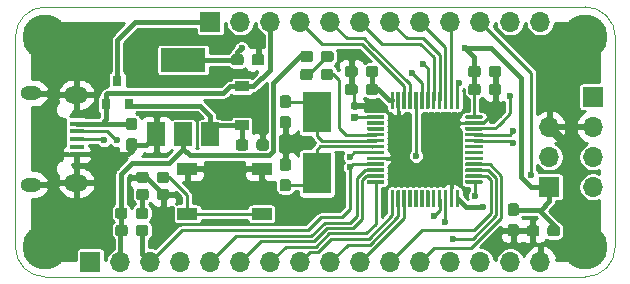
<source format=gbr>
G04 #@! TF.GenerationSoftware,KiCad,Pcbnew,(5.1.5)-2*
G04 #@! TF.CreationDate,2020-08-18T22:47:36+04:00*
G04 #@! TF.ProjectId,stm32f103_feather,73746d33-3266-4313-9033-5f6665617468,rev?*
G04 #@! TF.SameCoordinates,Original*
G04 #@! TF.FileFunction,Copper,L1,Top*
G04 #@! TF.FilePolarity,Positive*
%FSLAX46Y46*%
G04 Gerber Fmt 4.6, Leading zero omitted, Abs format (unit mm)*
G04 Created by KiCad (PCBNEW (5.1.5)-2) date 2020-08-18 22:47:36*
%MOMM*%
%LPD*%
G04 APERTURE LIST*
G04 #@! TA.AperFunction,Profile*
%ADD10C,0.050000*%
G04 #@! TD*
G04 #@! TA.AperFunction,SMDPad,CuDef*
%ADD11C,0.150000*%
G04 #@! TD*
G04 #@! TA.AperFunction,ComponentPad*
%ADD12O,1.700000X1.700000*%
G04 #@! TD*
G04 #@! TA.AperFunction,ComponentPad*
%ADD13R,1.700000X1.700000*%
G04 #@! TD*
G04 #@! TA.AperFunction,SMDPad,CuDef*
%ADD14R,0.800000X0.900000*%
G04 #@! TD*
G04 #@! TA.AperFunction,SMDPad,CuDef*
%ADD15R,1.200000X0.900000*%
G04 #@! TD*
G04 #@! TA.AperFunction,ComponentPad*
%ADD16O,1.800000X1.150000*%
G04 #@! TD*
G04 #@! TA.AperFunction,ComponentPad*
%ADD17O,2.000000X1.450000*%
G04 #@! TD*
G04 #@! TA.AperFunction,SMDPad,CuDef*
%ADD18R,1.300000X0.450000*%
G04 #@! TD*
G04 #@! TA.AperFunction,SMDPad,CuDef*
%ADD19R,1.500000X2.000000*%
G04 #@! TD*
G04 #@! TA.AperFunction,SMDPad,CuDef*
%ADD20R,3.800000X2.000000*%
G04 #@! TD*
G04 #@! TA.AperFunction,SMDPad,CuDef*
%ADD21R,1.700000X1.000000*%
G04 #@! TD*
G04 #@! TA.AperFunction,SMDPad,CuDef*
%ADD22R,2.400000X3.500000*%
G04 #@! TD*
G04 #@! TA.AperFunction,ViaPad*
%ADD23C,0.600000*%
G04 #@! TD*
G04 #@! TA.AperFunction,ViaPad*
%ADD24C,3.810000*%
G04 #@! TD*
G04 #@! TA.AperFunction,Conductor*
%ADD25C,0.250000*%
G04 #@! TD*
G04 #@! TA.AperFunction,Conductor*
%ADD26C,0.381000*%
G04 #@! TD*
G04 #@! TA.AperFunction,Conductor*
%ADD27C,0.762000*%
G04 #@! TD*
G04 #@! TA.AperFunction,Conductor*
%ADD28C,0.254000*%
G04 #@! TD*
G04 APERTURE END LIST*
D10*
X175260000Y-76200000D02*
X129540000Y-76200000D01*
X177800000Y-96520000D02*
X177800000Y-78740000D01*
X129540000Y-99060000D02*
X175260000Y-99060000D01*
X127000000Y-78740000D02*
X127000000Y-96520000D01*
X175260000Y-76200000D02*
G75*
G02X177800000Y-78740000I0J-2540000D01*
G01*
X177800000Y-96520000D02*
G75*
G02X175260000Y-99060000I-2540000J0D01*
G01*
X129540000Y-99060000D02*
G75*
G02X127000000Y-96520000I0J2540000D01*
G01*
X127000000Y-78740000D02*
G75*
G02X129540000Y-76200000I2540000J0D01*
G01*
G04 #@! TA.AperFunction,SMDPad,CuDef*
D11*
G04 #@! TO.P,J6,2*
G04 #@! TO.N,/vrtc*
G36*
X155888958Y-85257710D02*
G01*
X155903276Y-85259834D01*
X155917317Y-85263351D01*
X155930946Y-85268228D01*
X155944031Y-85274417D01*
X155956447Y-85281858D01*
X155968073Y-85290481D01*
X155978798Y-85300202D01*
X155988519Y-85310927D01*
X155997142Y-85322553D01*
X156004583Y-85334969D01*
X156010772Y-85348054D01*
X156015649Y-85361683D01*
X156019166Y-85375724D01*
X156021290Y-85390042D01*
X156022000Y-85404500D01*
X156022000Y-85699500D01*
X156021290Y-85713958D01*
X156019166Y-85728276D01*
X156015649Y-85742317D01*
X156010772Y-85755946D01*
X156004583Y-85769031D01*
X155997142Y-85781447D01*
X155988519Y-85793073D01*
X155978798Y-85803798D01*
X155968073Y-85813519D01*
X155956447Y-85822142D01*
X155944031Y-85829583D01*
X155930946Y-85835772D01*
X155917317Y-85840649D01*
X155903276Y-85844166D01*
X155888958Y-85846290D01*
X155874500Y-85847000D01*
X155529500Y-85847000D01*
X155515042Y-85846290D01*
X155500724Y-85844166D01*
X155486683Y-85840649D01*
X155473054Y-85835772D01*
X155459969Y-85829583D01*
X155447553Y-85822142D01*
X155435927Y-85813519D01*
X155425202Y-85803798D01*
X155415481Y-85793073D01*
X155406858Y-85781447D01*
X155399417Y-85769031D01*
X155393228Y-85755946D01*
X155388351Y-85742317D01*
X155384834Y-85728276D01*
X155382710Y-85713958D01*
X155382000Y-85699500D01*
X155382000Y-85404500D01*
X155382710Y-85390042D01*
X155384834Y-85375724D01*
X155388351Y-85361683D01*
X155393228Y-85348054D01*
X155399417Y-85334969D01*
X155406858Y-85322553D01*
X155415481Y-85310927D01*
X155425202Y-85300202D01*
X155435927Y-85290481D01*
X155447553Y-85281858D01*
X155459969Y-85274417D01*
X155473054Y-85268228D01*
X155486683Y-85263351D01*
X155500724Y-85259834D01*
X155515042Y-85257710D01*
X155529500Y-85257000D01*
X155874500Y-85257000D01*
X155888958Y-85257710D01*
G37*
G04 #@! TD.AperFunction*
G04 #@! TA.AperFunction,SMDPad,CuDef*
G04 #@! TO.P,J6,1*
G04 #@! TO.N,GND*
G36*
X155888958Y-84287710D02*
G01*
X155903276Y-84289834D01*
X155917317Y-84293351D01*
X155930946Y-84298228D01*
X155944031Y-84304417D01*
X155956447Y-84311858D01*
X155968073Y-84320481D01*
X155978798Y-84330202D01*
X155988519Y-84340927D01*
X155997142Y-84352553D01*
X156004583Y-84364969D01*
X156010772Y-84378054D01*
X156015649Y-84391683D01*
X156019166Y-84405724D01*
X156021290Y-84420042D01*
X156022000Y-84434500D01*
X156022000Y-84729500D01*
X156021290Y-84743958D01*
X156019166Y-84758276D01*
X156015649Y-84772317D01*
X156010772Y-84785946D01*
X156004583Y-84799031D01*
X155997142Y-84811447D01*
X155988519Y-84823073D01*
X155978798Y-84833798D01*
X155968073Y-84843519D01*
X155956447Y-84852142D01*
X155944031Y-84859583D01*
X155930946Y-84865772D01*
X155917317Y-84870649D01*
X155903276Y-84874166D01*
X155888958Y-84876290D01*
X155874500Y-84877000D01*
X155529500Y-84877000D01*
X155515042Y-84876290D01*
X155500724Y-84874166D01*
X155486683Y-84870649D01*
X155473054Y-84865772D01*
X155459969Y-84859583D01*
X155447553Y-84852142D01*
X155435927Y-84843519D01*
X155425202Y-84833798D01*
X155415481Y-84823073D01*
X155406858Y-84811447D01*
X155399417Y-84799031D01*
X155393228Y-84785946D01*
X155388351Y-84772317D01*
X155384834Y-84758276D01*
X155382710Y-84743958D01*
X155382000Y-84729500D01*
X155382000Y-84434500D01*
X155382710Y-84420042D01*
X155384834Y-84405724D01*
X155388351Y-84391683D01*
X155393228Y-84378054D01*
X155399417Y-84364969D01*
X155406858Y-84352553D01*
X155415481Y-84340927D01*
X155425202Y-84330202D01*
X155435927Y-84320481D01*
X155447553Y-84311858D01*
X155459969Y-84304417D01*
X155473054Y-84298228D01*
X155486683Y-84293351D01*
X155500724Y-84289834D01*
X155515042Y-84287710D01*
X155529500Y-84287000D01*
X155874500Y-84287000D01*
X155888958Y-84287710D01*
G37*
G04 #@! TD.AperFunction*
G04 #@! TD*
D12*
G04 #@! TO.P,J2,12*
G04 #@! TO.N,/sda*
X171450000Y-77470000D03*
G04 #@! TO.P,J2,11*
G04 #@! TO.N,/scl*
X168910000Y-77470000D03*
G04 #@! TO.P,J2,10*
G04 #@! TO.N,/nss*
X166370000Y-77470000D03*
G04 #@! TO.P,J2,9*
G04 #@! TO.N,/pa15*
X163830000Y-77470000D03*
G04 #@! TO.P,J2,8*
G04 #@! TO.N,/pb3*
X161290000Y-77470000D03*
G04 #@! TO.P,J2,7*
G04 #@! TO.N,/pb4*
X158750000Y-77470000D03*
G04 #@! TO.P,J2,6*
G04 #@! TO.N,/pb5*
X156210000Y-77470000D03*
G04 #@! TO.P,J2,5*
G04 #@! TO.N,/canrx*
X153670000Y-77470000D03*
G04 #@! TO.P,J2,4*
G04 #@! TO.N,/cantx*
X151130000Y-77470000D03*
G04 #@! TO.P,J2,3*
G04 #@! TO.N,/usb*
X148590000Y-77470000D03*
G04 #@! TO.P,J2,2*
G04 #@! TO.N,/en*
X146050000Y-77470000D03*
D13*
G04 #@! TO.P,J2,1*
G04 #@! TO.N,/bat*
X143510000Y-77470000D03*
G04 #@! TD*
G04 #@! TA.AperFunction,SMDPad,CuDef*
D11*
G04 #@! TO.P,R6,2*
G04 #@! TO.N,GND*
G36*
X137103279Y-87332144D02*
G01*
X137126334Y-87335563D01*
X137148943Y-87341227D01*
X137170887Y-87349079D01*
X137191957Y-87359044D01*
X137211948Y-87371026D01*
X137230668Y-87384910D01*
X137247938Y-87400562D01*
X137263590Y-87417832D01*
X137277474Y-87436552D01*
X137289456Y-87456543D01*
X137299421Y-87477613D01*
X137307273Y-87499557D01*
X137312937Y-87522166D01*
X137316356Y-87545221D01*
X137317500Y-87568500D01*
X137317500Y-88143500D01*
X137316356Y-88166779D01*
X137312937Y-88189834D01*
X137307273Y-88212443D01*
X137299421Y-88234387D01*
X137289456Y-88255457D01*
X137277474Y-88275448D01*
X137263590Y-88294168D01*
X137247938Y-88311438D01*
X137230668Y-88327090D01*
X137211948Y-88340974D01*
X137191957Y-88352956D01*
X137170887Y-88362921D01*
X137148943Y-88370773D01*
X137126334Y-88376437D01*
X137103279Y-88379856D01*
X137080000Y-88381000D01*
X136605000Y-88381000D01*
X136581721Y-88379856D01*
X136558666Y-88376437D01*
X136536057Y-88370773D01*
X136514113Y-88362921D01*
X136493043Y-88352956D01*
X136473052Y-88340974D01*
X136454332Y-88327090D01*
X136437062Y-88311438D01*
X136421410Y-88294168D01*
X136407526Y-88275448D01*
X136395544Y-88255457D01*
X136385579Y-88234387D01*
X136377727Y-88212443D01*
X136372063Y-88189834D01*
X136368644Y-88166779D01*
X136367500Y-88143500D01*
X136367500Y-87568500D01*
X136368644Y-87545221D01*
X136372063Y-87522166D01*
X136377727Y-87499557D01*
X136385579Y-87477613D01*
X136395544Y-87456543D01*
X136407526Y-87436552D01*
X136421410Y-87417832D01*
X136437062Y-87400562D01*
X136454332Y-87384910D01*
X136473052Y-87371026D01*
X136493043Y-87359044D01*
X136514113Y-87349079D01*
X136536057Y-87341227D01*
X136558666Y-87335563D01*
X136581721Y-87332144D01*
X136605000Y-87331000D01*
X137080000Y-87331000D01*
X137103279Y-87332144D01*
G37*
G04 #@! TD.AperFunction*
G04 #@! TA.AperFunction,SMDPad,CuDef*
G04 #@! TO.P,R6,1*
G04 #@! TO.N,/usb*
G36*
X137103279Y-85582144D02*
G01*
X137126334Y-85585563D01*
X137148943Y-85591227D01*
X137170887Y-85599079D01*
X137191957Y-85609044D01*
X137211948Y-85621026D01*
X137230668Y-85634910D01*
X137247938Y-85650562D01*
X137263590Y-85667832D01*
X137277474Y-85686552D01*
X137289456Y-85706543D01*
X137299421Y-85727613D01*
X137307273Y-85749557D01*
X137312937Y-85772166D01*
X137316356Y-85795221D01*
X137317500Y-85818500D01*
X137317500Y-86393500D01*
X137316356Y-86416779D01*
X137312937Y-86439834D01*
X137307273Y-86462443D01*
X137299421Y-86484387D01*
X137289456Y-86505457D01*
X137277474Y-86525448D01*
X137263590Y-86544168D01*
X137247938Y-86561438D01*
X137230668Y-86577090D01*
X137211948Y-86590974D01*
X137191957Y-86602956D01*
X137170887Y-86612921D01*
X137148943Y-86620773D01*
X137126334Y-86626437D01*
X137103279Y-86629856D01*
X137080000Y-86631000D01*
X136605000Y-86631000D01*
X136581721Y-86629856D01*
X136558666Y-86626437D01*
X136536057Y-86620773D01*
X136514113Y-86612921D01*
X136493043Y-86602956D01*
X136473052Y-86590974D01*
X136454332Y-86577090D01*
X136437062Y-86561438D01*
X136421410Y-86544168D01*
X136407526Y-86525448D01*
X136395544Y-86505457D01*
X136385579Y-86484387D01*
X136377727Y-86462443D01*
X136372063Y-86439834D01*
X136368644Y-86416779D01*
X136367500Y-86393500D01*
X136367500Y-85818500D01*
X136368644Y-85795221D01*
X136372063Y-85772166D01*
X136377727Y-85749557D01*
X136385579Y-85727613D01*
X136395544Y-85706543D01*
X136407526Y-85686552D01*
X136421410Y-85667832D01*
X136437062Y-85650562D01*
X136454332Y-85634910D01*
X136473052Y-85621026D01*
X136493043Y-85609044D01*
X136514113Y-85599079D01*
X136536057Y-85591227D01*
X136558666Y-85585563D01*
X136581721Y-85582144D01*
X136605000Y-85581000D01*
X137080000Y-85581000D01*
X137103279Y-85582144D01*
G37*
G04 #@! TD.AperFunction*
G04 #@! TD*
D14*
G04 #@! TO.P,Q1,3*
G04 #@! TO.N,/bat*
X135636000Y-82439000D03*
G04 #@! TO.P,Q1,2*
G04 #@! TO.N,Net-(C13-Pad2)*
X136586000Y-84439000D03*
G04 #@! TO.P,Q1,1*
G04 #@! TO.N,/usb*
X134686000Y-84439000D03*
G04 #@! TD*
D12*
G04 #@! TO.P,JP1,3*
G04 #@! TO.N,GND*
X172212000Y-86360000D03*
G04 #@! TO.P,JP1,2*
G04 #@! TO.N,/boot*
X172212000Y-88900000D03*
D13*
G04 #@! TO.P,JP1,1*
G04 #@! TO.N,/3vo*
X172212000Y-91440000D03*
G04 #@! TD*
D15*
G04 #@! TO.P,D1,2*
G04 #@! TO.N,/usb*
X146177000Y-82932000D03*
G04 #@! TO.P,D1,1*
G04 #@! TO.N,Net-(C13-Pad2)*
X146177000Y-86232000D03*
G04 #@! TD*
D16*
G04 #@! TO.P,J4,6*
G04 #@! TO.N,GND*
X128352000Y-91251000D03*
X128352000Y-83501000D03*
D17*
X132152000Y-91101000D03*
X132152000Y-83651000D03*
D18*
G04 #@! TO.P,J4,5*
X132202000Y-88676000D03*
G04 #@! TO.P,J4,4*
G04 #@! TO.N,Net-(J4-Pad4)*
X132202000Y-88026000D03*
G04 #@! TO.P,J4,3*
G04 #@! TO.N,/usb_dp*
X132202000Y-87376000D03*
G04 #@! TO.P,J4,2*
G04 #@! TO.N,/usb_dm*
X132202000Y-86726000D03*
G04 #@! TO.P,J4,1*
G04 #@! TO.N,/usb*
X132202000Y-86076000D03*
G04 #@! TD*
D12*
G04 #@! TO.P,J3,4*
G04 #@! TO.N,/3vo*
X175895000Y-91440000D03*
G04 #@! TO.P,J3,3*
G04 #@! TO.N,/swclk*
X175895000Y-88900000D03*
G04 #@! TO.P,J3,2*
G04 #@! TO.N,GND*
X175895000Y-86360000D03*
D13*
G04 #@! TO.P,J3,1*
G04 #@! TO.N,/swdio*
X175895000Y-83820000D03*
G04 #@! TD*
G04 #@! TA.AperFunction,SMDPad,CuDef*
D11*
G04 #@! TO.P,R3,2*
G04 #@! TO.N,GND*
G36*
X139820279Y-91601144D02*
G01*
X139843334Y-91604563D01*
X139865943Y-91610227D01*
X139887887Y-91618079D01*
X139908957Y-91628044D01*
X139928948Y-91640026D01*
X139947668Y-91653910D01*
X139964938Y-91669562D01*
X139980590Y-91686832D01*
X139994474Y-91705552D01*
X140006456Y-91725543D01*
X140016421Y-91746613D01*
X140024273Y-91768557D01*
X140029937Y-91791166D01*
X140033356Y-91814221D01*
X140034500Y-91837500D01*
X140034500Y-92312500D01*
X140033356Y-92335779D01*
X140029937Y-92358834D01*
X140024273Y-92381443D01*
X140016421Y-92403387D01*
X140006456Y-92424457D01*
X139994474Y-92444448D01*
X139980590Y-92463168D01*
X139964938Y-92480438D01*
X139947668Y-92496090D01*
X139928948Y-92509974D01*
X139908957Y-92521956D01*
X139887887Y-92531921D01*
X139865943Y-92539773D01*
X139843334Y-92545437D01*
X139820279Y-92548856D01*
X139797000Y-92550000D01*
X139222000Y-92550000D01*
X139198721Y-92548856D01*
X139175666Y-92545437D01*
X139153057Y-92539773D01*
X139131113Y-92531921D01*
X139110043Y-92521956D01*
X139090052Y-92509974D01*
X139071332Y-92496090D01*
X139054062Y-92480438D01*
X139038410Y-92463168D01*
X139024526Y-92444448D01*
X139012544Y-92424457D01*
X139002579Y-92403387D01*
X138994727Y-92381443D01*
X138989063Y-92358834D01*
X138985644Y-92335779D01*
X138984500Y-92312500D01*
X138984500Y-91837500D01*
X138985644Y-91814221D01*
X138989063Y-91791166D01*
X138994727Y-91768557D01*
X139002579Y-91746613D01*
X139012544Y-91725543D01*
X139024526Y-91705552D01*
X139038410Y-91686832D01*
X139054062Y-91669562D01*
X139071332Y-91653910D01*
X139090052Y-91640026D01*
X139110043Y-91628044D01*
X139131113Y-91618079D01*
X139153057Y-91610227D01*
X139175666Y-91604563D01*
X139198721Y-91601144D01*
X139222000Y-91600000D01*
X139797000Y-91600000D01*
X139820279Y-91601144D01*
G37*
G04 #@! TD.AperFunction*
G04 #@! TA.AperFunction,SMDPad,CuDef*
G04 #@! TO.P,R3,1*
G04 #@! TO.N,Net-(D3-Pad1)*
G36*
X138070279Y-91601144D02*
G01*
X138093334Y-91604563D01*
X138115943Y-91610227D01*
X138137887Y-91618079D01*
X138158957Y-91628044D01*
X138178948Y-91640026D01*
X138197668Y-91653910D01*
X138214938Y-91669562D01*
X138230590Y-91686832D01*
X138244474Y-91705552D01*
X138256456Y-91725543D01*
X138266421Y-91746613D01*
X138274273Y-91768557D01*
X138279937Y-91791166D01*
X138283356Y-91814221D01*
X138284500Y-91837500D01*
X138284500Y-92312500D01*
X138283356Y-92335779D01*
X138279937Y-92358834D01*
X138274273Y-92381443D01*
X138266421Y-92403387D01*
X138256456Y-92424457D01*
X138244474Y-92444448D01*
X138230590Y-92463168D01*
X138214938Y-92480438D01*
X138197668Y-92496090D01*
X138178948Y-92509974D01*
X138158957Y-92521956D01*
X138137887Y-92531921D01*
X138115943Y-92539773D01*
X138093334Y-92545437D01*
X138070279Y-92548856D01*
X138047000Y-92550000D01*
X137472000Y-92550000D01*
X137448721Y-92548856D01*
X137425666Y-92545437D01*
X137403057Y-92539773D01*
X137381113Y-92531921D01*
X137360043Y-92521956D01*
X137340052Y-92509974D01*
X137321332Y-92496090D01*
X137304062Y-92480438D01*
X137288410Y-92463168D01*
X137274526Y-92444448D01*
X137262544Y-92424457D01*
X137252579Y-92403387D01*
X137244727Y-92381443D01*
X137239063Y-92358834D01*
X137235644Y-92335779D01*
X137234500Y-92312500D01*
X137234500Y-91837500D01*
X137235644Y-91814221D01*
X137239063Y-91791166D01*
X137244727Y-91768557D01*
X137252579Y-91746613D01*
X137262544Y-91725543D01*
X137274526Y-91705552D01*
X137288410Y-91686832D01*
X137304062Y-91669562D01*
X137321332Y-91653910D01*
X137340052Y-91640026D01*
X137360043Y-91628044D01*
X137381113Y-91618079D01*
X137403057Y-91610227D01*
X137425666Y-91604563D01*
X137448721Y-91601144D01*
X137472000Y-91600000D01*
X138047000Y-91600000D01*
X138070279Y-91601144D01*
G37*
G04 #@! TD.AperFunction*
G04 #@! TD*
G04 #@! TA.AperFunction,SMDPad,CuDef*
G04 #@! TO.P,R2,2*
G04 #@! TO.N,/LED*
G36*
X153712779Y-81441144D02*
G01*
X153735834Y-81444563D01*
X153758443Y-81450227D01*
X153780387Y-81458079D01*
X153801457Y-81468044D01*
X153821448Y-81480026D01*
X153840168Y-81493910D01*
X153857438Y-81509562D01*
X153873090Y-81526832D01*
X153886974Y-81545552D01*
X153898956Y-81565543D01*
X153908921Y-81586613D01*
X153916773Y-81608557D01*
X153922437Y-81631166D01*
X153925856Y-81654221D01*
X153927000Y-81677500D01*
X153927000Y-82152500D01*
X153925856Y-82175779D01*
X153922437Y-82198834D01*
X153916773Y-82221443D01*
X153908921Y-82243387D01*
X153898956Y-82264457D01*
X153886974Y-82284448D01*
X153873090Y-82303168D01*
X153857438Y-82320438D01*
X153840168Y-82336090D01*
X153821448Y-82349974D01*
X153801457Y-82361956D01*
X153780387Y-82371921D01*
X153758443Y-82379773D01*
X153735834Y-82385437D01*
X153712779Y-82388856D01*
X153689500Y-82390000D01*
X153114500Y-82390000D01*
X153091221Y-82388856D01*
X153068166Y-82385437D01*
X153045557Y-82379773D01*
X153023613Y-82371921D01*
X153002543Y-82361956D01*
X152982552Y-82349974D01*
X152963832Y-82336090D01*
X152946562Y-82320438D01*
X152930910Y-82303168D01*
X152917026Y-82284448D01*
X152905044Y-82264457D01*
X152895079Y-82243387D01*
X152887227Y-82221443D01*
X152881563Y-82198834D01*
X152878144Y-82175779D01*
X152877000Y-82152500D01*
X152877000Y-81677500D01*
X152878144Y-81654221D01*
X152881563Y-81631166D01*
X152887227Y-81608557D01*
X152895079Y-81586613D01*
X152905044Y-81565543D01*
X152917026Y-81545552D01*
X152930910Y-81526832D01*
X152946562Y-81509562D01*
X152963832Y-81493910D01*
X152982552Y-81480026D01*
X153002543Y-81468044D01*
X153023613Y-81458079D01*
X153045557Y-81450227D01*
X153068166Y-81444563D01*
X153091221Y-81441144D01*
X153114500Y-81440000D01*
X153689500Y-81440000D01*
X153712779Y-81441144D01*
G37*
G04 #@! TD.AperFunction*
G04 #@! TA.AperFunction,SMDPad,CuDef*
G04 #@! TO.P,R2,1*
G04 #@! TO.N,Net-(D2-Pad1)*
G36*
X151962779Y-81441144D02*
G01*
X151985834Y-81444563D01*
X152008443Y-81450227D01*
X152030387Y-81458079D01*
X152051457Y-81468044D01*
X152071448Y-81480026D01*
X152090168Y-81493910D01*
X152107438Y-81509562D01*
X152123090Y-81526832D01*
X152136974Y-81545552D01*
X152148956Y-81565543D01*
X152158921Y-81586613D01*
X152166773Y-81608557D01*
X152172437Y-81631166D01*
X152175856Y-81654221D01*
X152177000Y-81677500D01*
X152177000Y-82152500D01*
X152175856Y-82175779D01*
X152172437Y-82198834D01*
X152166773Y-82221443D01*
X152158921Y-82243387D01*
X152148956Y-82264457D01*
X152136974Y-82284448D01*
X152123090Y-82303168D01*
X152107438Y-82320438D01*
X152090168Y-82336090D01*
X152071448Y-82349974D01*
X152051457Y-82361956D01*
X152030387Y-82371921D01*
X152008443Y-82379773D01*
X151985834Y-82385437D01*
X151962779Y-82388856D01*
X151939500Y-82390000D01*
X151364500Y-82390000D01*
X151341221Y-82388856D01*
X151318166Y-82385437D01*
X151295557Y-82379773D01*
X151273613Y-82371921D01*
X151252543Y-82361956D01*
X151232552Y-82349974D01*
X151213832Y-82336090D01*
X151196562Y-82320438D01*
X151180910Y-82303168D01*
X151167026Y-82284448D01*
X151155044Y-82264457D01*
X151145079Y-82243387D01*
X151137227Y-82221443D01*
X151131563Y-82198834D01*
X151128144Y-82175779D01*
X151127000Y-82152500D01*
X151127000Y-81677500D01*
X151128144Y-81654221D01*
X151131563Y-81631166D01*
X151137227Y-81608557D01*
X151145079Y-81586613D01*
X151155044Y-81565543D01*
X151167026Y-81545552D01*
X151180910Y-81526832D01*
X151196562Y-81509562D01*
X151213832Y-81493910D01*
X151232552Y-81480026D01*
X151252543Y-81468044D01*
X151273613Y-81458079D01*
X151295557Y-81450227D01*
X151318166Y-81444563D01*
X151341221Y-81441144D01*
X151364500Y-81440000D01*
X151939500Y-81440000D01*
X151962779Y-81441144D01*
G37*
G04 #@! TD.AperFunction*
G04 #@! TD*
G04 #@! TA.AperFunction,SMDPad,CuDef*
G04 #@! TO.P,R1,2*
G04 #@! TO.N,/vref*
G36*
X138042279Y-94649144D02*
G01*
X138065334Y-94652563D01*
X138087943Y-94658227D01*
X138109887Y-94666079D01*
X138130957Y-94676044D01*
X138150948Y-94688026D01*
X138169668Y-94701910D01*
X138186938Y-94717562D01*
X138202590Y-94734832D01*
X138216474Y-94753552D01*
X138228456Y-94773543D01*
X138238421Y-94794613D01*
X138246273Y-94816557D01*
X138251937Y-94839166D01*
X138255356Y-94862221D01*
X138256500Y-94885500D01*
X138256500Y-95360500D01*
X138255356Y-95383779D01*
X138251937Y-95406834D01*
X138246273Y-95429443D01*
X138238421Y-95451387D01*
X138228456Y-95472457D01*
X138216474Y-95492448D01*
X138202590Y-95511168D01*
X138186938Y-95528438D01*
X138169668Y-95544090D01*
X138150948Y-95557974D01*
X138130957Y-95569956D01*
X138109887Y-95579921D01*
X138087943Y-95587773D01*
X138065334Y-95593437D01*
X138042279Y-95596856D01*
X138019000Y-95598000D01*
X137444000Y-95598000D01*
X137420721Y-95596856D01*
X137397666Y-95593437D01*
X137375057Y-95587773D01*
X137353113Y-95579921D01*
X137332043Y-95569956D01*
X137312052Y-95557974D01*
X137293332Y-95544090D01*
X137276062Y-95528438D01*
X137260410Y-95511168D01*
X137246526Y-95492448D01*
X137234544Y-95472457D01*
X137224579Y-95451387D01*
X137216727Y-95429443D01*
X137211063Y-95406834D01*
X137207644Y-95383779D01*
X137206500Y-95360500D01*
X137206500Y-94885500D01*
X137207644Y-94862221D01*
X137211063Y-94839166D01*
X137216727Y-94816557D01*
X137224579Y-94794613D01*
X137234544Y-94773543D01*
X137246526Y-94753552D01*
X137260410Y-94734832D01*
X137276062Y-94717562D01*
X137293332Y-94701910D01*
X137312052Y-94688026D01*
X137332043Y-94676044D01*
X137353113Y-94666079D01*
X137375057Y-94658227D01*
X137397666Y-94652563D01*
X137420721Y-94649144D01*
X137444000Y-94648000D01*
X138019000Y-94648000D01*
X138042279Y-94649144D01*
G37*
G04 #@! TD.AperFunction*
G04 #@! TA.AperFunction,SMDPad,CuDef*
G04 #@! TO.P,R1,1*
G04 #@! TO.N,/3vo*
G36*
X136292279Y-94649144D02*
G01*
X136315334Y-94652563D01*
X136337943Y-94658227D01*
X136359887Y-94666079D01*
X136380957Y-94676044D01*
X136400948Y-94688026D01*
X136419668Y-94701910D01*
X136436938Y-94717562D01*
X136452590Y-94734832D01*
X136466474Y-94753552D01*
X136478456Y-94773543D01*
X136488421Y-94794613D01*
X136496273Y-94816557D01*
X136501937Y-94839166D01*
X136505356Y-94862221D01*
X136506500Y-94885500D01*
X136506500Y-95360500D01*
X136505356Y-95383779D01*
X136501937Y-95406834D01*
X136496273Y-95429443D01*
X136488421Y-95451387D01*
X136478456Y-95472457D01*
X136466474Y-95492448D01*
X136452590Y-95511168D01*
X136436938Y-95528438D01*
X136419668Y-95544090D01*
X136400948Y-95557974D01*
X136380957Y-95569956D01*
X136359887Y-95579921D01*
X136337943Y-95587773D01*
X136315334Y-95593437D01*
X136292279Y-95596856D01*
X136269000Y-95598000D01*
X135694000Y-95598000D01*
X135670721Y-95596856D01*
X135647666Y-95593437D01*
X135625057Y-95587773D01*
X135603113Y-95579921D01*
X135582043Y-95569956D01*
X135562052Y-95557974D01*
X135543332Y-95544090D01*
X135526062Y-95528438D01*
X135510410Y-95511168D01*
X135496526Y-95492448D01*
X135484544Y-95472457D01*
X135474579Y-95451387D01*
X135466727Y-95429443D01*
X135461063Y-95406834D01*
X135457644Y-95383779D01*
X135456500Y-95360500D01*
X135456500Y-94885500D01*
X135457644Y-94862221D01*
X135461063Y-94839166D01*
X135466727Y-94816557D01*
X135474579Y-94794613D01*
X135484544Y-94773543D01*
X135496526Y-94753552D01*
X135510410Y-94734832D01*
X135526062Y-94717562D01*
X135543332Y-94701910D01*
X135562052Y-94688026D01*
X135582043Y-94676044D01*
X135603113Y-94666079D01*
X135625057Y-94658227D01*
X135647666Y-94652563D01*
X135670721Y-94649144D01*
X135694000Y-94648000D01*
X136269000Y-94648000D01*
X136292279Y-94649144D01*
G37*
G04 #@! TD.AperFunction*
G04 #@! TD*
G04 #@! TA.AperFunction,SMDPad,CuDef*
G04 #@! TO.P,D3,2*
G04 #@! TO.N,/3vo*
G36*
X136278279Y-93188644D02*
G01*
X136301334Y-93192063D01*
X136323943Y-93197727D01*
X136345887Y-93205579D01*
X136366957Y-93215544D01*
X136386948Y-93227526D01*
X136405668Y-93241410D01*
X136422938Y-93257062D01*
X136438590Y-93274332D01*
X136452474Y-93293052D01*
X136464456Y-93313043D01*
X136474421Y-93334113D01*
X136482273Y-93356057D01*
X136487937Y-93378666D01*
X136491356Y-93401721D01*
X136492500Y-93425000D01*
X136492500Y-93900000D01*
X136491356Y-93923279D01*
X136487937Y-93946334D01*
X136482273Y-93968943D01*
X136474421Y-93990887D01*
X136464456Y-94011957D01*
X136452474Y-94031948D01*
X136438590Y-94050668D01*
X136422938Y-94067938D01*
X136405668Y-94083590D01*
X136386948Y-94097474D01*
X136366957Y-94109456D01*
X136345887Y-94119421D01*
X136323943Y-94127273D01*
X136301334Y-94132937D01*
X136278279Y-94136356D01*
X136255000Y-94137500D01*
X135680000Y-94137500D01*
X135656721Y-94136356D01*
X135633666Y-94132937D01*
X135611057Y-94127273D01*
X135589113Y-94119421D01*
X135568043Y-94109456D01*
X135548052Y-94097474D01*
X135529332Y-94083590D01*
X135512062Y-94067938D01*
X135496410Y-94050668D01*
X135482526Y-94031948D01*
X135470544Y-94011957D01*
X135460579Y-93990887D01*
X135452727Y-93968943D01*
X135447063Y-93946334D01*
X135443644Y-93923279D01*
X135442500Y-93900000D01*
X135442500Y-93425000D01*
X135443644Y-93401721D01*
X135447063Y-93378666D01*
X135452727Y-93356057D01*
X135460579Y-93334113D01*
X135470544Y-93313043D01*
X135482526Y-93293052D01*
X135496410Y-93274332D01*
X135512062Y-93257062D01*
X135529332Y-93241410D01*
X135548052Y-93227526D01*
X135568043Y-93215544D01*
X135589113Y-93205579D01*
X135611057Y-93197727D01*
X135633666Y-93192063D01*
X135656721Y-93188644D01*
X135680000Y-93187500D01*
X136255000Y-93187500D01*
X136278279Y-93188644D01*
G37*
G04 #@! TD.AperFunction*
G04 #@! TA.AperFunction,SMDPad,CuDef*
G04 #@! TO.P,D3,1*
G04 #@! TO.N,Net-(D3-Pad1)*
G36*
X138028279Y-93188644D02*
G01*
X138051334Y-93192063D01*
X138073943Y-93197727D01*
X138095887Y-93205579D01*
X138116957Y-93215544D01*
X138136948Y-93227526D01*
X138155668Y-93241410D01*
X138172938Y-93257062D01*
X138188590Y-93274332D01*
X138202474Y-93293052D01*
X138214456Y-93313043D01*
X138224421Y-93334113D01*
X138232273Y-93356057D01*
X138237937Y-93378666D01*
X138241356Y-93401721D01*
X138242500Y-93425000D01*
X138242500Y-93900000D01*
X138241356Y-93923279D01*
X138237937Y-93946334D01*
X138232273Y-93968943D01*
X138224421Y-93990887D01*
X138214456Y-94011957D01*
X138202474Y-94031948D01*
X138188590Y-94050668D01*
X138172938Y-94067938D01*
X138155668Y-94083590D01*
X138136948Y-94097474D01*
X138116957Y-94109456D01*
X138095887Y-94119421D01*
X138073943Y-94127273D01*
X138051334Y-94132937D01*
X138028279Y-94136356D01*
X138005000Y-94137500D01*
X137430000Y-94137500D01*
X137406721Y-94136356D01*
X137383666Y-94132937D01*
X137361057Y-94127273D01*
X137339113Y-94119421D01*
X137318043Y-94109456D01*
X137298052Y-94097474D01*
X137279332Y-94083590D01*
X137262062Y-94067938D01*
X137246410Y-94050668D01*
X137232526Y-94031948D01*
X137220544Y-94011957D01*
X137210579Y-93990887D01*
X137202727Y-93968943D01*
X137197063Y-93946334D01*
X137193644Y-93923279D01*
X137192500Y-93900000D01*
X137192500Y-93425000D01*
X137193644Y-93401721D01*
X137197063Y-93378666D01*
X137202727Y-93356057D01*
X137210579Y-93334113D01*
X137220544Y-93313043D01*
X137232526Y-93293052D01*
X137246410Y-93274332D01*
X137262062Y-93257062D01*
X137279332Y-93241410D01*
X137298052Y-93227526D01*
X137318043Y-93215544D01*
X137339113Y-93205579D01*
X137361057Y-93197727D01*
X137383666Y-93192063D01*
X137406721Y-93188644D01*
X137430000Y-93187500D01*
X138005000Y-93187500D01*
X138028279Y-93188644D01*
G37*
G04 #@! TD.AperFunction*
G04 #@! TD*
G04 #@! TA.AperFunction,SMDPad,CuDef*
G04 #@! TO.P,D2,2*
G04 #@! TO.N,/3vo*
G36*
X151976779Y-79917144D02*
G01*
X151999834Y-79920563D01*
X152022443Y-79926227D01*
X152044387Y-79934079D01*
X152065457Y-79944044D01*
X152085448Y-79956026D01*
X152104168Y-79969910D01*
X152121438Y-79985562D01*
X152137090Y-80002832D01*
X152150974Y-80021552D01*
X152162956Y-80041543D01*
X152172921Y-80062613D01*
X152180773Y-80084557D01*
X152186437Y-80107166D01*
X152189856Y-80130221D01*
X152191000Y-80153500D01*
X152191000Y-80628500D01*
X152189856Y-80651779D01*
X152186437Y-80674834D01*
X152180773Y-80697443D01*
X152172921Y-80719387D01*
X152162956Y-80740457D01*
X152150974Y-80760448D01*
X152137090Y-80779168D01*
X152121438Y-80796438D01*
X152104168Y-80812090D01*
X152085448Y-80825974D01*
X152065457Y-80837956D01*
X152044387Y-80847921D01*
X152022443Y-80855773D01*
X151999834Y-80861437D01*
X151976779Y-80864856D01*
X151953500Y-80866000D01*
X151378500Y-80866000D01*
X151355221Y-80864856D01*
X151332166Y-80861437D01*
X151309557Y-80855773D01*
X151287613Y-80847921D01*
X151266543Y-80837956D01*
X151246552Y-80825974D01*
X151227832Y-80812090D01*
X151210562Y-80796438D01*
X151194910Y-80779168D01*
X151181026Y-80760448D01*
X151169044Y-80740457D01*
X151159079Y-80719387D01*
X151151227Y-80697443D01*
X151145563Y-80674834D01*
X151142144Y-80651779D01*
X151141000Y-80628500D01*
X151141000Y-80153500D01*
X151142144Y-80130221D01*
X151145563Y-80107166D01*
X151151227Y-80084557D01*
X151159079Y-80062613D01*
X151169044Y-80041543D01*
X151181026Y-80021552D01*
X151194910Y-80002832D01*
X151210562Y-79985562D01*
X151227832Y-79969910D01*
X151246552Y-79956026D01*
X151266543Y-79944044D01*
X151287613Y-79934079D01*
X151309557Y-79926227D01*
X151332166Y-79920563D01*
X151355221Y-79917144D01*
X151378500Y-79916000D01*
X151953500Y-79916000D01*
X151976779Y-79917144D01*
G37*
G04 #@! TD.AperFunction*
G04 #@! TA.AperFunction,SMDPad,CuDef*
G04 #@! TO.P,D2,1*
G04 #@! TO.N,Net-(D2-Pad1)*
G36*
X153726779Y-79917144D02*
G01*
X153749834Y-79920563D01*
X153772443Y-79926227D01*
X153794387Y-79934079D01*
X153815457Y-79944044D01*
X153835448Y-79956026D01*
X153854168Y-79969910D01*
X153871438Y-79985562D01*
X153887090Y-80002832D01*
X153900974Y-80021552D01*
X153912956Y-80041543D01*
X153922921Y-80062613D01*
X153930773Y-80084557D01*
X153936437Y-80107166D01*
X153939856Y-80130221D01*
X153941000Y-80153500D01*
X153941000Y-80628500D01*
X153939856Y-80651779D01*
X153936437Y-80674834D01*
X153930773Y-80697443D01*
X153922921Y-80719387D01*
X153912956Y-80740457D01*
X153900974Y-80760448D01*
X153887090Y-80779168D01*
X153871438Y-80796438D01*
X153854168Y-80812090D01*
X153835448Y-80825974D01*
X153815457Y-80837956D01*
X153794387Y-80847921D01*
X153772443Y-80855773D01*
X153749834Y-80861437D01*
X153726779Y-80864856D01*
X153703500Y-80866000D01*
X153128500Y-80866000D01*
X153105221Y-80864856D01*
X153082166Y-80861437D01*
X153059557Y-80855773D01*
X153037613Y-80847921D01*
X153016543Y-80837956D01*
X152996552Y-80825974D01*
X152977832Y-80812090D01*
X152960562Y-80796438D01*
X152944910Y-80779168D01*
X152931026Y-80760448D01*
X152919044Y-80740457D01*
X152909079Y-80719387D01*
X152901227Y-80697443D01*
X152895563Y-80674834D01*
X152892144Y-80651779D01*
X152891000Y-80628500D01*
X152891000Y-80153500D01*
X152892144Y-80130221D01*
X152895563Y-80107166D01*
X152901227Y-80084557D01*
X152909079Y-80062613D01*
X152919044Y-80041543D01*
X152931026Y-80021552D01*
X152944910Y-80002832D01*
X152960562Y-79985562D01*
X152977832Y-79969910D01*
X152996552Y-79956026D01*
X153016543Y-79944044D01*
X153037613Y-79934079D01*
X153059557Y-79926227D01*
X153082166Y-79920563D01*
X153105221Y-79917144D01*
X153128500Y-79916000D01*
X153703500Y-79916000D01*
X153726779Y-79917144D01*
G37*
G04 #@! TD.AperFunction*
G04 #@! TD*
G04 #@! TA.AperFunction,SMDPad,CuDef*
G04 #@! TO.P,C13,2*
G04 #@! TO.N,Net-(C13-Pad2)*
G36*
X146501779Y-87410144D02*
G01*
X146524834Y-87413563D01*
X146547443Y-87419227D01*
X146569387Y-87427079D01*
X146590457Y-87437044D01*
X146610448Y-87449026D01*
X146629168Y-87462910D01*
X146646438Y-87478562D01*
X146662090Y-87495832D01*
X146675974Y-87514552D01*
X146687956Y-87534543D01*
X146697921Y-87555613D01*
X146705773Y-87577557D01*
X146711437Y-87600166D01*
X146714856Y-87623221D01*
X146716000Y-87646500D01*
X146716000Y-88121500D01*
X146714856Y-88144779D01*
X146711437Y-88167834D01*
X146705773Y-88190443D01*
X146697921Y-88212387D01*
X146687956Y-88233457D01*
X146675974Y-88253448D01*
X146662090Y-88272168D01*
X146646438Y-88289438D01*
X146629168Y-88305090D01*
X146610448Y-88318974D01*
X146590457Y-88330956D01*
X146569387Y-88340921D01*
X146547443Y-88348773D01*
X146524834Y-88354437D01*
X146501779Y-88357856D01*
X146478500Y-88359000D01*
X145903500Y-88359000D01*
X145880221Y-88357856D01*
X145857166Y-88354437D01*
X145834557Y-88348773D01*
X145812613Y-88340921D01*
X145791543Y-88330956D01*
X145771552Y-88318974D01*
X145752832Y-88305090D01*
X145735562Y-88289438D01*
X145719910Y-88272168D01*
X145706026Y-88253448D01*
X145694044Y-88233457D01*
X145684079Y-88212387D01*
X145676227Y-88190443D01*
X145670563Y-88167834D01*
X145667144Y-88144779D01*
X145666000Y-88121500D01*
X145666000Y-87646500D01*
X145667144Y-87623221D01*
X145670563Y-87600166D01*
X145676227Y-87577557D01*
X145684079Y-87555613D01*
X145694044Y-87534543D01*
X145706026Y-87514552D01*
X145719910Y-87495832D01*
X145735562Y-87478562D01*
X145752832Y-87462910D01*
X145771552Y-87449026D01*
X145791543Y-87437044D01*
X145812613Y-87427079D01*
X145834557Y-87419227D01*
X145857166Y-87413563D01*
X145880221Y-87410144D01*
X145903500Y-87409000D01*
X146478500Y-87409000D01*
X146501779Y-87410144D01*
G37*
G04 #@! TD.AperFunction*
G04 #@! TA.AperFunction,SMDPad,CuDef*
G04 #@! TO.P,C13,1*
G04 #@! TO.N,GND*
G36*
X148251779Y-87410144D02*
G01*
X148274834Y-87413563D01*
X148297443Y-87419227D01*
X148319387Y-87427079D01*
X148340457Y-87437044D01*
X148360448Y-87449026D01*
X148379168Y-87462910D01*
X148396438Y-87478562D01*
X148412090Y-87495832D01*
X148425974Y-87514552D01*
X148437956Y-87534543D01*
X148447921Y-87555613D01*
X148455773Y-87577557D01*
X148461437Y-87600166D01*
X148464856Y-87623221D01*
X148466000Y-87646500D01*
X148466000Y-88121500D01*
X148464856Y-88144779D01*
X148461437Y-88167834D01*
X148455773Y-88190443D01*
X148447921Y-88212387D01*
X148437956Y-88233457D01*
X148425974Y-88253448D01*
X148412090Y-88272168D01*
X148396438Y-88289438D01*
X148379168Y-88305090D01*
X148360448Y-88318974D01*
X148340457Y-88330956D01*
X148319387Y-88340921D01*
X148297443Y-88348773D01*
X148274834Y-88354437D01*
X148251779Y-88357856D01*
X148228500Y-88359000D01*
X147653500Y-88359000D01*
X147630221Y-88357856D01*
X147607166Y-88354437D01*
X147584557Y-88348773D01*
X147562613Y-88340921D01*
X147541543Y-88330956D01*
X147521552Y-88318974D01*
X147502832Y-88305090D01*
X147485562Y-88289438D01*
X147469910Y-88272168D01*
X147456026Y-88253448D01*
X147444044Y-88233457D01*
X147434079Y-88212387D01*
X147426227Y-88190443D01*
X147420563Y-88167834D01*
X147417144Y-88144779D01*
X147416000Y-88121500D01*
X147416000Y-87646500D01*
X147417144Y-87623221D01*
X147420563Y-87600166D01*
X147426227Y-87577557D01*
X147434079Y-87555613D01*
X147444044Y-87534543D01*
X147456026Y-87514552D01*
X147469910Y-87495832D01*
X147485562Y-87478562D01*
X147502832Y-87462910D01*
X147521552Y-87449026D01*
X147541543Y-87437044D01*
X147562613Y-87427079D01*
X147584557Y-87419227D01*
X147607166Y-87413563D01*
X147630221Y-87410144D01*
X147653500Y-87409000D01*
X148228500Y-87409000D01*
X148251779Y-87410144D01*
G37*
G04 #@! TD.AperFunction*
G04 #@! TD*
G04 #@! TA.AperFunction,SMDPad,CuDef*
G04 #@! TO.P,C10,2*
G04 #@! TO.N,GND*
G36*
X155758779Y-81187144D02*
G01*
X155781834Y-81190563D01*
X155804443Y-81196227D01*
X155826387Y-81204079D01*
X155847457Y-81214044D01*
X155867448Y-81226026D01*
X155886168Y-81239910D01*
X155903438Y-81255562D01*
X155919090Y-81272832D01*
X155932974Y-81291552D01*
X155944956Y-81311543D01*
X155954921Y-81332613D01*
X155962773Y-81354557D01*
X155968437Y-81377166D01*
X155971856Y-81400221D01*
X155973000Y-81423500D01*
X155973000Y-81898500D01*
X155971856Y-81921779D01*
X155968437Y-81944834D01*
X155962773Y-81967443D01*
X155954921Y-81989387D01*
X155944956Y-82010457D01*
X155932974Y-82030448D01*
X155919090Y-82049168D01*
X155903438Y-82066438D01*
X155886168Y-82082090D01*
X155867448Y-82095974D01*
X155847457Y-82107956D01*
X155826387Y-82117921D01*
X155804443Y-82125773D01*
X155781834Y-82131437D01*
X155758779Y-82134856D01*
X155735500Y-82136000D01*
X155160500Y-82136000D01*
X155137221Y-82134856D01*
X155114166Y-82131437D01*
X155091557Y-82125773D01*
X155069613Y-82117921D01*
X155048543Y-82107956D01*
X155028552Y-82095974D01*
X155009832Y-82082090D01*
X154992562Y-82066438D01*
X154976910Y-82049168D01*
X154963026Y-82030448D01*
X154951044Y-82010457D01*
X154941079Y-81989387D01*
X154933227Y-81967443D01*
X154927563Y-81944834D01*
X154924144Y-81921779D01*
X154923000Y-81898500D01*
X154923000Y-81423500D01*
X154924144Y-81400221D01*
X154927563Y-81377166D01*
X154933227Y-81354557D01*
X154941079Y-81332613D01*
X154951044Y-81311543D01*
X154963026Y-81291552D01*
X154976910Y-81272832D01*
X154992562Y-81255562D01*
X155009832Y-81239910D01*
X155028552Y-81226026D01*
X155048543Y-81214044D01*
X155069613Y-81204079D01*
X155091557Y-81196227D01*
X155114166Y-81190563D01*
X155137221Y-81187144D01*
X155160500Y-81186000D01*
X155735500Y-81186000D01*
X155758779Y-81187144D01*
G37*
G04 #@! TD.AperFunction*
G04 #@! TA.AperFunction,SMDPad,CuDef*
G04 #@! TO.P,C10,1*
G04 #@! TO.N,/3vo*
G36*
X157508779Y-81187144D02*
G01*
X157531834Y-81190563D01*
X157554443Y-81196227D01*
X157576387Y-81204079D01*
X157597457Y-81214044D01*
X157617448Y-81226026D01*
X157636168Y-81239910D01*
X157653438Y-81255562D01*
X157669090Y-81272832D01*
X157682974Y-81291552D01*
X157694956Y-81311543D01*
X157704921Y-81332613D01*
X157712773Y-81354557D01*
X157718437Y-81377166D01*
X157721856Y-81400221D01*
X157723000Y-81423500D01*
X157723000Y-81898500D01*
X157721856Y-81921779D01*
X157718437Y-81944834D01*
X157712773Y-81967443D01*
X157704921Y-81989387D01*
X157694956Y-82010457D01*
X157682974Y-82030448D01*
X157669090Y-82049168D01*
X157653438Y-82066438D01*
X157636168Y-82082090D01*
X157617448Y-82095974D01*
X157597457Y-82107956D01*
X157576387Y-82117921D01*
X157554443Y-82125773D01*
X157531834Y-82131437D01*
X157508779Y-82134856D01*
X157485500Y-82136000D01*
X156910500Y-82136000D01*
X156887221Y-82134856D01*
X156864166Y-82131437D01*
X156841557Y-82125773D01*
X156819613Y-82117921D01*
X156798543Y-82107956D01*
X156778552Y-82095974D01*
X156759832Y-82082090D01*
X156742562Y-82066438D01*
X156726910Y-82049168D01*
X156713026Y-82030448D01*
X156701044Y-82010457D01*
X156691079Y-81989387D01*
X156683227Y-81967443D01*
X156677563Y-81944834D01*
X156674144Y-81921779D01*
X156673000Y-81898500D01*
X156673000Y-81423500D01*
X156674144Y-81400221D01*
X156677563Y-81377166D01*
X156683227Y-81354557D01*
X156691079Y-81332613D01*
X156701044Y-81311543D01*
X156713026Y-81291552D01*
X156726910Y-81272832D01*
X156742562Y-81255562D01*
X156759832Y-81239910D01*
X156778552Y-81226026D01*
X156798543Y-81214044D01*
X156819613Y-81204079D01*
X156841557Y-81196227D01*
X156864166Y-81190563D01*
X156887221Y-81187144D01*
X156910500Y-81186000D01*
X157485500Y-81186000D01*
X157508779Y-81187144D01*
G37*
G04 #@! TD.AperFunction*
G04 #@! TD*
G04 #@! TA.AperFunction,SMDPad,CuDef*
G04 #@! TO.P,C9,2*
G04 #@! TO.N,GND*
G36*
X155758779Y-82711144D02*
G01*
X155781834Y-82714563D01*
X155804443Y-82720227D01*
X155826387Y-82728079D01*
X155847457Y-82738044D01*
X155867448Y-82750026D01*
X155886168Y-82763910D01*
X155903438Y-82779562D01*
X155919090Y-82796832D01*
X155932974Y-82815552D01*
X155944956Y-82835543D01*
X155954921Y-82856613D01*
X155962773Y-82878557D01*
X155968437Y-82901166D01*
X155971856Y-82924221D01*
X155973000Y-82947500D01*
X155973000Y-83422500D01*
X155971856Y-83445779D01*
X155968437Y-83468834D01*
X155962773Y-83491443D01*
X155954921Y-83513387D01*
X155944956Y-83534457D01*
X155932974Y-83554448D01*
X155919090Y-83573168D01*
X155903438Y-83590438D01*
X155886168Y-83606090D01*
X155867448Y-83619974D01*
X155847457Y-83631956D01*
X155826387Y-83641921D01*
X155804443Y-83649773D01*
X155781834Y-83655437D01*
X155758779Y-83658856D01*
X155735500Y-83660000D01*
X155160500Y-83660000D01*
X155137221Y-83658856D01*
X155114166Y-83655437D01*
X155091557Y-83649773D01*
X155069613Y-83641921D01*
X155048543Y-83631956D01*
X155028552Y-83619974D01*
X155009832Y-83606090D01*
X154992562Y-83590438D01*
X154976910Y-83573168D01*
X154963026Y-83554448D01*
X154951044Y-83534457D01*
X154941079Y-83513387D01*
X154933227Y-83491443D01*
X154927563Y-83468834D01*
X154924144Y-83445779D01*
X154923000Y-83422500D01*
X154923000Y-82947500D01*
X154924144Y-82924221D01*
X154927563Y-82901166D01*
X154933227Y-82878557D01*
X154941079Y-82856613D01*
X154951044Y-82835543D01*
X154963026Y-82815552D01*
X154976910Y-82796832D01*
X154992562Y-82779562D01*
X155009832Y-82763910D01*
X155028552Y-82750026D01*
X155048543Y-82738044D01*
X155069613Y-82728079D01*
X155091557Y-82720227D01*
X155114166Y-82714563D01*
X155137221Y-82711144D01*
X155160500Y-82710000D01*
X155735500Y-82710000D01*
X155758779Y-82711144D01*
G37*
G04 #@! TD.AperFunction*
G04 #@! TA.AperFunction,SMDPad,CuDef*
G04 #@! TO.P,C9,1*
G04 #@! TO.N,/3vo*
G36*
X157508779Y-82711144D02*
G01*
X157531834Y-82714563D01*
X157554443Y-82720227D01*
X157576387Y-82728079D01*
X157597457Y-82738044D01*
X157617448Y-82750026D01*
X157636168Y-82763910D01*
X157653438Y-82779562D01*
X157669090Y-82796832D01*
X157682974Y-82815552D01*
X157694956Y-82835543D01*
X157704921Y-82856613D01*
X157712773Y-82878557D01*
X157718437Y-82901166D01*
X157721856Y-82924221D01*
X157723000Y-82947500D01*
X157723000Y-83422500D01*
X157721856Y-83445779D01*
X157718437Y-83468834D01*
X157712773Y-83491443D01*
X157704921Y-83513387D01*
X157694956Y-83534457D01*
X157682974Y-83554448D01*
X157669090Y-83573168D01*
X157653438Y-83590438D01*
X157636168Y-83606090D01*
X157617448Y-83619974D01*
X157597457Y-83631956D01*
X157576387Y-83641921D01*
X157554443Y-83649773D01*
X157531834Y-83655437D01*
X157508779Y-83658856D01*
X157485500Y-83660000D01*
X156910500Y-83660000D01*
X156887221Y-83658856D01*
X156864166Y-83655437D01*
X156841557Y-83649773D01*
X156819613Y-83641921D01*
X156798543Y-83631956D01*
X156778552Y-83619974D01*
X156759832Y-83606090D01*
X156742562Y-83590438D01*
X156726910Y-83573168D01*
X156713026Y-83554448D01*
X156701044Y-83534457D01*
X156691079Y-83513387D01*
X156683227Y-83491443D01*
X156677563Y-83468834D01*
X156674144Y-83445779D01*
X156673000Y-83422500D01*
X156673000Y-82947500D01*
X156674144Y-82924221D01*
X156677563Y-82901166D01*
X156683227Y-82878557D01*
X156691079Y-82856613D01*
X156701044Y-82835543D01*
X156713026Y-82815552D01*
X156726910Y-82796832D01*
X156742562Y-82779562D01*
X156759832Y-82763910D01*
X156778552Y-82750026D01*
X156798543Y-82738044D01*
X156819613Y-82728079D01*
X156841557Y-82720227D01*
X156864166Y-82714563D01*
X156887221Y-82711144D01*
X156910500Y-82710000D01*
X157485500Y-82710000D01*
X157508779Y-82711144D01*
G37*
G04 #@! TD.AperFunction*
G04 #@! TD*
G04 #@! TA.AperFunction,SMDPad,CuDef*
G04 #@! TO.P,C8,2*
G04 #@! TO.N,GND*
G36*
X169424779Y-94585144D02*
G01*
X169447834Y-94588563D01*
X169470443Y-94594227D01*
X169492387Y-94602079D01*
X169513457Y-94612044D01*
X169533448Y-94624026D01*
X169552168Y-94637910D01*
X169569438Y-94653562D01*
X169585090Y-94670832D01*
X169598974Y-94689552D01*
X169610956Y-94709543D01*
X169620921Y-94730613D01*
X169628773Y-94752557D01*
X169634437Y-94775166D01*
X169637856Y-94798221D01*
X169639000Y-94821500D01*
X169639000Y-95396500D01*
X169637856Y-95419779D01*
X169634437Y-95442834D01*
X169628773Y-95465443D01*
X169620921Y-95487387D01*
X169610956Y-95508457D01*
X169598974Y-95528448D01*
X169585090Y-95547168D01*
X169569438Y-95564438D01*
X169552168Y-95580090D01*
X169533448Y-95593974D01*
X169513457Y-95605956D01*
X169492387Y-95615921D01*
X169470443Y-95623773D01*
X169447834Y-95629437D01*
X169424779Y-95632856D01*
X169401500Y-95634000D01*
X168926500Y-95634000D01*
X168903221Y-95632856D01*
X168880166Y-95629437D01*
X168857557Y-95623773D01*
X168835613Y-95615921D01*
X168814543Y-95605956D01*
X168794552Y-95593974D01*
X168775832Y-95580090D01*
X168758562Y-95564438D01*
X168742910Y-95547168D01*
X168729026Y-95528448D01*
X168717044Y-95508457D01*
X168707079Y-95487387D01*
X168699227Y-95465443D01*
X168693563Y-95442834D01*
X168690144Y-95419779D01*
X168689000Y-95396500D01*
X168689000Y-94821500D01*
X168690144Y-94798221D01*
X168693563Y-94775166D01*
X168699227Y-94752557D01*
X168707079Y-94730613D01*
X168717044Y-94709543D01*
X168729026Y-94689552D01*
X168742910Y-94670832D01*
X168758562Y-94653562D01*
X168775832Y-94637910D01*
X168794552Y-94624026D01*
X168814543Y-94612044D01*
X168835613Y-94602079D01*
X168857557Y-94594227D01*
X168880166Y-94588563D01*
X168903221Y-94585144D01*
X168926500Y-94584000D01*
X169401500Y-94584000D01*
X169424779Y-94585144D01*
G37*
G04 #@! TD.AperFunction*
G04 #@! TA.AperFunction,SMDPad,CuDef*
G04 #@! TO.P,C8,1*
G04 #@! TO.N,/3vo*
G36*
X169424779Y-92835144D02*
G01*
X169447834Y-92838563D01*
X169470443Y-92844227D01*
X169492387Y-92852079D01*
X169513457Y-92862044D01*
X169533448Y-92874026D01*
X169552168Y-92887910D01*
X169569438Y-92903562D01*
X169585090Y-92920832D01*
X169598974Y-92939552D01*
X169610956Y-92959543D01*
X169620921Y-92980613D01*
X169628773Y-93002557D01*
X169634437Y-93025166D01*
X169637856Y-93048221D01*
X169639000Y-93071500D01*
X169639000Y-93646500D01*
X169637856Y-93669779D01*
X169634437Y-93692834D01*
X169628773Y-93715443D01*
X169620921Y-93737387D01*
X169610956Y-93758457D01*
X169598974Y-93778448D01*
X169585090Y-93797168D01*
X169569438Y-93814438D01*
X169552168Y-93830090D01*
X169533448Y-93843974D01*
X169513457Y-93855956D01*
X169492387Y-93865921D01*
X169470443Y-93873773D01*
X169447834Y-93879437D01*
X169424779Y-93882856D01*
X169401500Y-93884000D01*
X168926500Y-93884000D01*
X168903221Y-93882856D01*
X168880166Y-93879437D01*
X168857557Y-93873773D01*
X168835613Y-93865921D01*
X168814543Y-93855956D01*
X168794552Y-93843974D01*
X168775832Y-93830090D01*
X168758562Y-93814438D01*
X168742910Y-93797168D01*
X168729026Y-93778448D01*
X168717044Y-93758457D01*
X168707079Y-93737387D01*
X168699227Y-93715443D01*
X168693563Y-93692834D01*
X168690144Y-93669779D01*
X168689000Y-93646500D01*
X168689000Y-93071500D01*
X168690144Y-93048221D01*
X168693563Y-93025166D01*
X168699227Y-93002557D01*
X168707079Y-92980613D01*
X168717044Y-92959543D01*
X168729026Y-92939552D01*
X168742910Y-92920832D01*
X168758562Y-92903562D01*
X168775832Y-92887910D01*
X168794552Y-92874026D01*
X168814543Y-92862044D01*
X168835613Y-92852079D01*
X168857557Y-92844227D01*
X168880166Y-92838563D01*
X168903221Y-92835144D01*
X168926500Y-92834000D01*
X169401500Y-92834000D01*
X169424779Y-92835144D01*
G37*
G04 #@! TD.AperFunction*
G04 #@! TD*
G04 #@! TA.AperFunction,SMDPad,CuDef*
G04 #@! TO.P,C7,2*
G04 #@! TO.N,GND*
G36*
X171139779Y-94684644D02*
G01*
X171162834Y-94688063D01*
X171185443Y-94693727D01*
X171207387Y-94701579D01*
X171228457Y-94711544D01*
X171248448Y-94723526D01*
X171267168Y-94737410D01*
X171284438Y-94753062D01*
X171300090Y-94770332D01*
X171313974Y-94789052D01*
X171325956Y-94809043D01*
X171335921Y-94830113D01*
X171343773Y-94852057D01*
X171349437Y-94874666D01*
X171352856Y-94897721D01*
X171354000Y-94921000D01*
X171354000Y-95396000D01*
X171352856Y-95419279D01*
X171349437Y-95442334D01*
X171343773Y-95464943D01*
X171335921Y-95486887D01*
X171325956Y-95507957D01*
X171313974Y-95527948D01*
X171300090Y-95546668D01*
X171284438Y-95563938D01*
X171267168Y-95579590D01*
X171248448Y-95593474D01*
X171228457Y-95605456D01*
X171207387Y-95615421D01*
X171185443Y-95623273D01*
X171162834Y-95628937D01*
X171139779Y-95632356D01*
X171116500Y-95633500D01*
X170541500Y-95633500D01*
X170518221Y-95632356D01*
X170495166Y-95628937D01*
X170472557Y-95623273D01*
X170450613Y-95615421D01*
X170429543Y-95605456D01*
X170409552Y-95593474D01*
X170390832Y-95579590D01*
X170373562Y-95563938D01*
X170357910Y-95546668D01*
X170344026Y-95527948D01*
X170332044Y-95507957D01*
X170322079Y-95486887D01*
X170314227Y-95464943D01*
X170308563Y-95442334D01*
X170305144Y-95419279D01*
X170304000Y-95396000D01*
X170304000Y-94921000D01*
X170305144Y-94897721D01*
X170308563Y-94874666D01*
X170314227Y-94852057D01*
X170322079Y-94830113D01*
X170332044Y-94809043D01*
X170344026Y-94789052D01*
X170357910Y-94770332D01*
X170373562Y-94753062D01*
X170390832Y-94737410D01*
X170409552Y-94723526D01*
X170429543Y-94711544D01*
X170450613Y-94701579D01*
X170472557Y-94693727D01*
X170495166Y-94688063D01*
X170518221Y-94684644D01*
X170541500Y-94683500D01*
X171116500Y-94683500D01*
X171139779Y-94684644D01*
G37*
G04 #@! TD.AperFunction*
G04 #@! TA.AperFunction,SMDPad,CuDef*
G04 #@! TO.P,C7,1*
G04 #@! TO.N,/3vo*
G36*
X172889779Y-94684644D02*
G01*
X172912834Y-94688063D01*
X172935443Y-94693727D01*
X172957387Y-94701579D01*
X172978457Y-94711544D01*
X172998448Y-94723526D01*
X173017168Y-94737410D01*
X173034438Y-94753062D01*
X173050090Y-94770332D01*
X173063974Y-94789052D01*
X173075956Y-94809043D01*
X173085921Y-94830113D01*
X173093773Y-94852057D01*
X173099437Y-94874666D01*
X173102856Y-94897721D01*
X173104000Y-94921000D01*
X173104000Y-95396000D01*
X173102856Y-95419279D01*
X173099437Y-95442334D01*
X173093773Y-95464943D01*
X173085921Y-95486887D01*
X173075956Y-95507957D01*
X173063974Y-95527948D01*
X173050090Y-95546668D01*
X173034438Y-95563938D01*
X173017168Y-95579590D01*
X172998448Y-95593474D01*
X172978457Y-95605456D01*
X172957387Y-95615421D01*
X172935443Y-95623273D01*
X172912834Y-95628937D01*
X172889779Y-95632356D01*
X172866500Y-95633500D01*
X172291500Y-95633500D01*
X172268221Y-95632356D01*
X172245166Y-95628937D01*
X172222557Y-95623273D01*
X172200613Y-95615421D01*
X172179543Y-95605456D01*
X172159552Y-95593474D01*
X172140832Y-95579590D01*
X172123562Y-95563938D01*
X172107910Y-95546668D01*
X172094026Y-95527948D01*
X172082044Y-95507957D01*
X172072079Y-95486887D01*
X172064227Y-95464943D01*
X172058563Y-95442334D01*
X172055144Y-95419279D01*
X172054000Y-95396000D01*
X172054000Y-94921000D01*
X172055144Y-94897721D01*
X172058563Y-94874666D01*
X172064227Y-94852057D01*
X172072079Y-94830113D01*
X172082044Y-94809043D01*
X172094026Y-94789052D01*
X172107910Y-94770332D01*
X172123562Y-94753062D01*
X172140832Y-94737410D01*
X172159552Y-94723526D01*
X172179543Y-94711544D01*
X172200613Y-94701579D01*
X172222557Y-94693727D01*
X172245166Y-94688063D01*
X172268221Y-94684644D01*
X172291500Y-94683500D01*
X172866500Y-94683500D01*
X172889779Y-94684644D01*
G37*
G04 #@! TD.AperFunction*
G04 #@! TD*
G04 #@! TA.AperFunction,SMDPad,CuDef*
G04 #@! TO.P,C6,2*
G04 #@! TO.N,GND*
G36*
X167936779Y-81187144D02*
G01*
X167959834Y-81190563D01*
X167982443Y-81196227D01*
X168004387Y-81204079D01*
X168025457Y-81214044D01*
X168045448Y-81226026D01*
X168064168Y-81239910D01*
X168081438Y-81255562D01*
X168097090Y-81272832D01*
X168110974Y-81291552D01*
X168122956Y-81311543D01*
X168132921Y-81332613D01*
X168140773Y-81354557D01*
X168146437Y-81377166D01*
X168149856Y-81400221D01*
X168151000Y-81423500D01*
X168151000Y-81898500D01*
X168149856Y-81921779D01*
X168146437Y-81944834D01*
X168140773Y-81967443D01*
X168132921Y-81989387D01*
X168122956Y-82010457D01*
X168110974Y-82030448D01*
X168097090Y-82049168D01*
X168081438Y-82066438D01*
X168064168Y-82082090D01*
X168045448Y-82095974D01*
X168025457Y-82107956D01*
X168004387Y-82117921D01*
X167982443Y-82125773D01*
X167959834Y-82131437D01*
X167936779Y-82134856D01*
X167913500Y-82136000D01*
X167338500Y-82136000D01*
X167315221Y-82134856D01*
X167292166Y-82131437D01*
X167269557Y-82125773D01*
X167247613Y-82117921D01*
X167226543Y-82107956D01*
X167206552Y-82095974D01*
X167187832Y-82082090D01*
X167170562Y-82066438D01*
X167154910Y-82049168D01*
X167141026Y-82030448D01*
X167129044Y-82010457D01*
X167119079Y-81989387D01*
X167111227Y-81967443D01*
X167105563Y-81944834D01*
X167102144Y-81921779D01*
X167101000Y-81898500D01*
X167101000Y-81423500D01*
X167102144Y-81400221D01*
X167105563Y-81377166D01*
X167111227Y-81354557D01*
X167119079Y-81332613D01*
X167129044Y-81311543D01*
X167141026Y-81291552D01*
X167154910Y-81272832D01*
X167170562Y-81255562D01*
X167187832Y-81239910D01*
X167206552Y-81226026D01*
X167226543Y-81214044D01*
X167247613Y-81204079D01*
X167269557Y-81196227D01*
X167292166Y-81190563D01*
X167315221Y-81187144D01*
X167338500Y-81186000D01*
X167913500Y-81186000D01*
X167936779Y-81187144D01*
G37*
G04 #@! TD.AperFunction*
G04 #@! TA.AperFunction,SMDPad,CuDef*
G04 #@! TO.P,C6,1*
G04 #@! TO.N,/3vo*
G36*
X166186779Y-81187144D02*
G01*
X166209834Y-81190563D01*
X166232443Y-81196227D01*
X166254387Y-81204079D01*
X166275457Y-81214044D01*
X166295448Y-81226026D01*
X166314168Y-81239910D01*
X166331438Y-81255562D01*
X166347090Y-81272832D01*
X166360974Y-81291552D01*
X166372956Y-81311543D01*
X166382921Y-81332613D01*
X166390773Y-81354557D01*
X166396437Y-81377166D01*
X166399856Y-81400221D01*
X166401000Y-81423500D01*
X166401000Y-81898500D01*
X166399856Y-81921779D01*
X166396437Y-81944834D01*
X166390773Y-81967443D01*
X166382921Y-81989387D01*
X166372956Y-82010457D01*
X166360974Y-82030448D01*
X166347090Y-82049168D01*
X166331438Y-82066438D01*
X166314168Y-82082090D01*
X166295448Y-82095974D01*
X166275457Y-82107956D01*
X166254387Y-82117921D01*
X166232443Y-82125773D01*
X166209834Y-82131437D01*
X166186779Y-82134856D01*
X166163500Y-82136000D01*
X165588500Y-82136000D01*
X165565221Y-82134856D01*
X165542166Y-82131437D01*
X165519557Y-82125773D01*
X165497613Y-82117921D01*
X165476543Y-82107956D01*
X165456552Y-82095974D01*
X165437832Y-82082090D01*
X165420562Y-82066438D01*
X165404910Y-82049168D01*
X165391026Y-82030448D01*
X165379044Y-82010457D01*
X165369079Y-81989387D01*
X165361227Y-81967443D01*
X165355563Y-81944834D01*
X165352144Y-81921779D01*
X165351000Y-81898500D01*
X165351000Y-81423500D01*
X165352144Y-81400221D01*
X165355563Y-81377166D01*
X165361227Y-81354557D01*
X165369079Y-81332613D01*
X165379044Y-81311543D01*
X165391026Y-81291552D01*
X165404910Y-81272832D01*
X165420562Y-81255562D01*
X165437832Y-81239910D01*
X165456552Y-81226026D01*
X165476543Y-81214044D01*
X165497613Y-81204079D01*
X165519557Y-81196227D01*
X165542166Y-81190563D01*
X165565221Y-81187144D01*
X165588500Y-81186000D01*
X166163500Y-81186000D01*
X166186779Y-81187144D01*
G37*
G04 #@! TD.AperFunction*
G04 #@! TD*
G04 #@! TA.AperFunction,SMDPad,CuDef*
G04 #@! TO.P,C5,2*
G04 #@! TO.N,GND*
G36*
X167936779Y-82711144D02*
G01*
X167959834Y-82714563D01*
X167982443Y-82720227D01*
X168004387Y-82728079D01*
X168025457Y-82738044D01*
X168045448Y-82750026D01*
X168064168Y-82763910D01*
X168081438Y-82779562D01*
X168097090Y-82796832D01*
X168110974Y-82815552D01*
X168122956Y-82835543D01*
X168132921Y-82856613D01*
X168140773Y-82878557D01*
X168146437Y-82901166D01*
X168149856Y-82924221D01*
X168151000Y-82947500D01*
X168151000Y-83422500D01*
X168149856Y-83445779D01*
X168146437Y-83468834D01*
X168140773Y-83491443D01*
X168132921Y-83513387D01*
X168122956Y-83534457D01*
X168110974Y-83554448D01*
X168097090Y-83573168D01*
X168081438Y-83590438D01*
X168064168Y-83606090D01*
X168045448Y-83619974D01*
X168025457Y-83631956D01*
X168004387Y-83641921D01*
X167982443Y-83649773D01*
X167959834Y-83655437D01*
X167936779Y-83658856D01*
X167913500Y-83660000D01*
X167338500Y-83660000D01*
X167315221Y-83658856D01*
X167292166Y-83655437D01*
X167269557Y-83649773D01*
X167247613Y-83641921D01*
X167226543Y-83631956D01*
X167206552Y-83619974D01*
X167187832Y-83606090D01*
X167170562Y-83590438D01*
X167154910Y-83573168D01*
X167141026Y-83554448D01*
X167129044Y-83534457D01*
X167119079Y-83513387D01*
X167111227Y-83491443D01*
X167105563Y-83468834D01*
X167102144Y-83445779D01*
X167101000Y-83422500D01*
X167101000Y-82947500D01*
X167102144Y-82924221D01*
X167105563Y-82901166D01*
X167111227Y-82878557D01*
X167119079Y-82856613D01*
X167129044Y-82835543D01*
X167141026Y-82815552D01*
X167154910Y-82796832D01*
X167170562Y-82779562D01*
X167187832Y-82763910D01*
X167206552Y-82750026D01*
X167226543Y-82738044D01*
X167247613Y-82728079D01*
X167269557Y-82720227D01*
X167292166Y-82714563D01*
X167315221Y-82711144D01*
X167338500Y-82710000D01*
X167913500Y-82710000D01*
X167936779Y-82711144D01*
G37*
G04 #@! TD.AperFunction*
G04 #@! TA.AperFunction,SMDPad,CuDef*
G04 #@! TO.P,C5,1*
G04 #@! TO.N,/3vo*
G36*
X166186779Y-82711144D02*
G01*
X166209834Y-82714563D01*
X166232443Y-82720227D01*
X166254387Y-82728079D01*
X166275457Y-82738044D01*
X166295448Y-82750026D01*
X166314168Y-82763910D01*
X166331438Y-82779562D01*
X166347090Y-82796832D01*
X166360974Y-82815552D01*
X166372956Y-82835543D01*
X166382921Y-82856613D01*
X166390773Y-82878557D01*
X166396437Y-82901166D01*
X166399856Y-82924221D01*
X166401000Y-82947500D01*
X166401000Y-83422500D01*
X166399856Y-83445779D01*
X166396437Y-83468834D01*
X166390773Y-83491443D01*
X166382921Y-83513387D01*
X166372956Y-83534457D01*
X166360974Y-83554448D01*
X166347090Y-83573168D01*
X166331438Y-83590438D01*
X166314168Y-83606090D01*
X166295448Y-83619974D01*
X166275457Y-83631956D01*
X166254387Y-83641921D01*
X166232443Y-83649773D01*
X166209834Y-83655437D01*
X166186779Y-83658856D01*
X166163500Y-83660000D01*
X165588500Y-83660000D01*
X165565221Y-83658856D01*
X165542166Y-83655437D01*
X165519557Y-83649773D01*
X165497613Y-83641921D01*
X165476543Y-83631956D01*
X165456552Y-83619974D01*
X165437832Y-83606090D01*
X165420562Y-83590438D01*
X165404910Y-83573168D01*
X165391026Y-83554448D01*
X165379044Y-83534457D01*
X165369079Y-83513387D01*
X165361227Y-83491443D01*
X165355563Y-83468834D01*
X165352144Y-83445779D01*
X165351000Y-83422500D01*
X165351000Y-82947500D01*
X165352144Y-82924221D01*
X165355563Y-82901166D01*
X165361227Y-82878557D01*
X165369079Y-82856613D01*
X165379044Y-82835543D01*
X165391026Y-82815552D01*
X165404910Y-82796832D01*
X165420562Y-82779562D01*
X165437832Y-82763910D01*
X165456552Y-82750026D01*
X165476543Y-82738044D01*
X165497613Y-82728079D01*
X165519557Y-82720227D01*
X165542166Y-82714563D01*
X165565221Y-82711144D01*
X165588500Y-82710000D01*
X166163500Y-82710000D01*
X166186779Y-82711144D01*
G37*
G04 #@! TD.AperFunction*
G04 #@! TD*
D19*
G04 #@! TO.P,U2,1*
G04 #@! TO.N,GND*
X138924000Y-86995400D03*
G04 #@! TO.P,U2,3*
G04 #@! TO.N,Net-(C13-Pad2)*
X143524000Y-86995400D03*
G04 #@! TO.P,U2,2*
G04 #@! TO.N,/3vo*
X141224000Y-86995400D03*
D20*
X141224000Y-80695400D03*
G04 #@! TD*
G04 #@! TA.AperFunction,SMDPad,CuDef*
D11*
G04 #@! TO.P,C4,2*
G04 #@! TO.N,/3vo*
G36*
X146109379Y-80196544D02*
G01*
X146132434Y-80199963D01*
X146155043Y-80205627D01*
X146176987Y-80213479D01*
X146198057Y-80223444D01*
X146218048Y-80235426D01*
X146236768Y-80249310D01*
X146254038Y-80264962D01*
X146269690Y-80282232D01*
X146283574Y-80300952D01*
X146295556Y-80320943D01*
X146305521Y-80342013D01*
X146313373Y-80363957D01*
X146319037Y-80386566D01*
X146322456Y-80409621D01*
X146323600Y-80432900D01*
X146323600Y-80907900D01*
X146322456Y-80931179D01*
X146319037Y-80954234D01*
X146313373Y-80976843D01*
X146305521Y-80998787D01*
X146295556Y-81019857D01*
X146283574Y-81039848D01*
X146269690Y-81058568D01*
X146254038Y-81075838D01*
X146236768Y-81091490D01*
X146218048Y-81105374D01*
X146198057Y-81117356D01*
X146176987Y-81127321D01*
X146155043Y-81135173D01*
X146132434Y-81140837D01*
X146109379Y-81144256D01*
X146086100Y-81145400D01*
X145511100Y-81145400D01*
X145487821Y-81144256D01*
X145464766Y-81140837D01*
X145442157Y-81135173D01*
X145420213Y-81127321D01*
X145399143Y-81117356D01*
X145379152Y-81105374D01*
X145360432Y-81091490D01*
X145343162Y-81075838D01*
X145327510Y-81058568D01*
X145313626Y-81039848D01*
X145301644Y-81019857D01*
X145291679Y-80998787D01*
X145283827Y-80976843D01*
X145278163Y-80954234D01*
X145274744Y-80931179D01*
X145273600Y-80907900D01*
X145273600Y-80432900D01*
X145274744Y-80409621D01*
X145278163Y-80386566D01*
X145283827Y-80363957D01*
X145291679Y-80342013D01*
X145301644Y-80320943D01*
X145313626Y-80300952D01*
X145327510Y-80282232D01*
X145343162Y-80264962D01*
X145360432Y-80249310D01*
X145379152Y-80235426D01*
X145399143Y-80223444D01*
X145420213Y-80213479D01*
X145442157Y-80205627D01*
X145464766Y-80199963D01*
X145487821Y-80196544D01*
X145511100Y-80195400D01*
X146086100Y-80195400D01*
X146109379Y-80196544D01*
G37*
G04 #@! TD.AperFunction*
G04 #@! TA.AperFunction,SMDPad,CuDef*
G04 #@! TO.P,C4,1*
G04 #@! TO.N,GND*
G36*
X147859379Y-80196544D02*
G01*
X147882434Y-80199963D01*
X147905043Y-80205627D01*
X147926987Y-80213479D01*
X147948057Y-80223444D01*
X147968048Y-80235426D01*
X147986768Y-80249310D01*
X148004038Y-80264962D01*
X148019690Y-80282232D01*
X148033574Y-80300952D01*
X148045556Y-80320943D01*
X148055521Y-80342013D01*
X148063373Y-80363957D01*
X148069037Y-80386566D01*
X148072456Y-80409621D01*
X148073600Y-80432900D01*
X148073600Y-80907900D01*
X148072456Y-80931179D01*
X148069037Y-80954234D01*
X148063373Y-80976843D01*
X148055521Y-80998787D01*
X148045556Y-81019857D01*
X148033574Y-81039848D01*
X148019690Y-81058568D01*
X148004038Y-81075838D01*
X147986768Y-81091490D01*
X147968048Y-81105374D01*
X147948057Y-81117356D01*
X147926987Y-81127321D01*
X147905043Y-81135173D01*
X147882434Y-81140837D01*
X147859379Y-81144256D01*
X147836100Y-81145400D01*
X147261100Y-81145400D01*
X147237821Y-81144256D01*
X147214766Y-81140837D01*
X147192157Y-81135173D01*
X147170213Y-81127321D01*
X147149143Y-81117356D01*
X147129152Y-81105374D01*
X147110432Y-81091490D01*
X147093162Y-81075838D01*
X147077510Y-81058568D01*
X147063626Y-81039848D01*
X147051644Y-81019857D01*
X147041679Y-80998787D01*
X147033827Y-80976843D01*
X147028163Y-80954234D01*
X147024744Y-80931179D01*
X147023600Y-80907900D01*
X147023600Y-80432900D01*
X147024744Y-80409621D01*
X147028163Y-80386566D01*
X147033827Y-80363957D01*
X147041679Y-80342013D01*
X147051644Y-80320943D01*
X147063626Y-80300952D01*
X147077510Y-80282232D01*
X147093162Y-80264962D01*
X147110432Y-80249310D01*
X147129152Y-80235426D01*
X147149143Y-80223444D01*
X147170213Y-80213479D01*
X147192157Y-80205627D01*
X147214766Y-80199963D01*
X147237821Y-80196544D01*
X147261100Y-80195400D01*
X147836100Y-80195400D01*
X147859379Y-80196544D01*
G37*
G04 #@! TD.AperFunction*
G04 #@! TD*
D21*
G04 #@! TO.P,SW1,2*
G04 #@! TO.N,/nrst*
X147866500Y-93721000D03*
X141566500Y-93721000D03*
G04 #@! TO.P,SW1,1*
G04 #@! TO.N,GND*
X147866500Y-89921000D03*
X141566500Y-89921000D03*
G04 #@! TD*
G04 #@! TA.AperFunction,SMDPad,CuDef*
D11*
G04 #@! TO.P,C3,2*
G04 #@! TO.N,/nrst*
G36*
X139820279Y-90140644D02*
G01*
X139843334Y-90144063D01*
X139865943Y-90149727D01*
X139887887Y-90157579D01*
X139908957Y-90167544D01*
X139928948Y-90179526D01*
X139947668Y-90193410D01*
X139964938Y-90209062D01*
X139980590Y-90226332D01*
X139994474Y-90245052D01*
X140006456Y-90265043D01*
X140016421Y-90286113D01*
X140024273Y-90308057D01*
X140029937Y-90330666D01*
X140033356Y-90353721D01*
X140034500Y-90377000D01*
X140034500Y-90852000D01*
X140033356Y-90875279D01*
X140029937Y-90898334D01*
X140024273Y-90920943D01*
X140016421Y-90942887D01*
X140006456Y-90963957D01*
X139994474Y-90983948D01*
X139980590Y-91002668D01*
X139964938Y-91019938D01*
X139947668Y-91035590D01*
X139928948Y-91049474D01*
X139908957Y-91061456D01*
X139887887Y-91071421D01*
X139865943Y-91079273D01*
X139843334Y-91084937D01*
X139820279Y-91088356D01*
X139797000Y-91089500D01*
X139222000Y-91089500D01*
X139198721Y-91088356D01*
X139175666Y-91084937D01*
X139153057Y-91079273D01*
X139131113Y-91071421D01*
X139110043Y-91061456D01*
X139090052Y-91049474D01*
X139071332Y-91035590D01*
X139054062Y-91019938D01*
X139038410Y-91002668D01*
X139024526Y-90983948D01*
X139012544Y-90963957D01*
X139002579Y-90942887D01*
X138994727Y-90920943D01*
X138989063Y-90898334D01*
X138985644Y-90875279D01*
X138984500Y-90852000D01*
X138984500Y-90377000D01*
X138985644Y-90353721D01*
X138989063Y-90330666D01*
X138994727Y-90308057D01*
X139002579Y-90286113D01*
X139012544Y-90265043D01*
X139024526Y-90245052D01*
X139038410Y-90226332D01*
X139054062Y-90209062D01*
X139071332Y-90193410D01*
X139090052Y-90179526D01*
X139110043Y-90167544D01*
X139131113Y-90157579D01*
X139153057Y-90149727D01*
X139175666Y-90144063D01*
X139198721Y-90140644D01*
X139222000Y-90139500D01*
X139797000Y-90139500D01*
X139820279Y-90140644D01*
G37*
G04 #@! TD.AperFunction*
G04 #@! TA.AperFunction,SMDPad,CuDef*
G04 #@! TO.P,C3,1*
G04 #@! TO.N,GND*
G36*
X138070279Y-90140644D02*
G01*
X138093334Y-90144063D01*
X138115943Y-90149727D01*
X138137887Y-90157579D01*
X138158957Y-90167544D01*
X138178948Y-90179526D01*
X138197668Y-90193410D01*
X138214938Y-90209062D01*
X138230590Y-90226332D01*
X138244474Y-90245052D01*
X138256456Y-90265043D01*
X138266421Y-90286113D01*
X138274273Y-90308057D01*
X138279937Y-90330666D01*
X138283356Y-90353721D01*
X138284500Y-90377000D01*
X138284500Y-90852000D01*
X138283356Y-90875279D01*
X138279937Y-90898334D01*
X138274273Y-90920943D01*
X138266421Y-90942887D01*
X138256456Y-90963957D01*
X138244474Y-90983948D01*
X138230590Y-91002668D01*
X138214938Y-91019938D01*
X138197668Y-91035590D01*
X138178948Y-91049474D01*
X138158957Y-91061456D01*
X138137887Y-91071421D01*
X138115943Y-91079273D01*
X138093334Y-91084937D01*
X138070279Y-91088356D01*
X138047000Y-91089500D01*
X137472000Y-91089500D01*
X137448721Y-91088356D01*
X137425666Y-91084937D01*
X137403057Y-91079273D01*
X137381113Y-91071421D01*
X137360043Y-91061456D01*
X137340052Y-91049474D01*
X137321332Y-91035590D01*
X137304062Y-91019938D01*
X137288410Y-91002668D01*
X137274526Y-90983948D01*
X137262544Y-90963957D01*
X137252579Y-90942887D01*
X137244727Y-90920943D01*
X137239063Y-90898334D01*
X137235644Y-90875279D01*
X137234500Y-90852000D01*
X137234500Y-90377000D01*
X137235644Y-90353721D01*
X137239063Y-90330666D01*
X137244727Y-90308057D01*
X137252579Y-90286113D01*
X137262544Y-90265043D01*
X137274526Y-90245052D01*
X137288410Y-90226332D01*
X137304062Y-90209062D01*
X137321332Y-90193410D01*
X137340052Y-90179526D01*
X137360043Y-90167544D01*
X137381113Y-90157579D01*
X137403057Y-90149727D01*
X137425666Y-90144063D01*
X137448721Y-90140644D01*
X137472000Y-90139500D01*
X138047000Y-90139500D01*
X138070279Y-90140644D01*
G37*
G04 #@! TD.AperFunction*
G04 #@! TD*
G04 #@! TA.AperFunction,SMDPad,CuDef*
G04 #@! TO.P,C2,2*
G04 #@! TO.N,GND*
G36*
X150120779Y-89025144D02*
G01*
X150143834Y-89028563D01*
X150166443Y-89034227D01*
X150188387Y-89042079D01*
X150209457Y-89052044D01*
X150229448Y-89064026D01*
X150248168Y-89077910D01*
X150265438Y-89093562D01*
X150281090Y-89110832D01*
X150294974Y-89129552D01*
X150306956Y-89149543D01*
X150316921Y-89170613D01*
X150324773Y-89192557D01*
X150330437Y-89215166D01*
X150333856Y-89238221D01*
X150335000Y-89261500D01*
X150335000Y-89836500D01*
X150333856Y-89859779D01*
X150330437Y-89882834D01*
X150324773Y-89905443D01*
X150316921Y-89927387D01*
X150306956Y-89948457D01*
X150294974Y-89968448D01*
X150281090Y-89987168D01*
X150265438Y-90004438D01*
X150248168Y-90020090D01*
X150229448Y-90033974D01*
X150209457Y-90045956D01*
X150188387Y-90055921D01*
X150166443Y-90063773D01*
X150143834Y-90069437D01*
X150120779Y-90072856D01*
X150097500Y-90074000D01*
X149622500Y-90074000D01*
X149599221Y-90072856D01*
X149576166Y-90069437D01*
X149553557Y-90063773D01*
X149531613Y-90055921D01*
X149510543Y-90045956D01*
X149490552Y-90033974D01*
X149471832Y-90020090D01*
X149454562Y-90004438D01*
X149438910Y-89987168D01*
X149425026Y-89968448D01*
X149413044Y-89948457D01*
X149403079Y-89927387D01*
X149395227Y-89905443D01*
X149389563Y-89882834D01*
X149386144Y-89859779D01*
X149385000Y-89836500D01*
X149385000Y-89261500D01*
X149386144Y-89238221D01*
X149389563Y-89215166D01*
X149395227Y-89192557D01*
X149403079Y-89170613D01*
X149413044Y-89149543D01*
X149425026Y-89129552D01*
X149438910Y-89110832D01*
X149454562Y-89093562D01*
X149471832Y-89077910D01*
X149490552Y-89064026D01*
X149510543Y-89052044D01*
X149531613Y-89042079D01*
X149553557Y-89034227D01*
X149576166Y-89028563D01*
X149599221Y-89025144D01*
X149622500Y-89024000D01*
X150097500Y-89024000D01*
X150120779Y-89025144D01*
G37*
G04 #@! TD.AperFunction*
G04 #@! TA.AperFunction,SMDPad,CuDef*
G04 #@! TO.P,C2,1*
G04 #@! TO.N,/osc_out*
G36*
X150120779Y-90775144D02*
G01*
X150143834Y-90778563D01*
X150166443Y-90784227D01*
X150188387Y-90792079D01*
X150209457Y-90802044D01*
X150229448Y-90814026D01*
X150248168Y-90827910D01*
X150265438Y-90843562D01*
X150281090Y-90860832D01*
X150294974Y-90879552D01*
X150306956Y-90899543D01*
X150316921Y-90920613D01*
X150324773Y-90942557D01*
X150330437Y-90965166D01*
X150333856Y-90988221D01*
X150335000Y-91011500D01*
X150335000Y-91586500D01*
X150333856Y-91609779D01*
X150330437Y-91632834D01*
X150324773Y-91655443D01*
X150316921Y-91677387D01*
X150306956Y-91698457D01*
X150294974Y-91718448D01*
X150281090Y-91737168D01*
X150265438Y-91754438D01*
X150248168Y-91770090D01*
X150229448Y-91783974D01*
X150209457Y-91795956D01*
X150188387Y-91805921D01*
X150166443Y-91813773D01*
X150143834Y-91819437D01*
X150120779Y-91822856D01*
X150097500Y-91824000D01*
X149622500Y-91824000D01*
X149599221Y-91822856D01*
X149576166Y-91819437D01*
X149553557Y-91813773D01*
X149531613Y-91805921D01*
X149510543Y-91795956D01*
X149490552Y-91783974D01*
X149471832Y-91770090D01*
X149454562Y-91754438D01*
X149438910Y-91737168D01*
X149425026Y-91718448D01*
X149413044Y-91698457D01*
X149403079Y-91677387D01*
X149395227Y-91655443D01*
X149389563Y-91632834D01*
X149386144Y-91609779D01*
X149385000Y-91586500D01*
X149385000Y-91011500D01*
X149386144Y-90988221D01*
X149389563Y-90965166D01*
X149395227Y-90942557D01*
X149403079Y-90920613D01*
X149413044Y-90899543D01*
X149425026Y-90879552D01*
X149438910Y-90860832D01*
X149454562Y-90843562D01*
X149471832Y-90827910D01*
X149490552Y-90814026D01*
X149510543Y-90802044D01*
X149531613Y-90792079D01*
X149553557Y-90784227D01*
X149576166Y-90778563D01*
X149599221Y-90775144D01*
X149622500Y-90774000D01*
X150097500Y-90774000D01*
X150120779Y-90775144D01*
G37*
G04 #@! TD.AperFunction*
G04 #@! TD*
G04 #@! TA.AperFunction,SMDPad,CuDef*
G04 #@! TO.P,C1,2*
G04 #@! TO.N,/osc_in*
G36*
X150120779Y-83691144D02*
G01*
X150143834Y-83694563D01*
X150166443Y-83700227D01*
X150188387Y-83708079D01*
X150209457Y-83718044D01*
X150229448Y-83730026D01*
X150248168Y-83743910D01*
X150265438Y-83759562D01*
X150281090Y-83776832D01*
X150294974Y-83795552D01*
X150306956Y-83815543D01*
X150316921Y-83836613D01*
X150324773Y-83858557D01*
X150330437Y-83881166D01*
X150333856Y-83904221D01*
X150335000Y-83927500D01*
X150335000Y-84502500D01*
X150333856Y-84525779D01*
X150330437Y-84548834D01*
X150324773Y-84571443D01*
X150316921Y-84593387D01*
X150306956Y-84614457D01*
X150294974Y-84634448D01*
X150281090Y-84653168D01*
X150265438Y-84670438D01*
X150248168Y-84686090D01*
X150229448Y-84699974D01*
X150209457Y-84711956D01*
X150188387Y-84721921D01*
X150166443Y-84729773D01*
X150143834Y-84735437D01*
X150120779Y-84738856D01*
X150097500Y-84740000D01*
X149622500Y-84740000D01*
X149599221Y-84738856D01*
X149576166Y-84735437D01*
X149553557Y-84729773D01*
X149531613Y-84721921D01*
X149510543Y-84711956D01*
X149490552Y-84699974D01*
X149471832Y-84686090D01*
X149454562Y-84670438D01*
X149438910Y-84653168D01*
X149425026Y-84634448D01*
X149413044Y-84614457D01*
X149403079Y-84593387D01*
X149395227Y-84571443D01*
X149389563Y-84548834D01*
X149386144Y-84525779D01*
X149385000Y-84502500D01*
X149385000Y-83927500D01*
X149386144Y-83904221D01*
X149389563Y-83881166D01*
X149395227Y-83858557D01*
X149403079Y-83836613D01*
X149413044Y-83815543D01*
X149425026Y-83795552D01*
X149438910Y-83776832D01*
X149454562Y-83759562D01*
X149471832Y-83743910D01*
X149490552Y-83730026D01*
X149510543Y-83718044D01*
X149531613Y-83708079D01*
X149553557Y-83700227D01*
X149576166Y-83694563D01*
X149599221Y-83691144D01*
X149622500Y-83690000D01*
X150097500Y-83690000D01*
X150120779Y-83691144D01*
G37*
G04 #@! TD.AperFunction*
G04 #@! TA.AperFunction,SMDPad,CuDef*
G04 #@! TO.P,C1,1*
G04 #@! TO.N,GND*
G36*
X150120779Y-85441144D02*
G01*
X150143834Y-85444563D01*
X150166443Y-85450227D01*
X150188387Y-85458079D01*
X150209457Y-85468044D01*
X150229448Y-85480026D01*
X150248168Y-85493910D01*
X150265438Y-85509562D01*
X150281090Y-85526832D01*
X150294974Y-85545552D01*
X150306956Y-85565543D01*
X150316921Y-85586613D01*
X150324773Y-85608557D01*
X150330437Y-85631166D01*
X150333856Y-85654221D01*
X150335000Y-85677500D01*
X150335000Y-86252500D01*
X150333856Y-86275779D01*
X150330437Y-86298834D01*
X150324773Y-86321443D01*
X150316921Y-86343387D01*
X150306956Y-86364457D01*
X150294974Y-86384448D01*
X150281090Y-86403168D01*
X150265438Y-86420438D01*
X150248168Y-86436090D01*
X150229448Y-86449974D01*
X150209457Y-86461956D01*
X150188387Y-86471921D01*
X150166443Y-86479773D01*
X150143834Y-86485437D01*
X150120779Y-86488856D01*
X150097500Y-86490000D01*
X149622500Y-86490000D01*
X149599221Y-86488856D01*
X149576166Y-86485437D01*
X149553557Y-86479773D01*
X149531613Y-86471921D01*
X149510543Y-86461956D01*
X149490552Y-86449974D01*
X149471832Y-86436090D01*
X149454562Y-86420438D01*
X149438910Y-86403168D01*
X149425026Y-86384448D01*
X149413044Y-86364457D01*
X149403079Y-86343387D01*
X149395227Y-86321443D01*
X149389563Y-86298834D01*
X149386144Y-86275779D01*
X149385000Y-86252500D01*
X149385000Y-85677500D01*
X149386144Y-85654221D01*
X149389563Y-85631166D01*
X149395227Y-85608557D01*
X149403079Y-85586613D01*
X149413044Y-85565543D01*
X149425026Y-85545552D01*
X149438910Y-85526832D01*
X149454562Y-85509562D01*
X149471832Y-85493910D01*
X149490552Y-85480026D01*
X149510543Y-85468044D01*
X149531613Y-85458079D01*
X149553557Y-85450227D01*
X149576166Y-85444563D01*
X149599221Y-85441144D01*
X149622500Y-85440000D01*
X150097500Y-85440000D01*
X150120779Y-85441144D01*
G37*
G04 #@! TD.AperFunction*
G04 #@! TD*
D22*
G04 #@! TO.P,Y1,2*
G04 #@! TO.N,/osc_out*
X152527000Y-90297000D03*
G04 #@! TO.P,Y1,1*
G04 #@! TO.N,/osc_in*
X152527000Y-85097000D03*
G04 #@! TD*
G04 #@! TA.AperFunction,SMDPad,CuDef*
D11*
G04 #@! TO.P,U1,48*
G04 #@! TO.N,/3vo*
G36*
X159003351Y-83365361D02*
G01*
X159010632Y-83366441D01*
X159017771Y-83368229D01*
X159024701Y-83370709D01*
X159031355Y-83373856D01*
X159037668Y-83377640D01*
X159043579Y-83382024D01*
X159049033Y-83386967D01*
X159053976Y-83392421D01*
X159058360Y-83398332D01*
X159062144Y-83404645D01*
X159065291Y-83411299D01*
X159067771Y-83418229D01*
X159069559Y-83425368D01*
X159070639Y-83432649D01*
X159071000Y-83440000D01*
X159071000Y-84765000D01*
X159070639Y-84772351D01*
X159069559Y-84779632D01*
X159067771Y-84786771D01*
X159065291Y-84793701D01*
X159062144Y-84800355D01*
X159058360Y-84806668D01*
X159053976Y-84812579D01*
X159049033Y-84818033D01*
X159043579Y-84822976D01*
X159037668Y-84827360D01*
X159031355Y-84831144D01*
X159024701Y-84834291D01*
X159017771Y-84836771D01*
X159010632Y-84838559D01*
X159003351Y-84839639D01*
X158996000Y-84840000D01*
X158846000Y-84840000D01*
X158838649Y-84839639D01*
X158831368Y-84838559D01*
X158824229Y-84836771D01*
X158817299Y-84834291D01*
X158810645Y-84831144D01*
X158804332Y-84827360D01*
X158798421Y-84822976D01*
X158792967Y-84818033D01*
X158788024Y-84812579D01*
X158783640Y-84806668D01*
X158779856Y-84800355D01*
X158776709Y-84793701D01*
X158774229Y-84786771D01*
X158772441Y-84779632D01*
X158771361Y-84772351D01*
X158771000Y-84765000D01*
X158771000Y-83440000D01*
X158771361Y-83432649D01*
X158772441Y-83425368D01*
X158774229Y-83418229D01*
X158776709Y-83411299D01*
X158779856Y-83404645D01*
X158783640Y-83398332D01*
X158788024Y-83392421D01*
X158792967Y-83386967D01*
X158798421Y-83382024D01*
X158804332Y-83377640D01*
X158810645Y-83373856D01*
X158817299Y-83370709D01*
X158824229Y-83368229D01*
X158831368Y-83366441D01*
X158838649Y-83365361D01*
X158846000Y-83365000D01*
X158996000Y-83365000D01*
X159003351Y-83365361D01*
G37*
G04 #@! TD.AperFunction*
G04 #@! TA.AperFunction,SMDPad,CuDef*
G04 #@! TO.P,U1,47*
G04 #@! TO.N,GND*
G36*
X159503351Y-83365361D02*
G01*
X159510632Y-83366441D01*
X159517771Y-83368229D01*
X159524701Y-83370709D01*
X159531355Y-83373856D01*
X159537668Y-83377640D01*
X159543579Y-83382024D01*
X159549033Y-83386967D01*
X159553976Y-83392421D01*
X159558360Y-83398332D01*
X159562144Y-83404645D01*
X159565291Y-83411299D01*
X159567771Y-83418229D01*
X159569559Y-83425368D01*
X159570639Y-83432649D01*
X159571000Y-83440000D01*
X159571000Y-84765000D01*
X159570639Y-84772351D01*
X159569559Y-84779632D01*
X159567771Y-84786771D01*
X159565291Y-84793701D01*
X159562144Y-84800355D01*
X159558360Y-84806668D01*
X159553976Y-84812579D01*
X159549033Y-84818033D01*
X159543579Y-84822976D01*
X159537668Y-84827360D01*
X159531355Y-84831144D01*
X159524701Y-84834291D01*
X159517771Y-84836771D01*
X159510632Y-84838559D01*
X159503351Y-84839639D01*
X159496000Y-84840000D01*
X159346000Y-84840000D01*
X159338649Y-84839639D01*
X159331368Y-84838559D01*
X159324229Y-84836771D01*
X159317299Y-84834291D01*
X159310645Y-84831144D01*
X159304332Y-84827360D01*
X159298421Y-84822976D01*
X159292967Y-84818033D01*
X159288024Y-84812579D01*
X159283640Y-84806668D01*
X159279856Y-84800355D01*
X159276709Y-84793701D01*
X159274229Y-84786771D01*
X159272441Y-84779632D01*
X159271361Y-84772351D01*
X159271000Y-84765000D01*
X159271000Y-83440000D01*
X159271361Y-83432649D01*
X159272441Y-83425368D01*
X159274229Y-83418229D01*
X159276709Y-83411299D01*
X159279856Y-83404645D01*
X159283640Y-83398332D01*
X159288024Y-83392421D01*
X159292967Y-83386967D01*
X159298421Y-83382024D01*
X159304332Y-83377640D01*
X159310645Y-83373856D01*
X159317299Y-83370709D01*
X159324229Y-83368229D01*
X159331368Y-83366441D01*
X159338649Y-83365361D01*
X159346000Y-83365000D01*
X159496000Y-83365000D01*
X159503351Y-83365361D01*
G37*
G04 #@! TD.AperFunction*
G04 #@! TA.AperFunction,SMDPad,CuDef*
G04 #@! TO.P,U1,46*
G04 #@! TO.N,/cantx*
G36*
X160003351Y-83365361D02*
G01*
X160010632Y-83366441D01*
X160017771Y-83368229D01*
X160024701Y-83370709D01*
X160031355Y-83373856D01*
X160037668Y-83377640D01*
X160043579Y-83382024D01*
X160049033Y-83386967D01*
X160053976Y-83392421D01*
X160058360Y-83398332D01*
X160062144Y-83404645D01*
X160065291Y-83411299D01*
X160067771Y-83418229D01*
X160069559Y-83425368D01*
X160070639Y-83432649D01*
X160071000Y-83440000D01*
X160071000Y-84765000D01*
X160070639Y-84772351D01*
X160069559Y-84779632D01*
X160067771Y-84786771D01*
X160065291Y-84793701D01*
X160062144Y-84800355D01*
X160058360Y-84806668D01*
X160053976Y-84812579D01*
X160049033Y-84818033D01*
X160043579Y-84822976D01*
X160037668Y-84827360D01*
X160031355Y-84831144D01*
X160024701Y-84834291D01*
X160017771Y-84836771D01*
X160010632Y-84838559D01*
X160003351Y-84839639D01*
X159996000Y-84840000D01*
X159846000Y-84840000D01*
X159838649Y-84839639D01*
X159831368Y-84838559D01*
X159824229Y-84836771D01*
X159817299Y-84834291D01*
X159810645Y-84831144D01*
X159804332Y-84827360D01*
X159798421Y-84822976D01*
X159792967Y-84818033D01*
X159788024Y-84812579D01*
X159783640Y-84806668D01*
X159779856Y-84800355D01*
X159776709Y-84793701D01*
X159774229Y-84786771D01*
X159772441Y-84779632D01*
X159771361Y-84772351D01*
X159771000Y-84765000D01*
X159771000Y-83440000D01*
X159771361Y-83432649D01*
X159772441Y-83425368D01*
X159774229Y-83418229D01*
X159776709Y-83411299D01*
X159779856Y-83404645D01*
X159783640Y-83398332D01*
X159788024Y-83392421D01*
X159792967Y-83386967D01*
X159798421Y-83382024D01*
X159804332Y-83377640D01*
X159810645Y-83373856D01*
X159817299Y-83370709D01*
X159824229Y-83368229D01*
X159831368Y-83366441D01*
X159838649Y-83365361D01*
X159846000Y-83365000D01*
X159996000Y-83365000D01*
X160003351Y-83365361D01*
G37*
G04 #@! TD.AperFunction*
G04 #@! TA.AperFunction,SMDPad,CuDef*
G04 #@! TO.P,U1,45*
G04 #@! TO.N,/canrx*
G36*
X160503351Y-83365361D02*
G01*
X160510632Y-83366441D01*
X160517771Y-83368229D01*
X160524701Y-83370709D01*
X160531355Y-83373856D01*
X160537668Y-83377640D01*
X160543579Y-83382024D01*
X160549033Y-83386967D01*
X160553976Y-83392421D01*
X160558360Y-83398332D01*
X160562144Y-83404645D01*
X160565291Y-83411299D01*
X160567771Y-83418229D01*
X160569559Y-83425368D01*
X160570639Y-83432649D01*
X160571000Y-83440000D01*
X160571000Y-84765000D01*
X160570639Y-84772351D01*
X160569559Y-84779632D01*
X160567771Y-84786771D01*
X160565291Y-84793701D01*
X160562144Y-84800355D01*
X160558360Y-84806668D01*
X160553976Y-84812579D01*
X160549033Y-84818033D01*
X160543579Y-84822976D01*
X160537668Y-84827360D01*
X160531355Y-84831144D01*
X160524701Y-84834291D01*
X160517771Y-84836771D01*
X160510632Y-84838559D01*
X160503351Y-84839639D01*
X160496000Y-84840000D01*
X160346000Y-84840000D01*
X160338649Y-84839639D01*
X160331368Y-84838559D01*
X160324229Y-84836771D01*
X160317299Y-84834291D01*
X160310645Y-84831144D01*
X160304332Y-84827360D01*
X160298421Y-84822976D01*
X160292967Y-84818033D01*
X160288024Y-84812579D01*
X160283640Y-84806668D01*
X160279856Y-84800355D01*
X160276709Y-84793701D01*
X160274229Y-84786771D01*
X160272441Y-84779632D01*
X160271361Y-84772351D01*
X160271000Y-84765000D01*
X160271000Y-83440000D01*
X160271361Y-83432649D01*
X160272441Y-83425368D01*
X160274229Y-83418229D01*
X160276709Y-83411299D01*
X160279856Y-83404645D01*
X160283640Y-83398332D01*
X160288024Y-83392421D01*
X160292967Y-83386967D01*
X160298421Y-83382024D01*
X160304332Y-83377640D01*
X160310645Y-83373856D01*
X160317299Y-83370709D01*
X160324229Y-83368229D01*
X160331368Y-83366441D01*
X160338649Y-83365361D01*
X160346000Y-83365000D01*
X160496000Y-83365000D01*
X160503351Y-83365361D01*
G37*
G04 #@! TD.AperFunction*
G04 #@! TA.AperFunction,SMDPad,CuDef*
G04 #@! TO.P,U1,44*
G04 #@! TO.N,/boot*
G36*
X161003351Y-83365361D02*
G01*
X161010632Y-83366441D01*
X161017771Y-83368229D01*
X161024701Y-83370709D01*
X161031355Y-83373856D01*
X161037668Y-83377640D01*
X161043579Y-83382024D01*
X161049033Y-83386967D01*
X161053976Y-83392421D01*
X161058360Y-83398332D01*
X161062144Y-83404645D01*
X161065291Y-83411299D01*
X161067771Y-83418229D01*
X161069559Y-83425368D01*
X161070639Y-83432649D01*
X161071000Y-83440000D01*
X161071000Y-84765000D01*
X161070639Y-84772351D01*
X161069559Y-84779632D01*
X161067771Y-84786771D01*
X161065291Y-84793701D01*
X161062144Y-84800355D01*
X161058360Y-84806668D01*
X161053976Y-84812579D01*
X161049033Y-84818033D01*
X161043579Y-84822976D01*
X161037668Y-84827360D01*
X161031355Y-84831144D01*
X161024701Y-84834291D01*
X161017771Y-84836771D01*
X161010632Y-84838559D01*
X161003351Y-84839639D01*
X160996000Y-84840000D01*
X160846000Y-84840000D01*
X160838649Y-84839639D01*
X160831368Y-84838559D01*
X160824229Y-84836771D01*
X160817299Y-84834291D01*
X160810645Y-84831144D01*
X160804332Y-84827360D01*
X160798421Y-84822976D01*
X160792967Y-84818033D01*
X160788024Y-84812579D01*
X160783640Y-84806668D01*
X160779856Y-84800355D01*
X160776709Y-84793701D01*
X160774229Y-84786771D01*
X160772441Y-84779632D01*
X160771361Y-84772351D01*
X160771000Y-84765000D01*
X160771000Y-83440000D01*
X160771361Y-83432649D01*
X160772441Y-83425368D01*
X160774229Y-83418229D01*
X160776709Y-83411299D01*
X160779856Y-83404645D01*
X160783640Y-83398332D01*
X160788024Y-83392421D01*
X160792967Y-83386967D01*
X160798421Y-83382024D01*
X160804332Y-83377640D01*
X160810645Y-83373856D01*
X160817299Y-83370709D01*
X160824229Y-83368229D01*
X160831368Y-83366441D01*
X160838649Y-83365361D01*
X160846000Y-83365000D01*
X160996000Y-83365000D01*
X161003351Y-83365361D01*
G37*
G04 #@! TD.AperFunction*
G04 #@! TA.AperFunction,SMDPad,CuDef*
G04 #@! TO.P,U1,43*
G04 #@! TO.N,/sda*
G36*
X161503351Y-83365361D02*
G01*
X161510632Y-83366441D01*
X161517771Y-83368229D01*
X161524701Y-83370709D01*
X161531355Y-83373856D01*
X161537668Y-83377640D01*
X161543579Y-83382024D01*
X161549033Y-83386967D01*
X161553976Y-83392421D01*
X161558360Y-83398332D01*
X161562144Y-83404645D01*
X161565291Y-83411299D01*
X161567771Y-83418229D01*
X161569559Y-83425368D01*
X161570639Y-83432649D01*
X161571000Y-83440000D01*
X161571000Y-84765000D01*
X161570639Y-84772351D01*
X161569559Y-84779632D01*
X161567771Y-84786771D01*
X161565291Y-84793701D01*
X161562144Y-84800355D01*
X161558360Y-84806668D01*
X161553976Y-84812579D01*
X161549033Y-84818033D01*
X161543579Y-84822976D01*
X161537668Y-84827360D01*
X161531355Y-84831144D01*
X161524701Y-84834291D01*
X161517771Y-84836771D01*
X161510632Y-84838559D01*
X161503351Y-84839639D01*
X161496000Y-84840000D01*
X161346000Y-84840000D01*
X161338649Y-84839639D01*
X161331368Y-84838559D01*
X161324229Y-84836771D01*
X161317299Y-84834291D01*
X161310645Y-84831144D01*
X161304332Y-84827360D01*
X161298421Y-84822976D01*
X161292967Y-84818033D01*
X161288024Y-84812579D01*
X161283640Y-84806668D01*
X161279856Y-84800355D01*
X161276709Y-84793701D01*
X161274229Y-84786771D01*
X161272441Y-84779632D01*
X161271361Y-84772351D01*
X161271000Y-84765000D01*
X161271000Y-83440000D01*
X161271361Y-83432649D01*
X161272441Y-83425368D01*
X161274229Y-83418229D01*
X161276709Y-83411299D01*
X161279856Y-83404645D01*
X161283640Y-83398332D01*
X161288024Y-83392421D01*
X161292967Y-83386967D01*
X161298421Y-83382024D01*
X161304332Y-83377640D01*
X161310645Y-83373856D01*
X161317299Y-83370709D01*
X161324229Y-83368229D01*
X161331368Y-83366441D01*
X161338649Y-83365361D01*
X161346000Y-83365000D01*
X161496000Y-83365000D01*
X161503351Y-83365361D01*
G37*
G04 #@! TD.AperFunction*
G04 #@! TA.AperFunction,SMDPad,CuDef*
G04 #@! TO.P,U1,42*
G04 #@! TO.N,/scl*
G36*
X162003351Y-83365361D02*
G01*
X162010632Y-83366441D01*
X162017771Y-83368229D01*
X162024701Y-83370709D01*
X162031355Y-83373856D01*
X162037668Y-83377640D01*
X162043579Y-83382024D01*
X162049033Y-83386967D01*
X162053976Y-83392421D01*
X162058360Y-83398332D01*
X162062144Y-83404645D01*
X162065291Y-83411299D01*
X162067771Y-83418229D01*
X162069559Y-83425368D01*
X162070639Y-83432649D01*
X162071000Y-83440000D01*
X162071000Y-84765000D01*
X162070639Y-84772351D01*
X162069559Y-84779632D01*
X162067771Y-84786771D01*
X162065291Y-84793701D01*
X162062144Y-84800355D01*
X162058360Y-84806668D01*
X162053976Y-84812579D01*
X162049033Y-84818033D01*
X162043579Y-84822976D01*
X162037668Y-84827360D01*
X162031355Y-84831144D01*
X162024701Y-84834291D01*
X162017771Y-84836771D01*
X162010632Y-84838559D01*
X162003351Y-84839639D01*
X161996000Y-84840000D01*
X161846000Y-84840000D01*
X161838649Y-84839639D01*
X161831368Y-84838559D01*
X161824229Y-84836771D01*
X161817299Y-84834291D01*
X161810645Y-84831144D01*
X161804332Y-84827360D01*
X161798421Y-84822976D01*
X161792967Y-84818033D01*
X161788024Y-84812579D01*
X161783640Y-84806668D01*
X161779856Y-84800355D01*
X161776709Y-84793701D01*
X161774229Y-84786771D01*
X161772441Y-84779632D01*
X161771361Y-84772351D01*
X161771000Y-84765000D01*
X161771000Y-83440000D01*
X161771361Y-83432649D01*
X161772441Y-83425368D01*
X161774229Y-83418229D01*
X161776709Y-83411299D01*
X161779856Y-83404645D01*
X161783640Y-83398332D01*
X161788024Y-83392421D01*
X161792967Y-83386967D01*
X161798421Y-83382024D01*
X161804332Y-83377640D01*
X161810645Y-83373856D01*
X161817299Y-83370709D01*
X161824229Y-83368229D01*
X161831368Y-83366441D01*
X161838649Y-83365361D01*
X161846000Y-83365000D01*
X161996000Y-83365000D01*
X162003351Y-83365361D01*
G37*
G04 #@! TD.AperFunction*
G04 #@! TA.AperFunction,SMDPad,CuDef*
G04 #@! TO.P,U1,41*
G04 #@! TO.N,/pb5*
G36*
X162503351Y-83365361D02*
G01*
X162510632Y-83366441D01*
X162517771Y-83368229D01*
X162524701Y-83370709D01*
X162531355Y-83373856D01*
X162537668Y-83377640D01*
X162543579Y-83382024D01*
X162549033Y-83386967D01*
X162553976Y-83392421D01*
X162558360Y-83398332D01*
X162562144Y-83404645D01*
X162565291Y-83411299D01*
X162567771Y-83418229D01*
X162569559Y-83425368D01*
X162570639Y-83432649D01*
X162571000Y-83440000D01*
X162571000Y-84765000D01*
X162570639Y-84772351D01*
X162569559Y-84779632D01*
X162567771Y-84786771D01*
X162565291Y-84793701D01*
X162562144Y-84800355D01*
X162558360Y-84806668D01*
X162553976Y-84812579D01*
X162549033Y-84818033D01*
X162543579Y-84822976D01*
X162537668Y-84827360D01*
X162531355Y-84831144D01*
X162524701Y-84834291D01*
X162517771Y-84836771D01*
X162510632Y-84838559D01*
X162503351Y-84839639D01*
X162496000Y-84840000D01*
X162346000Y-84840000D01*
X162338649Y-84839639D01*
X162331368Y-84838559D01*
X162324229Y-84836771D01*
X162317299Y-84834291D01*
X162310645Y-84831144D01*
X162304332Y-84827360D01*
X162298421Y-84822976D01*
X162292967Y-84818033D01*
X162288024Y-84812579D01*
X162283640Y-84806668D01*
X162279856Y-84800355D01*
X162276709Y-84793701D01*
X162274229Y-84786771D01*
X162272441Y-84779632D01*
X162271361Y-84772351D01*
X162271000Y-84765000D01*
X162271000Y-83440000D01*
X162271361Y-83432649D01*
X162272441Y-83425368D01*
X162274229Y-83418229D01*
X162276709Y-83411299D01*
X162279856Y-83404645D01*
X162283640Y-83398332D01*
X162288024Y-83392421D01*
X162292967Y-83386967D01*
X162298421Y-83382024D01*
X162304332Y-83377640D01*
X162310645Y-83373856D01*
X162317299Y-83370709D01*
X162324229Y-83368229D01*
X162331368Y-83366441D01*
X162338649Y-83365361D01*
X162346000Y-83365000D01*
X162496000Y-83365000D01*
X162503351Y-83365361D01*
G37*
G04 #@! TD.AperFunction*
G04 #@! TA.AperFunction,SMDPad,CuDef*
G04 #@! TO.P,U1,40*
G04 #@! TO.N,/pb4*
G36*
X163003351Y-83365361D02*
G01*
X163010632Y-83366441D01*
X163017771Y-83368229D01*
X163024701Y-83370709D01*
X163031355Y-83373856D01*
X163037668Y-83377640D01*
X163043579Y-83382024D01*
X163049033Y-83386967D01*
X163053976Y-83392421D01*
X163058360Y-83398332D01*
X163062144Y-83404645D01*
X163065291Y-83411299D01*
X163067771Y-83418229D01*
X163069559Y-83425368D01*
X163070639Y-83432649D01*
X163071000Y-83440000D01*
X163071000Y-84765000D01*
X163070639Y-84772351D01*
X163069559Y-84779632D01*
X163067771Y-84786771D01*
X163065291Y-84793701D01*
X163062144Y-84800355D01*
X163058360Y-84806668D01*
X163053976Y-84812579D01*
X163049033Y-84818033D01*
X163043579Y-84822976D01*
X163037668Y-84827360D01*
X163031355Y-84831144D01*
X163024701Y-84834291D01*
X163017771Y-84836771D01*
X163010632Y-84838559D01*
X163003351Y-84839639D01*
X162996000Y-84840000D01*
X162846000Y-84840000D01*
X162838649Y-84839639D01*
X162831368Y-84838559D01*
X162824229Y-84836771D01*
X162817299Y-84834291D01*
X162810645Y-84831144D01*
X162804332Y-84827360D01*
X162798421Y-84822976D01*
X162792967Y-84818033D01*
X162788024Y-84812579D01*
X162783640Y-84806668D01*
X162779856Y-84800355D01*
X162776709Y-84793701D01*
X162774229Y-84786771D01*
X162772441Y-84779632D01*
X162771361Y-84772351D01*
X162771000Y-84765000D01*
X162771000Y-83440000D01*
X162771361Y-83432649D01*
X162772441Y-83425368D01*
X162774229Y-83418229D01*
X162776709Y-83411299D01*
X162779856Y-83404645D01*
X162783640Y-83398332D01*
X162788024Y-83392421D01*
X162792967Y-83386967D01*
X162798421Y-83382024D01*
X162804332Y-83377640D01*
X162810645Y-83373856D01*
X162817299Y-83370709D01*
X162824229Y-83368229D01*
X162831368Y-83366441D01*
X162838649Y-83365361D01*
X162846000Y-83365000D01*
X162996000Y-83365000D01*
X163003351Y-83365361D01*
G37*
G04 #@! TD.AperFunction*
G04 #@! TA.AperFunction,SMDPad,CuDef*
G04 #@! TO.P,U1,39*
G04 #@! TO.N,/pb3*
G36*
X163503351Y-83365361D02*
G01*
X163510632Y-83366441D01*
X163517771Y-83368229D01*
X163524701Y-83370709D01*
X163531355Y-83373856D01*
X163537668Y-83377640D01*
X163543579Y-83382024D01*
X163549033Y-83386967D01*
X163553976Y-83392421D01*
X163558360Y-83398332D01*
X163562144Y-83404645D01*
X163565291Y-83411299D01*
X163567771Y-83418229D01*
X163569559Y-83425368D01*
X163570639Y-83432649D01*
X163571000Y-83440000D01*
X163571000Y-84765000D01*
X163570639Y-84772351D01*
X163569559Y-84779632D01*
X163567771Y-84786771D01*
X163565291Y-84793701D01*
X163562144Y-84800355D01*
X163558360Y-84806668D01*
X163553976Y-84812579D01*
X163549033Y-84818033D01*
X163543579Y-84822976D01*
X163537668Y-84827360D01*
X163531355Y-84831144D01*
X163524701Y-84834291D01*
X163517771Y-84836771D01*
X163510632Y-84838559D01*
X163503351Y-84839639D01*
X163496000Y-84840000D01*
X163346000Y-84840000D01*
X163338649Y-84839639D01*
X163331368Y-84838559D01*
X163324229Y-84836771D01*
X163317299Y-84834291D01*
X163310645Y-84831144D01*
X163304332Y-84827360D01*
X163298421Y-84822976D01*
X163292967Y-84818033D01*
X163288024Y-84812579D01*
X163283640Y-84806668D01*
X163279856Y-84800355D01*
X163276709Y-84793701D01*
X163274229Y-84786771D01*
X163272441Y-84779632D01*
X163271361Y-84772351D01*
X163271000Y-84765000D01*
X163271000Y-83440000D01*
X163271361Y-83432649D01*
X163272441Y-83425368D01*
X163274229Y-83418229D01*
X163276709Y-83411299D01*
X163279856Y-83404645D01*
X163283640Y-83398332D01*
X163288024Y-83392421D01*
X163292967Y-83386967D01*
X163298421Y-83382024D01*
X163304332Y-83377640D01*
X163310645Y-83373856D01*
X163317299Y-83370709D01*
X163324229Y-83368229D01*
X163331368Y-83366441D01*
X163338649Y-83365361D01*
X163346000Y-83365000D01*
X163496000Y-83365000D01*
X163503351Y-83365361D01*
G37*
G04 #@! TD.AperFunction*
G04 #@! TA.AperFunction,SMDPad,CuDef*
G04 #@! TO.P,U1,38*
G04 #@! TO.N,/pa15*
G36*
X164003351Y-83365361D02*
G01*
X164010632Y-83366441D01*
X164017771Y-83368229D01*
X164024701Y-83370709D01*
X164031355Y-83373856D01*
X164037668Y-83377640D01*
X164043579Y-83382024D01*
X164049033Y-83386967D01*
X164053976Y-83392421D01*
X164058360Y-83398332D01*
X164062144Y-83404645D01*
X164065291Y-83411299D01*
X164067771Y-83418229D01*
X164069559Y-83425368D01*
X164070639Y-83432649D01*
X164071000Y-83440000D01*
X164071000Y-84765000D01*
X164070639Y-84772351D01*
X164069559Y-84779632D01*
X164067771Y-84786771D01*
X164065291Y-84793701D01*
X164062144Y-84800355D01*
X164058360Y-84806668D01*
X164053976Y-84812579D01*
X164049033Y-84818033D01*
X164043579Y-84822976D01*
X164037668Y-84827360D01*
X164031355Y-84831144D01*
X164024701Y-84834291D01*
X164017771Y-84836771D01*
X164010632Y-84838559D01*
X164003351Y-84839639D01*
X163996000Y-84840000D01*
X163846000Y-84840000D01*
X163838649Y-84839639D01*
X163831368Y-84838559D01*
X163824229Y-84836771D01*
X163817299Y-84834291D01*
X163810645Y-84831144D01*
X163804332Y-84827360D01*
X163798421Y-84822976D01*
X163792967Y-84818033D01*
X163788024Y-84812579D01*
X163783640Y-84806668D01*
X163779856Y-84800355D01*
X163776709Y-84793701D01*
X163774229Y-84786771D01*
X163772441Y-84779632D01*
X163771361Y-84772351D01*
X163771000Y-84765000D01*
X163771000Y-83440000D01*
X163771361Y-83432649D01*
X163772441Y-83425368D01*
X163774229Y-83418229D01*
X163776709Y-83411299D01*
X163779856Y-83404645D01*
X163783640Y-83398332D01*
X163788024Y-83392421D01*
X163792967Y-83386967D01*
X163798421Y-83382024D01*
X163804332Y-83377640D01*
X163810645Y-83373856D01*
X163817299Y-83370709D01*
X163824229Y-83368229D01*
X163831368Y-83366441D01*
X163838649Y-83365361D01*
X163846000Y-83365000D01*
X163996000Y-83365000D01*
X164003351Y-83365361D01*
G37*
G04 #@! TD.AperFunction*
G04 #@! TA.AperFunction,SMDPad,CuDef*
G04 #@! TO.P,U1,37*
G04 #@! TO.N,/swclk*
G36*
X164503351Y-83365361D02*
G01*
X164510632Y-83366441D01*
X164517771Y-83368229D01*
X164524701Y-83370709D01*
X164531355Y-83373856D01*
X164537668Y-83377640D01*
X164543579Y-83382024D01*
X164549033Y-83386967D01*
X164553976Y-83392421D01*
X164558360Y-83398332D01*
X164562144Y-83404645D01*
X164565291Y-83411299D01*
X164567771Y-83418229D01*
X164569559Y-83425368D01*
X164570639Y-83432649D01*
X164571000Y-83440000D01*
X164571000Y-84765000D01*
X164570639Y-84772351D01*
X164569559Y-84779632D01*
X164567771Y-84786771D01*
X164565291Y-84793701D01*
X164562144Y-84800355D01*
X164558360Y-84806668D01*
X164553976Y-84812579D01*
X164549033Y-84818033D01*
X164543579Y-84822976D01*
X164537668Y-84827360D01*
X164531355Y-84831144D01*
X164524701Y-84834291D01*
X164517771Y-84836771D01*
X164510632Y-84838559D01*
X164503351Y-84839639D01*
X164496000Y-84840000D01*
X164346000Y-84840000D01*
X164338649Y-84839639D01*
X164331368Y-84838559D01*
X164324229Y-84836771D01*
X164317299Y-84834291D01*
X164310645Y-84831144D01*
X164304332Y-84827360D01*
X164298421Y-84822976D01*
X164292967Y-84818033D01*
X164288024Y-84812579D01*
X164283640Y-84806668D01*
X164279856Y-84800355D01*
X164276709Y-84793701D01*
X164274229Y-84786771D01*
X164272441Y-84779632D01*
X164271361Y-84772351D01*
X164271000Y-84765000D01*
X164271000Y-83440000D01*
X164271361Y-83432649D01*
X164272441Y-83425368D01*
X164274229Y-83418229D01*
X164276709Y-83411299D01*
X164279856Y-83404645D01*
X164283640Y-83398332D01*
X164288024Y-83392421D01*
X164292967Y-83386967D01*
X164298421Y-83382024D01*
X164304332Y-83377640D01*
X164310645Y-83373856D01*
X164317299Y-83370709D01*
X164324229Y-83368229D01*
X164331368Y-83366441D01*
X164338649Y-83365361D01*
X164346000Y-83365000D01*
X164496000Y-83365000D01*
X164503351Y-83365361D01*
G37*
G04 #@! TD.AperFunction*
G04 #@! TA.AperFunction,SMDPad,CuDef*
G04 #@! TO.P,U1,36*
G04 #@! TO.N,/3vo*
G36*
X166503351Y-85365361D02*
G01*
X166510632Y-85366441D01*
X166517771Y-85368229D01*
X166524701Y-85370709D01*
X166531355Y-85373856D01*
X166537668Y-85377640D01*
X166543579Y-85382024D01*
X166549033Y-85386967D01*
X166553976Y-85392421D01*
X166558360Y-85398332D01*
X166562144Y-85404645D01*
X166565291Y-85411299D01*
X166567771Y-85418229D01*
X166569559Y-85425368D01*
X166570639Y-85432649D01*
X166571000Y-85440000D01*
X166571000Y-85590000D01*
X166570639Y-85597351D01*
X166569559Y-85604632D01*
X166567771Y-85611771D01*
X166565291Y-85618701D01*
X166562144Y-85625355D01*
X166558360Y-85631668D01*
X166553976Y-85637579D01*
X166549033Y-85643033D01*
X166543579Y-85647976D01*
X166537668Y-85652360D01*
X166531355Y-85656144D01*
X166524701Y-85659291D01*
X166517771Y-85661771D01*
X166510632Y-85663559D01*
X166503351Y-85664639D01*
X166496000Y-85665000D01*
X165171000Y-85665000D01*
X165163649Y-85664639D01*
X165156368Y-85663559D01*
X165149229Y-85661771D01*
X165142299Y-85659291D01*
X165135645Y-85656144D01*
X165129332Y-85652360D01*
X165123421Y-85647976D01*
X165117967Y-85643033D01*
X165113024Y-85637579D01*
X165108640Y-85631668D01*
X165104856Y-85625355D01*
X165101709Y-85618701D01*
X165099229Y-85611771D01*
X165097441Y-85604632D01*
X165096361Y-85597351D01*
X165096000Y-85590000D01*
X165096000Y-85440000D01*
X165096361Y-85432649D01*
X165097441Y-85425368D01*
X165099229Y-85418229D01*
X165101709Y-85411299D01*
X165104856Y-85404645D01*
X165108640Y-85398332D01*
X165113024Y-85392421D01*
X165117967Y-85386967D01*
X165123421Y-85382024D01*
X165129332Y-85377640D01*
X165135645Y-85373856D01*
X165142299Y-85370709D01*
X165149229Y-85368229D01*
X165156368Y-85366441D01*
X165163649Y-85365361D01*
X165171000Y-85365000D01*
X166496000Y-85365000D01*
X166503351Y-85365361D01*
G37*
G04 #@! TD.AperFunction*
G04 #@! TA.AperFunction,SMDPad,CuDef*
G04 #@! TO.P,U1,35*
G04 #@! TO.N,GND*
G36*
X166503351Y-85865361D02*
G01*
X166510632Y-85866441D01*
X166517771Y-85868229D01*
X166524701Y-85870709D01*
X166531355Y-85873856D01*
X166537668Y-85877640D01*
X166543579Y-85882024D01*
X166549033Y-85886967D01*
X166553976Y-85892421D01*
X166558360Y-85898332D01*
X166562144Y-85904645D01*
X166565291Y-85911299D01*
X166567771Y-85918229D01*
X166569559Y-85925368D01*
X166570639Y-85932649D01*
X166571000Y-85940000D01*
X166571000Y-86090000D01*
X166570639Y-86097351D01*
X166569559Y-86104632D01*
X166567771Y-86111771D01*
X166565291Y-86118701D01*
X166562144Y-86125355D01*
X166558360Y-86131668D01*
X166553976Y-86137579D01*
X166549033Y-86143033D01*
X166543579Y-86147976D01*
X166537668Y-86152360D01*
X166531355Y-86156144D01*
X166524701Y-86159291D01*
X166517771Y-86161771D01*
X166510632Y-86163559D01*
X166503351Y-86164639D01*
X166496000Y-86165000D01*
X165171000Y-86165000D01*
X165163649Y-86164639D01*
X165156368Y-86163559D01*
X165149229Y-86161771D01*
X165142299Y-86159291D01*
X165135645Y-86156144D01*
X165129332Y-86152360D01*
X165123421Y-86147976D01*
X165117967Y-86143033D01*
X165113024Y-86137579D01*
X165108640Y-86131668D01*
X165104856Y-86125355D01*
X165101709Y-86118701D01*
X165099229Y-86111771D01*
X165097441Y-86104632D01*
X165096361Y-86097351D01*
X165096000Y-86090000D01*
X165096000Y-85940000D01*
X165096361Y-85932649D01*
X165097441Y-85925368D01*
X165099229Y-85918229D01*
X165101709Y-85911299D01*
X165104856Y-85904645D01*
X165108640Y-85898332D01*
X165113024Y-85892421D01*
X165117967Y-85886967D01*
X165123421Y-85882024D01*
X165129332Y-85877640D01*
X165135645Y-85873856D01*
X165142299Y-85870709D01*
X165149229Y-85868229D01*
X165156368Y-85866441D01*
X165163649Y-85865361D01*
X165171000Y-85865000D01*
X166496000Y-85865000D01*
X166503351Y-85865361D01*
G37*
G04 #@! TD.AperFunction*
G04 #@! TA.AperFunction,SMDPad,CuDef*
G04 #@! TO.P,U1,34*
G04 #@! TO.N,/swdio*
G36*
X166503351Y-86365361D02*
G01*
X166510632Y-86366441D01*
X166517771Y-86368229D01*
X166524701Y-86370709D01*
X166531355Y-86373856D01*
X166537668Y-86377640D01*
X166543579Y-86382024D01*
X166549033Y-86386967D01*
X166553976Y-86392421D01*
X166558360Y-86398332D01*
X166562144Y-86404645D01*
X166565291Y-86411299D01*
X166567771Y-86418229D01*
X166569559Y-86425368D01*
X166570639Y-86432649D01*
X166571000Y-86440000D01*
X166571000Y-86590000D01*
X166570639Y-86597351D01*
X166569559Y-86604632D01*
X166567771Y-86611771D01*
X166565291Y-86618701D01*
X166562144Y-86625355D01*
X166558360Y-86631668D01*
X166553976Y-86637579D01*
X166549033Y-86643033D01*
X166543579Y-86647976D01*
X166537668Y-86652360D01*
X166531355Y-86656144D01*
X166524701Y-86659291D01*
X166517771Y-86661771D01*
X166510632Y-86663559D01*
X166503351Y-86664639D01*
X166496000Y-86665000D01*
X165171000Y-86665000D01*
X165163649Y-86664639D01*
X165156368Y-86663559D01*
X165149229Y-86661771D01*
X165142299Y-86659291D01*
X165135645Y-86656144D01*
X165129332Y-86652360D01*
X165123421Y-86647976D01*
X165117967Y-86643033D01*
X165113024Y-86637579D01*
X165108640Y-86631668D01*
X165104856Y-86625355D01*
X165101709Y-86618701D01*
X165099229Y-86611771D01*
X165097441Y-86604632D01*
X165096361Y-86597351D01*
X165096000Y-86590000D01*
X165096000Y-86440000D01*
X165096361Y-86432649D01*
X165097441Y-86425368D01*
X165099229Y-86418229D01*
X165101709Y-86411299D01*
X165104856Y-86404645D01*
X165108640Y-86398332D01*
X165113024Y-86392421D01*
X165117967Y-86386967D01*
X165123421Y-86382024D01*
X165129332Y-86377640D01*
X165135645Y-86373856D01*
X165142299Y-86370709D01*
X165149229Y-86368229D01*
X165156368Y-86366441D01*
X165163649Y-86365361D01*
X165171000Y-86365000D01*
X166496000Y-86365000D01*
X166503351Y-86365361D01*
G37*
G04 #@! TD.AperFunction*
G04 #@! TA.AperFunction,SMDPad,CuDef*
G04 #@! TO.P,U1,33*
G04 #@! TO.N,/usb_dp*
G36*
X166503351Y-86865361D02*
G01*
X166510632Y-86866441D01*
X166517771Y-86868229D01*
X166524701Y-86870709D01*
X166531355Y-86873856D01*
X166537668Y-86877640D01*
X166543579Y-86882024D01*
X166549033Y-86886967D01*
X166553976Y-86892421D01*
X166558360Y-86898332D01*
X166562144Y-86904645D01*
X166565291Y-86911299D01*
X166567771Y-86918229D01*
X166569559Y-86925368D01*
X166570639Y-86932649D01*
X166571000Y-86940000D01*
X166571000Y-87090000D01*
X166570639Y-87097351D01*
X166569559Y-87104632D01*
X166567771Y-87111771D01*
X166565291Y-87118701D01*
X166562144Y-87125355D01*
X166558360Y-87131668D01*
X166553976Y-87137579D01*
X166549033Y-87143033D01*
X166543579Y-87147976D01*
X166537668Y-87152360D01*
X166531355Y-87156144D01*
X166524701Y-87159291D01*
X166517771Y-87161771D01*
X166510632Y-87163559D01*
X166503351Y-87164639D01*
X166496000Y-87165000D01*
X165171000Y-87165000D01*
X165163649Y-87164639D01*
X165156368Y-87163559D01*
X165149229Y-87161771D01*
X165142299Y-87159291D01*
X165135645Y-87156144D01*
X165129332Y-87152360D01*
X165123421Y-87147976D01*
X165117967Y-87143033D01*
X165113024Y-87137579D01*
X165108640Y-87131668D01*
X165104856Y-87125355D01*
X165101709Y-87118701D01*
X165099229Y-87111771D01*
X165097441Y-87104632D01*
X165096361Y-87097351D01*
X165096000Y-87090000D01*
X165096000Y-86940000D01*
X165096361Y-86932649D01*
X165097441Y-86925368D01*
X165099229Y-86918229D01*
X165101709Y-86911299D01*
X165104856Y-86904645D01*
X165108640Y-86898332D01*
X165113024Y-86892421D01*
X165117967Y-86886967D01*
X165123421Y-86882024D01*
X165129332Y-86877640D01*
X165135645Y-86873856D01*
X165142299Y-86870709D01*
X165149229Y-86868229D01*
X165156368Y-86866441D01*
X165163649Y-86865361D01*
X165171000Y-86865000D01*
X166496000Y-86865000D01*
X166503351Y-86865361D01*
G37*
G04 #@! TD.AperFunction*
G04 #@! TA.AperFunction,SMDPad,CuDef*
G04 #@! TO.P,U1,32*
G04 #@! TO.N,/usb_dm*
G36*
X166503351Y-87365361D02*
G01*
X166510632Y-87366441D01*
X166517771Y-87368229D01*
X166524701Y-87370709D01*
X166531355Y-87373856D01*
X166537668Y-87377640D01*
X166543579Y-87382024D01*
X166549033Y-87386967D01*
X166553976Y-87392421D01*
X166558360Y-87398332D01*
X166562144Y-87404645D01*
X166565291Y-87411299D01*
X166567771Y-87418229D01*
X166569559Y-87425368D01*
X166570639Y-87432649D01*
X166571000Y-87440000D01*
X166571000Y-87590000D01*
X166570639Y-87597351D01*
X166569559Y-87604632D01*
X166567771Y-87611771D01*
X166565291Y-87618701D01*
X166562144Y-87625355D01*
X166558360Y-87631668D01*
X166553976Y-87637579D01*
X166549033Y-87643033D01*
X166543579Y-87647976D01*
X166537668Y-87652360D01*
X166531355Y-87656144D01*
X166524701Y-87659291D01*
X166517771Y-87661771D01*
X166510632Y-87663559D01*
X166503351Y-87664639D01*
X166496000Y-87665000D01*
X165171000Y-87665000D01*
X165163649Y-87664639D01*
X165156368Y-87663559D01*
X165149229Y-87661771D01*
X165142299Y-87659291D01*
X165135645Y-87656144D01*
X165129332Y-87652360D01*
X165123421Y-87647976D01*
X165117967Y-87643033D01*
X165113024Y-87637579D01*
X165108640Y-87631668D01*
X165104856Y-87625355D01*
X165101709Y-87618701D01*
X165099229Y-87611771D01*
X165097441Y-87604632D01*
X165096361Y-87597351D01*
X165096000Y-87590000D01*
X165096000Y-87440000D01*
X165096361Y-87432649D01*
X165097441Y-87425368D01*
X165099229Y-87418229D01*
X165101709Y-87411299D01*
X165104856Y-87404645D01*
X165108640Y-87398332D01*
X165113024Y-87392421D01*
X165117967Y-87386967D01*
X165123421Y-87382024D01*
X165129332Y-87377640D01*
X165135645Y-87373856D01*
X165142299Y-87370709D01*
X165149229Y-87368229D01*
X165156368Y-87366441D01*
X165163649Y-87365361D01*
X165171000Y-87365000D01*
X166496000Y-87365000D01*
X166503351Y-87365361D01*
G37*
G04 #@! TD.AperFunction*
G04 #@! TA.AperFunction,SMDPad,CuDef*
G04 #@! TO.P,U1,31*
G04 #@! TO.N,Net-(U1-Pad31)*
G36*
X166503351Y-87865361D02*
G01*
X166510632Y-87866441D01*
X166517771Y-87868229D01*
X166524701Y-87870709D01*
X166531355Y-87873856D01*
X166537668Y-87877640D01*
X166543579Y-87882024D01*
X166549033Y-87886967D01*
X166553976Y-87892421D01*
X166558360Y-87898332D01*
X166562144Y-87904645D01*
X166565291Y-87911299D01*
X166567771Y-87918229D01*
X166569559Y-87925368D01*
X166570639Y-87932649D01*
X166571000Y-87940000D01*
X166571000Y-88090000D01*
X166570639Y-88097351D01*
X166569559Y-88104632D01*
X166567771Y-88111771D01*
X166565291Y-88118701D01*
X166562144Y-88125355D01*
X166558360Y-88131668D01*
X166553976Y-88137579D01*
X166549033Y-88143033D01*
X166543579Y-88147976D01*
X166537668Y-88152360D01*
X166531355Y-88156144D01*
X166524701Y-88159291D01*
X166517771Y-88161771D01*
X166510632Y-88163559D01*
X166503351Y-88164639D01*
X166496000Y-88165000D01*
X165171000Y-88165000D01*
X165163649Y-88164639D01*
X165156368Y-88163559D01*
X165149229Y-88161771D01*
X165142299Y-88159291D01*
X165135645Y-88156144D01*
X165129332Y-88152360D01*
X165123421Y-88147976D01*
X165117967Y-88143033D01*
X165113024Y-88137579D01*
X165108640Y-88131668D01*
X165104856Y-88125355D01*
X165101709Y-88118701D01*
X165099229Y-88111771D01*
X165097441Y-88104632D01*
X165096361Y-88097351D01*
X165096000Y-88090000D01*
X165096000Y-87940000D01*
X165096361Y-87932649D01*
X165097441Y-87925368D01*
X165099229Y-87918229D01*
X165101709Y-87911299D01*
X165104856Y-87904645D01*
X165108640Y-87898332D01*
X165113024Y-87892421D01*
X165117967Y-87886967D01*
X165123421Y-87882024D01*
X165129332Y-87877640D01*
X165135645Y-87873856D01*
X165142299Y-87870709D01*
X165149229Y-87868229D01*
X165156368Y-87866441D01*
X165163649Y-87865361D01*
X165171000Y-87865000D01*
X166496000Y-87865000D01*
X166503351Y-87865361D01*
G37*
G04 #@! TD.AperFunction*
G04 #@! TA.AperFunction,SMDPad,CuDef*
G04 #@! TO.P,U1,30*
G04 #@! TO.N,Net-(U1-Pad30)*
G36*
X166503351Y-88365361D02*
G01*
X166510632Y-88366441D01*
X166517771Y-88368229D01*
X166524701Y-88370709D01*
X166531355Y-88373856D01*
X166537668Y-88377640D01*
X166543579Y-88382024D01*
X166549033Y-88386967D01*
X166553976Y-88392421D01*
X166558360Y-88398332D01*
X166562144Y-88404645D01*
X166565291Y-88411299D01*
X166567771Y-88418229D01*
X166569559Y-88425368D01*
X166570639Y-88432649D01*
X166571000Y-88440000D01*
X166571000Y-88590000D01*
X166570639Y-88597351D01*
X166569559Y-88604632D01*
X166567771Y-88611771D01*
X166565291Y-88618701D01*
X166562144Y-88625355D01*
X166558360Y-88631668D01*
X166553976Y-88637579D01*
X166549033Y-88643033D01*
X166543579Y-88647976D01*
X166537668Y-88652360D01*
X166531355Y-88656144D01*
X166524701Y-88659291D01*
X166517771Y-88661771D01*
X166510632Y-88663559D01*
X166503351Y-88664639D01*
X166496000Y-88665000D01*
X165171000Y-88665000D01*
X165163649Y-88664639D01*
X165156368Y-88663559D01*
X165149229Y-88661771D01*
X165142299Y-88659291D01*
X165135645Y-88656144D01*
X165129332Y-88652360D01*
X165123421Y-88647976D01*
X165117967Y-88643033D01*
X165113024Y-88637579D01*
X165108640Y-88631668D01*
X165104856Y-88625355D01*
X165101709Y-88618701D01*
X165099229Y-88611771D01*
X165097441Y-88604632D01*
X165096361Y-88597351D01*
X165096000Y-88590000D01*
X165096000Y-88440000D01*
X165096361Y-88432649D01*
X165097441Y-88425368D01*
X165099229Y-88418229D01*
X165101709Y-88411299D01*
X165104856Y-88404645D01*
X165108640Y-88398332D01*
X165113024Y-88392421D01*
X165117967Y-88386967D01*
X165123421Y-88382024D01*
X165129332Y-88377640D01*
X165135645Y-88373856D01*
X165142299Y-88370709D01*
X165149229Y-88368229D01*
X165156368Y-88366441D01*
X165163649Y-88365361D01*
X165171000Y-88365000D01*
X166496000Y-88365000D01*
X166503351Y-88365361D01*
G37*
G04 #@! TD.AperFunction*
G04 #@! TA.AperFunction,SMDPad,CuDef*
G04 #@! TO.P,U1,29*
G04 #@! TO.N,Net-(U1-Pad29)*
G36*
X166503351Y-88865361D02*
G01*
X166510632Y-88866441D01*
X166517771Y-88868229D01*
X166524701Y-88870709D01*
X166531355Y-88873856D01*
X166537668Y-88877640D01*
X166543579Y-88882024D01*
X166549033Y-88886967D01*
X166553976Y-88892421D01*
X166558360Y-88898332D01*
X166562144Y-88904645D01*
X166565291Y-88911299D01*
X166567771Y-88918229D01*
X166569559Y-88925368D01*
X166570639Y-88932649D01*
X166571000Y-88940000D01*
X166571000Y-89090000D01*
X166570639Y-89097351D01*
X166569559Y-89104632D01*
X166567771Y-89111771D01*
X166565291Y-89118701D01*
X166562144Y-89125355D01*
X166558360Y-89131668D01*
X166553976Y-89137579D01*
X166549033Y-89143033D01*
X166543579Y-89147976D01*
X166537668Y-89152360D01*
X166531355Y-89156144D01*
X166524701Y-89159291D01*
X166517771Y-89161771D01*
X166510632Y-89163559D01*
X166503351Y-89164639D01*
X166496000Y-89165000D01*
X165171000Y-89165000D01*
X165163649Y-89164639D01*
X165156368Y-89163559D01*
X165149229Y-89161771D01*
X165142299Y-89159291D01*
X165135645Y-89156144D01*
X165129332Y-89152360D01*
X165123421Y-89147976D01*
X165117967Y-89143033D01*
X165113024Y-89137579D01*
X165108640Y-89131668D01*
X165104856Y-89125355D01*
X165101709Y-89118701D01*
X165099229Y-89111771D01*
X165097441Y-89104632D01*
X165096361Y-89097351D01*
X165096000Y-89090000D01*
X165096000Y-88940000D01*
X165096361Y-88932649D01*
X165097441Y-88925368D01*
X165099229Y-88918229D01*
X165101709Y-88911299D01*
X165104856Y-88904645D01*
X165108640Y-88898332D01*
X165113024Y-88892421D01*
X165117967Y-88886967D01*
X165123421Y-88882024D01*
X165129332Y-88877640D01*
X165135645Y-88873856D01*
X165142299Y-88870709D01*
X165149229Y-88868229D01*
X165156368Y-88866441D01*
X165163649Y-88865361D01*
X165171000Y-88865000D01*
X166496000Y-88865000D01*
X166503351Y-88865361D01*
G37*
G04 #@! TD.AperFunction*
G04 #@! TA.AperFunction,SMDPad,CuDef*
G04 #@! TO.P,U1,28*
G04 #@! TO.N,/mo*
G36*
X166503351Y-89365361D02*
G01*
X166510632Y-89366441D01*
X166517771Y-89368229D01*
X166524701Y-89370709D01*
X166531355Y-89373856D01*
X166537668Y-89377640D01*
X166543579Y-89382024D01*
X166549033Y-89386967D01*
X166553976Y-89392421D01*
X166558360Y-89398332D01*
X166562144Y-89404645D01*
X166565291Y-89411299D01*
X166567771Y-89418229D01*
X166569559Y-89425368D01*
X166570639Y-89432649D01*
X166571000Y-89440000D01*
X166571000Y-89590000D01*
X166570639Y-89597351D01*
X166569559Y-89604632D01*
X166567771Y-89611771D01*
X166565291Y-89618701D01*
X166562144Y-89625355D01*
X166558360Y-89631668D01*
X166553976Y-89637579D01*
X166549033Y-89643033D01*
X166543579Y-89647976D01*
X166537668Y-89652360D01*
X166531355Y-89656144D01*
X166524701Y-89659291D01*
X166517771Y-89661771D01*
X166510632Y-89663559D01*
X166503351Y-89664639D01*
X166496000Y-89665000D01*
X165171000Y-89665000D01*
X165163649Y-89664639D01*
X165156368Y-89663559D01*
X165149229Y-89661771D01*
X165142299Y-89659291D01*
X165135645Y-89656144D01*
X165129332Y-89652360D01*
X165123421Y-89647976D01*
X165117967Y-89643033D01*
X165113024Y-89637579D01*
X165108640Y-89631668D01*
X165104856Y-89625355D01*
X165101709Y-89618701D01*
X165099229Y-89611771D01*
X165097441Y-89604632D01*
X165096361Y-89597351D01*
X165096000Y-89590000D01*
X165096000Y-89440000D01*
X165096361Y-89432649D01*
X165097441Y-89425368D01*
X165099229Y-89418229D01*
X165101709Y-89411299D01*
X165104856Y-89404645D01*
X165108640Y-89398332D01*
X165113024Y-89392421D01*
X165117967Y-89386967D01*
X165123421Y-89382024D01*
X165129332Y-89377640D01*
X165135645Y-89373856D01*
X165142299Y-89370709D01*
X165149229Y-89368229D01*
X165156368Y-89366441D01*
X165163649Y-89365361D01*
X165171000Y-89365000D01*
X166496000Y-89365000D01*
X166503351Y-89365361D01*
G37*
G04 #@! TD.AperFunction*
G04 #@! TA.AperFunction,SMDPad,CuDef*
G04 #@! TO.P,U1,27*
G04 #@! TO.N,/mi*
G36*
X166503351Y-89865361D02*
G01*
X166510632Y-89866441D01*
X166517771Y-89868229D01*
X166524701Y-89870709D01*
X166531355Y-89873856D01*
X166537668Y-89877640D01*
X166543579Y-89882024D01*
X166549033Y-89886967D01*
X166553976Y-89892421D01*
X166558360Y-89898332D01*
X166562144Y-89904645D01*
X166565291Y-89911299D01*
X166567771Y-89918229D01*
X166569559Y-89925368D01*
X166570639Y-89932649D01*
X166571000Y-89940000D01*
X166571000Y-90090000D01*
X166570639Y-90097351D01*
X166569559Y-90104632D01*
X166567771Y-90111771D01*
X166565291Y-90118701D01*
X166562144Y-90125355D01*
X166558360Y-90131668D01*
X166553976Y-90137579D01*
X166549033Y-90143033D01*
X166543579Y-90147976D01*
X166537668Y-90152360D01*
X166531355Y-90156144D01*
X166524701Y-90159291D01*
X166517771Y-90161771D01*
X166510632Y-90163559D01*
X166503351Y-90164639D01*
X166496000Y-90165000D01*
X165171000Y-90165000D01*
X165163649Y-90164639D01*
X165156368Y-90163559D01*
X165149229Y-90161771D01*
X165142299Y-90159291D01*
X165135645Y-90156144D01*
X165129332Y-90152360D01*
X165123421Y-90147976D01*
X165117967Y-90143033D01*
X165113024Y-90137579D01*
X165108640Y-90131668D01*
X165104856Y-90125355D01*
X165101709Y-90118701D01*
X165099229Y-90111771D01*
X165097441Y-90104632D01*
X165096361Y-90097351D01*
X165096000Y-90090000D01*
X165096000Y-89940000D01*
X165096361Y-89932649D01*
X165097441Y-89925368D01*
X165099229Y-89918229D01*
X165101709Y-89911299D01*
X165104856Y-89904645D01*
X165108640Y-89898332D01*
X165113024Y-89892421D01*
X165117967Y-89886967D01*
X165123421Y-89882024D01*
X165129332Y-89877640D01*
X165135645Y-89873856D01*
X165142299Y-89870709D01*
X165149229Y-89868229D01*
X165156368Y-89866441D01*
X165163649Y-89865361D01*
X165171000Y-89865000D01*
X166496000Y-89865000D01*
X166503351Y-89865361D01*
G37*
G04 #@! TD.AperFunction*
G04 #@! TA.AperFunction,SMDPad,CuDef*
G04 #@! TO.P,U1,26*
G04 #@! TO.N,/sck*
G36*
X166503351Y-90365361D02*
G01*
X166510632Y-90366441D01*
X166517771Y-90368229D01*
X166524701Y-90370709D01*
X166531355Y-90373856D01*
X166537668Y-90377640D01*
X166543579Y-90382024D01*
X166549033Y-90386967D01*
X166553976Y-90392421D01*
X166558360Y-90398332D01*
X166562144Y-90404645D01*
X166565291Y-90411299D01*
X166567771Y-90418229D01*
X166569559Y-90425368D01*
X166570639Y-90432649D01*
X166571000Y-90440000D01*
X166571000Y-90590000D01*
X166570639Y-90597351D01*
X166569559Y-90604632D01*
X166567771Y-90611771D01*
X166565291Y-90618701D01*
X166562144Y-90625355D01*
X166558360Y-90631668D01*
X166553976Y-90637579D01*
X166549033Y-90643033D01*
X166543579Y-90647976D01*
X166537668Y-90652360D01*
X166531355Y-90656144D01*
X166524701Y-90659291D01*
X166517771Y-90661771D01*
X166510632Y-90663559D01*
X166503351Y-90664639D01*
X166496000Y-90665000D01*
X165171000Y-90665000D01*
X165163649Y-90664639D01*
X165156368Y-90663559D01*
X165149229Y-90661771D01*
X165142299Y-90659291D01*
X165135645Y-90656144D01*
X165129332Y-90652360D01*
X165123421Y-90647976D01*
X165117967Y-90643033D01*
X165113024Y-90637579D01*
X165108640Y-90631668D01*
X165104856Y-90625355D01*
X165101709Y-90618701D01*
X165099229Y-90611771D01*
X165097441Y-90604632D01*
X165096361Y-90597351D01*
X165096000Y-90590000D01*
X165096000Y-90440000D01*
X165096361Y-90432649D01*
X165097441Y-90425368D01*
X165099229Y-90418229D01*
X165101709Y-90411299D01*
X165104856Y-90404645D01*
X165108640Y-90398332D01*
X165113024Y-90392421D01*
X165117967Y-90386967D01*
X165123421Y-90382024D01*
X165129332Y-90377640D01*
X165135645Y-90373856D01*
X165142299Y-90370709D01*
X165149229Y-90368229D01*
X165156368Y-90366441D01*
X165163649Y-90365361D01*
X165171000Y-90365000D01*
X166496000Y-90365000D01*
X166503351Y-90365361D01*
G37*
G04 #@! TD.AperFunction*
G04 #@! TA.AperFunction,SMDPad,CuDef*
G04 #@! TO.P,U1,25*
G04 #@! TO.N,/nss*
G36*
X166503351Y-90865361D02*
G01*
X166510632Y-90866441D01*
X166517771Y-90868229D01*
X166524701Y-90870709D01*
X166531355Y-90873856D01*
X166537668Y-90877640D01*
X166543579Y-90882024D01*
X166549033Y-90886967D01*
X166553976Y-90892421D01*
X166558360Y-90898332D01*
X166562144Y-90904645D01*
X166565291Y-90911299D01*
X166567771Y-90918229D01*
X166569559Y-90925368D01*
X166570639Y-90932649D01*
X166571000Y-90940000D01*
X166571000Y-91090000D01*
X166570639Y-91097351D01*
X166569559Y-91104632D01*
X166567771Y-91111771D01*
X166565291Y-91118701D01*
X166562144Y-91125355D01*
X166558360Y-91131668D01*
X166553976Y-91137579D01*
X166549033Y-91143033D01*
X166543579Y-91147976D01*
X166537668Y-91152360D01*
X166531355Y-91156144D01*
X166524701Y-91159291D01*
X166517771Y-91161771D01*
X166510632Y-91163559D01*
X166503351Y-91164639D01*
X166496000Y-91165000D01*
X165171000Y-91165000D01*
X165163649Y-91164639D01*
X165156368Y-91163559D01*
X165149229Y-91161771D01*
X165142299Y-91159291D01*
X165135645Y-91156144D01*
X165129332Y-91152360D01*
X165123421Y-91147976D01*
X165117967Y-91143033D01*
X165113024Y-91137579D01*
X165108640Y-91131668D01*
X165104856Y-91125355D01*
X165101709Y-91118701D01*
X165099229Y-91111771D01*
X165097441Y-91104632D01*
X165096361Y-91097351D01*
X165096000Y-91090000D01*
X165096000Y-90940000D01*
X165096361Y-90932649D01*
X165097441Y-90925368D01*
X165099229Y-90918229D01*
X165101709Y-90911299D01*
X165104856Y-90904645D01*
X165108640Y-90898332D01*
X165113024Y-90892421D01*
X165117967Y-90886967D01*
X165123421Y-90882024D01*
X165129332Y-90877640D01*
X165135645Y-90873856D01*
X165142299Y-90870709D01*
X165149229Y-90868229D01*
X165156368Y-90866441D01*
X165163649Y-90865361D01*
X165171000Y-90865000D01*
X166496000Y-90865000D01*
X166503351Y-90865361D01*
G37*
G04 #@! TD.AperFunction*
G04 #@! TA.AperFunction,SMDPad,CuDef*
G04 #@! TO.P,U1,24*
G04 #@! TO.N,/3vo*
G36*
X164503351Y-91690361D02*
G01*
X164510632Y-91691441D01*
X164517771Y-91693229D01*
X164524701Y-91695709D01*
X164531355Y-91698856D01*
X164537668Y-91702640D01*
X164543579Y-91707024D01*
X164549033Y-91711967D01*
X164553976Y-91717421D01*
X164558360Y-91723332D01*
X164562144Y-91729645D01*
X164565291Y-91736299D01*
X164567771Y-91743229D01*
X164569559Y-91750368D01*
X164570639Y-91757649D01*
X164571000Y-91765000D01*
X164571000Y-93090000D01*
X164570639Y-93097351D01*
X164569559Y-93104632D01*
X164567771Y-93111771D01*
X164565291Y-93118701D01*
X164562144Y-93125355D01*
X164558360Y-93131668D01*
X164553976Y-93137579D01*
X164549033Y-93143033D01*
X164543579Y-93147976D01*
X164537668Y-93152360D01*
X164531355Y-93156144D01*
X164524701Y-93159291D01*
X164517771Y-93161771D01*
X164510632Y-93163559D01*
X164503351Y-93164639D01*
X164496000Y-93165000D01*
X164346000Y-93165000D01*
X164338649Y-93164639D01*
X164331368Y-93163559D01*
X164324229Y-93161771D01*
X164317299Y-93159291D01*
X164310645Y-93156144D01*
X164304332Y-93152360D01*
X164298421Y-93147976D01*
X164292967Y-93143033D01*
X164288024Y-93137579D01*
X164283640Y-93131668D01*
X164279856Y-93125355D01*
X164276709Y-93118701D01*
X164274229Y-93111771D01*
X164272441Y-93104632D01*
X164271361Y-93097351D01*
X164271000Y-93090000D01*
X164271000Y-91765000D01*
X164271361Y-91757649D01*
X164272441Y-91750368D01*
X164274229Y-91743229D01*
X164276709Y-91736299D01*
X164279856Y-91729645D01*
X164283640Y-91723332D01*
X164288024Y-91717421D01*
X164292967Y-91711967D01*
X164298421Y-91707024D01*
X164304332Y-91702640D01*
X164310645Y-91698856D01*
X164317299Y-91695709D01*
X164324229Y-91693229D01*
X164331368Y-91691441D01*
X164338649Y-91690361D01*
X164346000Y-91690000D01*
X164496000Y-91690000D01*
X164503351Y-91690361D01*
G37*
G04 #@! TD.AperFunction*
G04 #@! TA.AperFunction,SMDPad,CuDef*
G04 #@! TO.P,U1,23*
G04 #@! TO.N,GND*
G36*
X164003351Y-91690361D02*
G01*
X164010632Y-91691441D01*
X164017771Y-91693229D01*
X164024701Y-91695709D01*
X164031355Y-91698856D01*
X164037668Y-91702640D01*
X164043579Y-91707024D01*
X164049033Y-91711967D01*
X164053976Y-91717421D01*
X164058360Y-91723332D01*
X164062144Y-91729645D01*
X164065291Y-91736299D01*
X164067771Y-91743229D01*
X164069559Y-91750368D01*
X164070639Y-91757649D01*
X164071000Y-91765000D01*
X164071000Y-93090000D01*
X164070639Y-93097351D01*
X164069559Y-93104632D01*
X164067771Y-93111771D01*
X164065291Y-93118701D01*
X164062144Y-93125355D01*
X164058360Y-93131668D01*
X164053976Y-93137579D01*
X164049033Y-93143033D01*
X164043579Y-93147976D01*
X164037668Y-93152360D01*
X164031355Y-93156144D01*
X164024701Y-93159291D01*
X164017771Y-93161771D01*
X164010632Y-93163559D01*
X164003351Y-93164639D01*
X163996000Y-93165000D01*
X163846000Y-93165000D01*
X163838649Y-93164639D01*
X163831368Y-93163559D01*
X163824229Y-93161771D01*
X163817299Y-93159291D01*
X163810645Y-93156144D01*
X163804332Y-93152360D01*
X163798421Y-93147976D01*
X163792967Y-93143033D01*
X163788024Y-93137579D01*
X163783640Y-93131668D01*
X163779856Y-93125355D01*
X163776709Y-93118701D01*
X163774229Y-93111771D01*
X163772441Y-93104632D01*
X163771361Y-93097351D01*
X163771000Y-93090000D01*
X163771000Y-91765000D01*
X163771361Y-91757649D01*
X163772441Y-91750368D01*
X163774229Y-91743229D01*
X163776709Y-91736299D01*
X163779856Y-91729645D01*
X163783640Y-91723332D01*
X163788024Y-91717421D01*
X163792967Y-91711967D01*
X163798421Y-91707024D01*
X163804332Y-91702640D01*
X163810645Y-91698856D01*
X163817299Y-91695709D01*
X163824229Y-91693229D01*
X163831368Y-91691441D01*
X163838649Y-91690361D01*
X163846000Y-91690000D01*
X163996000Y-91690000D01*
X164003351Y-91690361D01*
G37*
G04 #@! TD.AperFunction*
G04 #@! TA.AperFunction,SMDPad,CuDef*
G04 #@! TO.P,U1,22*
G04 #@! TO.N,/rx*
G36*
X163503351Y-91690361D02*
G01*
X163510632Y-91691441D01*
X163517771Y-91693229D01*
X163524701Y-91695709D01*
X163531355Y-91698856D01*
X163537668Y-91702640D01*
X163543579Y-91707024D01*
X163549033Y-91711967D01*
X163553976Y-91717421D01*
X163558360Y-91723332D01*
X163562144Y-91729645D01*
X163565291Y-91736299D01*
X163567771Y-91743229D01*
X163569559Y-91750368D01*
X163570639Y-91757649D01*
X163571000Y-91765000D01*
X163571000Y-93090000D01*
X163570639Y-93097351D01*
X163569559Y-93104632D01*
X163567771Y-93111771D01*
X163565291Y-93118701D01*
X163562144Y-93125355D01*
X163558360Y-93131668D01*
X163553976Y-93137579D01*
X163549033Y-93143033D01*
X163543579Y-93147976D01*
X163537668Y-93152360D01*
X163531355Y-93156144D01*
X163524701Y-93159291D01*
X163517771Y-93161771D01*
X163510632Y-93163559D01*
X163503351Y-93164639D01*
X163496000Y-93165000D01*
X163346000Y-93165000D01*
X163338649Y-93164639D01*
X163331368Y-93163559D01*
X163324229Y-93161771D01*
X163317299Y-93159291D01*
X163310645Y-93156144D01*
X163304332Y-93152360D01*
X163298421Y-93147976D01*
X163292967Y-93143033D01*
X163288024Y-93137579D01*
X163283640Y-93131668D01*
X163279856Y-93125355D01*
X163276709Y-93118701D01*
X163274229Y-93111771D01*
X163272441Y-93104632D01*
X163271361Y-93097351D01*
X163271000Y-93090000D01*
X163271000Y-91765000D01*
X163271361Y-91757649D01*
X163272441Y-91750368D01*
X163274229Y-91743229D01*
X163276709Y-91736299D01*
X163279856Y-91729645D01*
X163283640Y-91723332D01*
X163288024Y-91717421D01*
X163292967Y-91711967D01*
X163298421Y-91707024D01*
X163304332Y-91702640D01*
X163310645Y-91698856D01*
X163317299Y-91695709D01*
X163324229Y-91693229D01*
X163331368Y-91691441D01*
X163338649Y-91690361D01*
X163346000Y-91690000D01*
X163496000Y-91690000D01*
X163503351Y-91690361D01*
G37*
G04 #@! TD.AperFunction*
G04 #@! TA.AperFunction,SMDPad,CuDef*
G04 #@! TO.P,U1,21*
G04 #@! TO.N,/tx*
G36*
X163003351Y-91690361D02*
G01*
X163010632Y-91691441D01*
X163017771Y-91693229D01*
X163024701Y-91695709D01*
X163031355Y-91698856D01*
X163037668Y-91702640D01*
X163043579Y-91707024D01*
X163049033Y-91711967D01*
X163053976Y-91717421D01*
X163058360Y-91723332D01*
X163062144Y-91729645D01*
X163065291Y-91736299D01*
X163067771Y-91743229D01*
X163069559Y-91750368D01*
X163070639Y-91757649D01*
X163071000Y-91765000D01*
X163071000Y-93090000D01*
X163070639Y-93097351D01*
X163069559Y-93104632D01*
X163067771Y-93111771D01*
X163065291Y-93118701D01*
X163062144Y-93125355D01*
X163058360Y-93131668D01*
X163053976Y-93137579D01*
X163049033Y-93143033D01*
X163043579Y-93147976D01*
X163037668Y-93152360D01*
X163031355Y-93156144D01*
X163024701Y-93159291D01*
X163017771Y-93161771D01*
X163010632Y-93163559D01*
X163003351Y-93164639D01*
X162996000Y-93165000D01*
X162846000Y-93165000D01*
X162838649Y-93164639D01*
X162831368Y-93163559D01*
X162824229Y-93161771D01*
X162817299Y-93159291D01*
X162810645Y-93156144D01*
X162804332Y-93152360D01*
X162798421Y-93147976D01*
X162792967Y-93143033D01*
X162788024Y-93137579D01*
X162783640Y-93131668D01*
X162779856Y-93125355D01*
X162776709Y-93118701D01*
X162774229Y-93111771D01*
X162772441Y-93104632D01*
X162771361Y-93097351D01*
X162771000Y-93090000D01*
X162771000Y-91765000D01*
X162771361Y-91757649D01*
X162772441Y-91750368D01*
X162774229Y-91743229D01*
X162776709Y-91736299D01*
X162779856Y-91729645D01*
X162783640Y-91723332D01*
X162788024Y-91717421D01*
X162792967Y-91711967D01*
X162798421Y-91707024D01*
X162804332Y-91702640D01*
X162810645Y-91698856D01*
X162817299Y-91695709D01*
X162824229Y-91693229D01*
X162831368Y-91691441D01*
X162838649Y-91690361D01*
X162846000Y-91690000D01*
X162996000Y-91690000D01*
X163003351Y-91690361D01*
G37*
G04 #@! TD.AperFunction*
G04 #@! TA.AperFunction,SMDPad,CuDef*
G04 #@! TO.P,U1,20*
G04 #@! TO.N,Net-(U1-Pad20)*
G36*
X162503351Y-91690361D02*
G01*
X162510632Y-91691441D01*
X162517771Y-91693229D01*
X162524701Y-91695709D01*
X162531355Y-91698856D01*
X162537668Y-91702640D01*
X162543579Y-91707024D01*
X162549033Y-91711967D01*
X162553976Y-91717421D01*
X162558360Y-91723332D01*
X162562144Y-91729645D01*
X162565291Y-91736299D01*
X162567771Y-91743229D01*
X162569559Y-91750368D01*
X162570639Y-91757649D01*
X162571000Y-91765000D01*
X162571000Y-93090000D01*
X162570639Y-93097351D01*
X162569559Y-93104632D01*
X162567771Y-93111771D01*
X162565291Y-93118701D01*
X162562144Y-93125355D01*
X162558360Y-93131668D01*
X162553976Y-93137579D01*
X162549033Y-93143033D01*
X162543579Y-93147976D01*
X162537668Y-93152360D01*
X162531355Y-93156144D01*
X162524701Y-93159291D01*
X162517771Y-93161771D01*
X162510632Y-93163559D01*
X162503351Y-93164639D01*
X162496000Y-93165000D01*
X162346000Y-93165000D01*
X162338649Y-93164639D01*
X162331368Y-93163559D01*
X162324229Y-93161771D01*
X162317299Y-93159291D01*
X162310645Y-93156144D01*
X162304332Y-93152360D01*
X162298421Y-93147976D01*
X162292967Y-93143033D01*
X162288024Y-93137579D01*
X162283640Y-93131668D01*
X162279856Y-93125355D01*
X162276709Y-93118701D01*
X162274229Y-93111771D01*
X162272441Y-93104632D01*
X162271361Y-93097351D01*
X162271000Y-93090000D01*
X162271000Y-91765000D01*
X162271361Y-91757649D01*
X162272441Y-91750368D01*
X162274229Y-91743229D01*
X162276709Y-91736299D01*
X162279856Y-91729645D01*
X162283640Y-91723332D01*
X162288024Y-91717421D01*
X162292967Y-91711967D01*
X162298421Y-91707024D01*
X162304332Y-91702640D01*
X162310645Y-91698856D01*
X162317299Y-91695709D01*
X162324229Y-91693229D01*
X162331368Y-91691441D01*
X162338649Y-91690361D01*
X162346000Y-91690000D01*
X162496000Y-91690000D01*
X162503351Y-91690361D01*
G37*
G04 #@! TD.AperFunction*
G04 #@! TA.AperFunction,SMDPad,CuDef*
G04 #@! TO.P,U1,19*
G04 #@! TO.N,Net-(U1-Pad19)*
G36*
X162003351Y-91690361D02*
G01*
X162010632Y-91691441D01*
X162017771Y-91693229D01*
X162024701Y-91695709D01*
X162031355Y-91698856D01*
X162037668Y-91702640D01*
X162043579Y-91707024D01*
X162049033Y-91711967D01*
X162053976Y-91717421D01*
X162058360Y-91723332D01*
X162062144Y-91729645D01*
X162065291Y-91736299D01*
X162067771Y-91743229D01*
X162069559Y-91750368D01*
X162070639Y-91757649D01*
X162071000Y-91765000D01*
X162071000Y-93090000D01*
X162070639Y-93097351D01*
X162069559Y-93104632D01*
X162067771Y-93111771D01*
X162065291Y-93118701D01*
X162062144Y-93125355D01*
X162058360Y-93131668D01*
X162053976Y-93137579D01*
X162049033Y-93143033D01*
X162043579Y-93147976D01*
X162037668Y-93152360D01*
X162031355Y-93156144D01*
X162024701Y-93159291D01*
X162017771Y-93161771D01*
X162010632Y-93163559D01*
X162003351Y-93164639D01*
X161996000Y-93165000D01*
X161846000Y-93165000D01*
X161838649Y-93164639D01*
X161831368Y-93163559D01*
X161824229Y-93161771D01*
X161817299Y-93159291D01*
X161810645Y-93156144D01*
X161804332Y-93152360D01*
X161798421Y-93147976D01*
X161792967Y-93143033D01*
X161788024Y-93137579D01*
X161783640Y-93131668D01*
X161779856Y-93125355D01*
X161776709Y-93118701D01*
X161774229Y-93111771D01*
X161772441Y-93104632D01*
X161771361Y-93097351D01*
X161771000Y-93090000D01*
X161771000Y-91765000D01*
X161771361Y-91757649D01*
X161772441Y-91750368D01*
X161774229Y-91743229D01*
X161776709Y-91736299D01*
X161779856Y-91729645D01*
X161783640Y-91723332D01*
X161788024Y-91717421D01*
X161792967Y-91711967D01*
X161798421Y-91707024D01*
X161804332Y-91702640D01*
X161810645Y-91698856D01*
X161817299Y-91695709D01*
X161824229Y-91693229D01*
X161831368Y-91691441D01*
X161838649Y-91690361D01*
X161846000Y-91690000D01*
X161996000Y-91690000D01*
X162003351Y-91690361D01*
G37*
G04 #@! TD.AperFunction*
G04 #@! TA.AperFunction,SMDPad,CuDef*
G04 #@! TO.P,U1,18*
G04 #@! TO.N,Net-(U1-Pad18)*
G36*
X161503351Y-91690361D02*
G01*
X161510632Y-91691441D01*
X161517771Y-91693229D01*
X161524701Y-91695709D01*
X161531355Y-91698856D01*
X161537668Y-91702640D01*
X161543579Y-91707024D01*
X161549033Y-91711967D01*
X161553976Y-91717421D01*
X161558360Y-91723332D01*
X161562144Y-91729645D01*
X161565291Y-91736299D01*
X161567771Y-91743229D01*
X161569559Y-91750368D01*
X161570639Y-91757649D01*
X161571000Y-91765000D01*
X161571000Y-93090000D01*
X161570639Y-93097351D01*
X161569559Y-93104632D01*
X161567771Y-93111771D01*
X161565291Y-93118701D01*
X161562144Y-93125355D01*
X161558360Y-93131668D01*
X161553976Y-93137579D01*
X161549033Y-93143033D01*
X161543579Y-93147976D01*
X161537668Y-93152360D01*
X161531355Y-93156144D01*
X161524701Y-93159291D01*
X161517771Y-93161771D01*
X161510632Y-93163559D01*
X161503351Y-93164639D01*
X161496000Y-93165000D01*
X161346000Y-93165000D01*
X161338649Y-93164639D01*
X161331368Y-93163559D01*
X161324229Y-93161771D01*
X161317299Y-93159291D01*
X161310645Y-93156144D01*
X161304332Y-93152360D01*
X161298421Y-93147976D01*
X161292967Y-93143033D01*
X161288024Y-93137579D01*
X161283640Y-93131668D01*
X161279856Y-93125355D01*
X161276709Y-93118701D01*
X161274229Y-93111771D01*
X161272441Y-93104632D01*
X161271361Y-93097351D01*
X161271000Y-93090000D01*
X161271000Y-91765000D01*
X161271361Y-91757649D01*
X161272441Y-91750368D01*
X161274229Y-91743229D01*
X161276709Y-91736299D01*
X161279856Y-91729645D01*
X161283640Y-91723332D01*
X161288024Y-91717421D01*
X161292967Y-91711967D01*
X161298421Y-91707024D01*
X161304332Y-91702640D01*
X161310645Y-91698856D01*
X161317299Y-91695709D01*
X161324229Y-91693229D01*
X161331368Y-91691441D01*
X161338649Y-91690361D01*
X161346000Y-91690000D01*
X161496000Y-91690000D01*
X161503351Y-91690361D01*
G37*
G04 #@! TD.AperFunction*
G04 #@! TA.AperFunction,SMDPad,CuDef*
G04 #@! TO.P,U1,17*
G04 #@! TO.N,Net-(U1-Pad17)*
G36*
X161003351Y-91690361D02*
G01*
X161010632Y-91691441D01*
X161017771Y-91693229D01*
X161024701Y-91695709D01*
X161031355Y-91698856D01*
X161037668Y-91702640D01*
X161043579Y-91707024D01*
X161049033Y-91711967D01*
X161053976Y-91717421D01*
X161058360Y-91723332D01*
X161062144Y-91729645D01*
X161065291Y-91736299D01*
X161067771Y-91743229D01*
X161069559Y-91750368D01*
X161070639Y-91757649D01*
X161071000Y-91765000D01*
X161071000Y-93090000D01*
X161070639Y-93097351D01*
X161069559Y-93104632D01*
X161067771Y-93111771D01*
X161065291Y-93118701D01*
X161062144Y-93125355D01*
X161058360Y-93131668D01*
X161053976Y-93137579D01*
X161049033Y-93143033D01*
X161043579Y-93147976D01*
X161037668Y-93152360D01*
X161031355Y-93156144D01*
X161024701Y-93159291D01*
X161017771Y-93161771D01*
X161010632Y-93163559D01*
X161003351Y-93164639D01*
X160996000Y-93165000D01*
X160846000Y-93165000D01*
X160838649Y-93164639D01*
X160831368Y-93163559D01*
X160824229Y-93161771D01*
X160817299Y-93159291D01*
X160810645Y-93156144D01*
X160804332Y-93152360D01*
X160798421Y-93147976D01*
X160792967Y-93143033D01*
X160788024Y-93137579D01*
X160783640Y-93131668D01*
X160779856Y-93125355D01*
X160776709Y-93118701D01*
X160774229Y-93111771D01*
X160772441Y-93104632D01*
X160771361Y-93097351D01*
X160771000Y-93090000D01*
X160771000Y-91765000D01*
X160771361Y-91757649D01*
X160772441Y-91750368D01*
X160774229Y-91743229D01*
X160776709Y-91736299D01*
X160779856Y-91729645D01*
X160783640Y-91723332D01*
X160788024Y-91717421D01*
X160792967Y-91711967D01*
X160798421Y-91707024D01*
X160804332Y-91702640D01*
X160810645Y-91698856D01*
X160817299Y-91695709D01*
X160824229Y-91693229D01*
X160831368Y-91691441D01*
X160838649Y-91690361D01*
X160846000Y-91690000D01*
X160996000Y-91690000D01*
X161003351Y-91690361D01*
G37*
G04 #@! TD.AperFunction*
G04 #@! TA.AperFunction,SMDPad,CuDef*
G04 #@! TO.P,U1,16*
G04 #@! TO.N,Net-(U1-Pad16)*
G36*
X160503351Y-91690361D02*
G01*
X160510632Y-91691441D01*
X160517771Y-91693229D01*
X160524701Y-91695709D01*
X160531355Y-91698856D01*
X160537668Y-91702640D01*
X160543579Y-91707024D01*
X160549033Y-91711967D01*
X160553976Y-91717421D01*
X160558360Y-91723332D01*
X160562144Y-91729645D01*
X160565291Y-91736299D01*
X160567771Y-91743229D01*
X160569559Y-91750368D01*
X160570639Y-91757649D01*
X160571000Y-91765000D01*
X160571000Y-93090000D01*
X160570639Y-93097351D01*
X160569559Y-93104632D01*
X160567771Y-93111771D01*
X160565291Y-93118701D01*
X160562144Y-93125355D01*
X160558360Y-93131668D01*
X160553976Y-93137579D01*
X160549033Y-93143033D01*
X160543579Y-93147976D01*
X160537668Y-93152360D01*
X160531355Y-93156144D01*
X160524701Y-93159291D01*
X160517771Y-93161771D01*
X160510632Y-93163559D01*
X160503351Y-93164639D01*
X160496000Y-93165000D01*
X160346000Y-93165000D01*
X160338649Y-93164639D01*
X160331368Y-93163559D01*
X160324229Y-93161771D01*
X160317299Y-93159291D01*
X160310645Y-93156144D01*
X160304332Y-93152360D01*
X160298421Y-93147976D01*
X160292967Y-93143033D01*
X160288024Y-93137579D01*
X160283640Y-93131668D01*
X160279856Y-93125355D01*
X160276709Y-93118701D01*
X160274229Y-93111771D01*
X160272441Y-93104632D01*
X160271361Y-93097351D01*
X160271000Y-93090000D01*
X160271000Y-91765000D01*
X160271361Y-91757649D01*
X160272441Y-91750368D01*
X160274229Y-91743229D01*
X160276709Y-91736299D01*
X160279856Y-91729645D01*
X160283640Y-91723332D01*
X160288024Y-91717421D01*
X160292967Y-91711967D01*
X160298421Y-91707024D01*
X160304332Y-91702640D01*
X160310645Y-91698856D01*
X160317299Y-91695709D01*
X160324229Y-91693229D01*
X160331368Y-91691441D01*
X160338649Y-91690361D01*
X160346000Y-91690000D01*
X160496000Y-91690000D01*
X160503351Y-91690361D01*
G37*
G04 #@! TD.AperFunction*
G04 #@! TA.AperFunction,SMDPad,CuDef*
G04 #@! TO.P,U1,15*
G04 #@! TO.N,/a5*
G36*
X160003351Y-91690361D02*
G01*
X160010632Y-91691441D01*
X160017771Y-91693229D01*
X160024701Y-91695709D01*
X160031355Y-91698856D01*
X160037668Y-91702640D01*
X160043579Y-91707024D01*
X160049033Y-91711967D01*
X160053976Y-91717421D01*
X160058360Y-91723332D01*
X160062144Y-91729645D01*
X160065291Y-91736299D01*
X160067771Y-91743229D01*
X160069559Y-91750368D01*
X160070639Y-91757649D01*
X160071000Y-91765000D01*
X160071000Y-93090000D01*
X160070639Y-93097351D01*
X160069559Y-93104632D01*
X160067771Y-93111771D01*
X160065291Y-93118701D01*
X160062144Y-93125355D01*
X160058360Y-93131668D01*
X160053976Y-93137579D01*
X160049033Y-93143033D01*
X160043579Y-93147976D01*
X160037668Y-93152360D01*
X160031355Y-93156144D01*
X160024701Y-93159291D01*
X160017771Y-93161771D01*
X160010632Y-93163559D01*
X160003351Y-93164639D01*
X159996000Y-93165000D01*
X159846000Y-93165000D01*
X159838649Y-93164639D01*
X159831368Y-93163559D01*
X159824229Y-93161771D01*
X159817299Y-93159291D01*
X159810645Y-93156144D01*
X159804332Y-93152360D01*
X159798421Y-93147976D01*
X159792967Y-93143033D01*
X159788024Y-93137579D01*
X159783640Y-93131668D01*
X159779856Y-93125355D01*
X159776709Y-93118701D01*
X159774229Y-93111771D01*
X159772441Y-93104632D01*
X159771361Y-93097351D01*
X159771000Y-93090000D01*
X159771000Y-91765000D01*
X159771361Y-91757649D01*
X159772441Y-91750368D01*
X159774229Y-91743229D01*
X159776709Y-91736299D01*
X159779856Y-91729645D01*
X159783640Y-91723332D01*
X159788024Y-91717421D01*
X159792967Y-91711967D01*
X159798421Y-91707024D01*
X159804332Y-91702640D01*
X159810645Y-91698856D01*
X159817299Y-91695709D01*
X159824229Y-91693229D01*
X159831368Y-91691441D01*
X159838649Y-91690361D01*
X159846000Y-91690000D01*
X159996000Y-91690000D01*
X160003351Y-91690361D01*
G37*
G04 #@! TD.AperFunction*
G04 #@! TA.AperFunction,SMDPad,CuDef*
G04 #@! TO.P,U1,14*
G04 #@! TO.N,/a4*
G36*
X159503351Y-91690361D02*
G01*
X159510632Y-91691441D01*
X159517771Y-91693229D01*
X159524701Y-91695709D01*
X159531355Y-91698856D01*
X159537668Y-91702640D01*
X159543579Y-91707024D01*
X159549033Y-91711967D01*
X159553976Y-91717421D01*
X159558360Y-91723332D01*
X159562144Y-91729645D01*
X159565291Y-91736299D01*
X159567771Y-91743229D01*
X159569559Y-91750368D01*
X159570639Y-91757649D01*
X159571000Y-91765000D01*
X159571000Y-93090000D01*
X159570639Y-93097351D01*
X159569559Y-93104632D01*
X159567771Y-93111771D01*
X159565291Y-93118701D01*
X159562144Y-93125355D01*
X159558360Y-93131668D01*
X159553976Y-93137579D01*
X159549033Y-93143033D01*
X159543579Y-93147976D01*
X159537668Y-93152360D01*
X159531355Y-93156144D01*
X159524701Y-93159291D01*
X159517771Y-93161771D01*
X159510632Y-93163559D01*
X159503351Y-93164639D01*
X159496000Y-93165000D01*
X159346000Y-93165000D01*
X159338649Y-93164639D01*
X159331368Y-93163559D01*
X159324229Y-93161771D01*
X159317299Y-93159291D01*
X159310645Y-93156144D01*
X159304332Y-93152360D01*
X159298421Y-93147976D01*
X159292967Y-93143033D01*
X159288024Y-93137579D01*
X159283640Y-93131668D01*
X159279856Y-93125355D01*
X159276709Y-93118701D01*
X159274229Y-93111771D01*
X159272441Y-93104632D01*
X159271361Y-93097351D01*
X159271000Y-93090000D01*
X159271000Y-91765000D01*
X159271361Y-91757649D01*
X159272441Y-91750368D01*
X159274229Y-91743229D01*
X159276709Y-91736299D01*
X159279856Y-91729645D01*
X159283640Y-91723332D01*
X159288024Y-91717421D01*
X159292967Y-91711967D01*
X159298421Y-91707024D01*
X159304332Y-91702640D01*
X159310645Y-91698856D01*
X159317299Y-91695709D01*
X159324229Y-91693229D01*
X159331368Y-91691441D01*
X159338649Y-91690361D01*
X159346000Y-91690000D01*
X159496000Y-91690000D01*
X159503351Y-91690361D01*
G37*
G04 #@! TD.AperFunction*
G04 #@! TA.AperFunction,SMDPad,CuDef*
G04 #@! TO.P,U1,13*
G04 #@! TO.N,/a3*
G36*
X159003351Y-91690361D02*
G01*
X159010632Y-91691441D01*
X159017771Y-91693229D01*
X159024701Y-91695709D01*
X159031355Y-91698856D01*
X159037668Y-91702640D01*
X159043579Y-91707024D01*
X159049033Y-91711967D01*
X159053976Y-91717421D01*
X159058360Y-91723332D01*
X159062144Y-91729645D01*
X159065291Y-91736299D01*
X159067771Y-91743229D01*
X159069559Y-91750368D01*
X159070639Y-91757649D01*
X159071000Y-91765000D01*
X159071000Y-93090000D01*
X159070639Y-93097351D01*
X159069559Y-93104632D01*
X159067771Y-93111771D01*
X159065291Y-93118701D01*
X159062144Y-93125355D01*
X159058360Y-93131668D01*
X159053976Y-93137579D01*
X159049033Y-93143033D01*
X159043579Y-93147976D01*
X159037668Y-93152360D01*
X159031355Y-93156144D01*
X159024701Y-93159291D01*
X159017771Y-93161771D01*
X159010632Y-93163559D01*
X159003351Y-93164639D01*
X158996000Y-93165000D01*
X158846000Y-93165000D01*
X158838649Y-93164639D01*
X158831368Y-93163559D01*
X158824229Y-93161771D01*
X158817299Y-93159291D01*
X158810645Y-93156144D01*
X158804332Y-93152360D01*
X158798421Y-93147976D01*
X158792967Y-93143033D01*
X158788024Y-93137579D01*
X158783640Y-93131668D01*
X158779856Y-93125355D01*
X158776709Y-93118701D01*
X158774229Y-93111771D01*
X158772441Y-93104632D01*
X158771361Y-93097351D01*
X158771000Y-93090000D01*
X158771000Y-91765000D01*
X158771361Y-91757649D01*
X158772441Y-91750368D01*
X158774229Y-91743229D01*
X158776709Y-91736299D01*
X158779856Y-91729645D01*
X158783640Y-91723332D01*
X158788024Y-91717421D01*
X158792967Y-91711967D01*
X158798421Y-91707024D01*
X158804332Y-91702640D01*
X158810645Y-91698856D01*
X158817299Y-91695709D01*
X158824229Y-91693229D01*
X158831368Y-91691441D01*
X158838649Y-91690361D01*
X158846000Y-91690000D01*
X158996000Y-91690000D01*
X159003351Y-91690361D01*
G37*
G04 #@! TD.AperFunction*
G04 #@! TA.AperFunction,SMDPad,CuDef*
G04 #@! TO.P,U1,12*
G04 #@! TO.N,/a2*
G36*
X158178351Y-90865361D02*
G01*
X158185632Y-90866441D01*
X158192771Y-90868229D01*
X158199701Y-90870709D01*
X158206355Y-90873856D01*
X158212668Y-90877640D01*
X158218579Y-90882024D01*
X158224033Y-90886967D01*
X158228976Y-90892421D01*
X158233360Y-90898332D01*
X158237144Y-90904645D01*
X158240291Y-90911299D01*
X158242771Y-90918229D01*
X158244559Y-90925368D01*
X158245639Y-90932649D01*
X158246000Y-90940000D01*
X158246000Y-91090000D01*
X158245639Y-91097351D01*
X158244559Y-91104632D01*
X158242771Y-91111771D01*
X158240291Y-91118701D01*
X158237144Y-91125355D01*
X158233360Y-91131668D01*
X158228976Y-91137579D01*
X158224033Y-91143033D01*
X158218579Y-91147976D01*
X158212668Y-91152360D01*
X158206355Y-91156144D01*
X158199701Y-91159291D01*
X158192771Y-91161771D01*
X158185632Y-91163559D01*
X158178351Y-91164639D01*
X158171000Y-91165000D01*
X156846000Y-91165000D01*
X156838649Y-91164639D01*
X156831368Y-91163559D01*
X156824229Y-91161771D01*
X156817299Y-91159291D01*
X156810645Y-91156144D01*
X156804332Y-91152360D01*
X156798421Y-91147976D01*
X156792967Y-91143033D01*
X156788024Y-91137579D01*
X156783640Y-91131668D01*
X156779856Y-91125355D01*
X156776709Y-91118701D01*
X156774229Y-91111771D01*
X156772441Y-91104632D01*
X156771361Y-91097351D01*
X156771000Y-91090000D01*
X156771000Y-90940000D01*
X156771361Y-90932649D01*
X156772441Y-90925368D01*
X156774229Y-90918229D01*
X156776709Y-90911299D01*
X156779856Y-90904645D01*
X156783640Y-90898332D01*
X156788024Y-90892421D01*
X156792967Y-90886967D01*
X156798421Y-90882024D01*
X156804332Y-90877640D01*
X156810645Y-90873856D01*
X156817299Y-90870709D01*
X156824229Y-90868229D01*
X156831368Y-90866441D01*
X156838649Y-90865361D01*
X156846000Y-90865000D01*
X158171000Y-90865000D01*
X158178351Y-90865361D01*
G37*
G04 #@! TD.AperFunction*
G04 #@! TA.AperFunction,SMDPad,CuDef*
G04 #@! TO.P,U1,11*
G04 #@! TO.N,/a1*
G36*
X158178351Y-90365361D02*
G01*
X158185632Y-90366441D01*
X158192771Y-90368229D01*
X158199701Y-90370709D01*
X158206355Y-90373856D01*
X158212668Y-90377640D01*
X158218579Y-90382024D01*
X158224033Y-90386967D01*
X158228976Y-90392421D01*
X158233360Y-90398332D01*
X158237144Y-90404645D01*
X158240291Y-90411299D01*
X158242771Y-90418229D01*
X158244559Y-90425368D01*
X158245639Y-90432649D01*
X158246000Y-90440000D01*
X158246000Y-90590000D01*
X158245639Y-90597351D01*
X158244559Y-90604632D01*
X158242771Y-90611771D01*
X158240291Y-90618701D01*
X158237144Y-90625355D01*
X158233360Y-90631668D01*
X158228976Y-90637579D01*
X158224033Y-90643033D01*
X158218579Y-90647976D01*
X158212668Y-90652360D01*
X158206355Y-90656144D01*
X158199701Y-90659291D01*
X158192771Y-90661771D01*
X158185632Y-90663559D01*
X158178351Y-90664639D01*
X158171000Y-90665000D01*
X156846000Y-90665000D01*
X156838649Y-90664639D01*
X156831368Y-90663559D01*
X156824229Y-90661771D01*
X156817299Y-90659291D01*
X156810645Y-90656144D01*
X156804332Y-90652360D01*
X156798421Y-90647976D01*
X156792967Y-90643033D01*
X156788024Y-90637579D01*
X156783640Y-90631668D01*
X156779856Y-90625355D01*
X156776709Y-90618701D01*
X156774229Y-90611771D01*
X156772441Y-90604632D01*
X156771361Y-90597351D01*
X156771000Y-90590000D01*
X156771000Y-90440000D01*
X156771361Y-90432649D01*
X156772441Y-90425368D01*
X156774229Y-90418229D01*
X156776709Y-90411299D01*
X156779856Y-90404645D01*
X156783640Y-90398332D01*
X156788024Y-90392421D01*
X156792967Y-90386967D01*
X156798421Y-90382024D01*
X156804332Y-90377640D01*
X156810645Y-90373856D01*
X156817299Y-90370709D01*
X156824229Y-90368229D01*
X156831368Y-90366441D01*
X156838649Y-90365361D01*
X156846000Y-90365000D01*
X158171000Y-90365000D01*
X158178351Y-90365361D01*
G37*
G04 #@! TD.AperFunction*
G04 #@! TA.AperFunction,SMDPad,CuDef*
G04 #@! TO.P,U1,10*
G04 #@! TO.N,/a0*
G36*
X158178351Y-89865361D02*
G01*
X158185632Y-89866441D01*
X158192771Y-89868229D01*
X158199701Y-89870709D01*
X158206355Y-89873856D01*
X158212668Y-89877640D01*
X158218579Y-89882024D01*
X158224033Y-89886967D01*
X158228976Y-89892421D01*
X158233360Y-89898332D01*
X158237144Y-89904645D01*
X158240291Y-89911299D01*
X158242771Y-89918229D01*
X158244559Y-89925368D01*
X158245639Y-89932649D01*
X158246000Y-89940000D01*
X158246000Y-90090000D01*
X158245639Y-90097351D01*
X158244559Y-90104632D01*
X158242771Y-90111771D01*
X158240291Y-90118701D01*
X158237144Y-90125355D01*
X158233360Y-90131668D01*
X158228976Y-90137579D01*
X158224033Y-90143033D01*
X158218579Y-90147976D01*
X158212668Y-90152360D01*
X158206355Y-90156144D01*
X158199701Y-90159291D01*
X158192771Y-90161771D01*
X158185632Y-90163559D01*
X158178351Y-90164639D01*
X158171000Y-90165000D01*
X156846000Y-90165000D01*
X156838649Y-90164639D01*
X156831368Y-90163559D01*
X156824229Y-90161771D01*
X156817299Y-90159291D01*
X156810645Y-90156144D01*
X156804332Y-90152360D01*
X156798421Y-90147976D01*
X156792967Y-90143033D01*
X156788024Y-90137579D01*
X156783640Y-90131668D01*
X156779856Y-90125355D01*
X156776709Y-90118701D01*
X156774229Y-90111771D01*
X156772441Y-90104632D01*
X156771361Y-90097351D01*
X156771000Y-90090000D01*
X156771000Y-89940000D01*
X156771361Y-89932649D01*
X156772441Y-89925368D01*
X156774229Y-89918229D01*
X156776709Y-89911299D01*
X156779856Y-89904645D01*
X156783640Y-89898332D01*
X156788024Y-89892421D01*
X156792967Y-89886967D01*
X156798421Y-89882024D01*
X156804332Y-89877640D01*
X156810645Y-89873856D01*
X156817299Y-89870709D01*
X156824229Y-89868229D01*
X156831368Y-89866441D01*
X156838649Y-89865361D01*
X156846000Y-89865000D01*
X158171000Y-89865000D01*
X158178351Y-89865361D01*
G37*
G04 #@! TD.AperFunction*
G04 #@! TA.AperFunction,SMDPad,CuDef*
G04 #@! TO.P,U1,9*
G04 #@! TO.N,/vref*
G36*
X158178351Y-89365361D02*
G01*
X158185632Y-89366441D01*
X158192771Y-89368229D01*
X158199701Y-89370709D01*
X158206355Y-89373856D01*
X158212668Y-89377640D01*
X158218579Y-89382024D01*
X158224033Y-89386967D01*
X158228976Y-89392421D01*
X158233360Y-89398332D01*
X158237144Y-89404645D01*
X158240291Y-89411299D01*
X158242771Y-89418229D01*
X158244559Y-89425368D01*
X158245639Y-89432649D01*
X158246000Y-89440000D01*
X158246000Y-89590000D01*
X158245639Y-89597351D01*
X158244559Y-89604632D01*
X158242771Y-89611771D01*
X158240291Y-89618701D01*
X158237144Y-89625355D01*
X158233360Y-89631668D01*
X158228976Y-89637579D01*
X158224033Y-89643033D01*
X158218579Y-89647976D01*
X158212668Y-89652360D01*
X158206355Y-89656144D01*
X158199701Y-89659291D01*
X158192771Y-89661771D01*
X158185632Y-89663559D01*
X158178351Y-89664639D01*
X158171000Y-89665000D01*
X156846000Y-89665000D01*
X156838649Y-89664639D01*
X156831368Y-89663559D01*
X156824229Y-89661771D01*
X156817299Y-89659291D01*
X156810645Y-89656144D01*
X156804332Y-89652360D01*
X156798421Y-89647976D01*
X156792967Y-89643033D01*
X156788024Y-89637579D01*
X156783640Y-89631668D01*
X156779856Y-89625355D01*
X156776709Y-89618701D01*
X156774229Y-89611771D01*
X156772441Y-89604632D01*
X156771361Y-89597351D01*
X156771000Y-89590000D01*
X156771000Y-89440000D01*
X156771361Y-89432649D01*
X156772441Y-89425368D01*
X156774229Y-89418229D01*
X156776709Y-89411299D01*
X156779856Y-89404645D01*
X156783640Y-89398332D01*
X156788024Y-89392421D01*
X156792967Y-89386967D01*
X156798421Y-89382024D01*
X156804332Y-89377640D01*
X156810645Y-89373856D01*
X156817299Y-89370709D01*
X156824229Y-89368229D01*
X156831368Y-89366441D01*
X156838649Y-89365361D01*
X156846000Y-89365000D01*
X158171000Y-89365000D01*
X158178351Y-89365361D01*
G37*
G04 #@! TD.AperFunction*
G04 #@! TA.AperFunction,SMDPad,CuDef*
G04 #@! TO.P,U1,8*
G04 #@! TO.N,GND*
G36*
X158178351Y-88865361D02*
G01*
X158185632Y-88866441D01*
X158192771Y-88868229D01*
X158199701Y-88870709D01*
X158206355Y-88873856D01*
X158212668Y-88877640D01*
X158218579Y-88882024D01*
X158224033Y-88886967D01*
X158228976Y-88892421D01*
X158233360Y-88898332D01*
X158237144Y-88904645D01*
X158240291Y-88911299D01*
X158242771Y-88918229D01*
X158244559Y-88925368D01*
X158245639Y-88932649D01*
X158246000Y-88940000D01*
X158246000Y-89090000D01*
X158245639Y-89097351D01*
X158244559Y-89104632D01*
X158242771Y-89111771D01*
X158240291Y-89118701D01*
X158237144Y-89125355D01*
X158233360Y-89131668D01*
X158228976Y-89137579D01*
X158224033Y-89143033D01*
X158218579Y-89147976D01*
X158212668Y-89152360D01*
X158206355Y-89156144D01*
X158199701Y-89159291D01*
X158192771Y-89161771D01*
X158185632Y-89163559D01*
X158178351Y-89164639D01*
X158171000Y-89165000D01*
X156846000Y-89165000D01*
X156838649Y-89164639D01*
X156831368Y-89163559D01*
X156824229Y-89161771D01*
X156817299Y-89159291D01*
X156810645Y-89156144D01*
X156804332Y-89152360D01*
X156798421Y-89147976D01*
X156792967Y-89143033D01*
X156788024Y-89137579D01*
X156783640Y-89131668D01*
X156779856Y-89125355D01*
X156776709Y-89118701D01*
X156774229Y-89111771D01*
X156772441Y-89104632D01*
X156771361Y-89097351D01*
X156771000Y-89090000D01*
X156771000Y-88940000D01*
X156771361Y-88932649D01*
X156772441Y-88925368D01*
X156774229Y-88918229D01*
X156776709Y-88911299D01*
X156779856Y-88904645D01*
X156783640Y-88898332D01*
X156788024Y-88892421D01*
X156792967Y-88886967D01*
X156798421Y-88882024D01*
X156804332Y-88877640D01*
X156810645Y-88873856D01*
X156817299Y-88870709D01*
X156824229Y-88868229D01*
X156831368Y-88866441D01*
X156838649Y-88865361D01*
X156846000Y-88865000D01*
X158171000Y-88865000D01*
X158178351Y-88865361D01*
G37*
G04 #@! TD.AperFunction*
G04 #@! TA.AperFunction,SMDPad,CuDef*
G04 #@! TO.P,U1,7*
G04 #@! TO.N,/nrst*
G36*
X158178351Y-88365361D02*
G01*
X158185632Y-88366441D01*
X158192771Y-88368229D01*
X158199701Y-88370709D01*
X158206355Y-88373856D01*
X158212668Y-88377640D01*
X158218579Y-88382024D01*
X158224033Y-88386967D01*
X158228976Y-88392421D01*
X158233360Y-88398332D01*
X158237144Y-88404645D01*
X158240291Y-88411299D01*
X158242771Y-88418229D01*
X158244559Y-88425368D01*
X158245639Y-88432649D01*
X158246000Y-88440000D01*
X158246000Y-88590000D01*
X158245639Y-88597351D01*
X158244559Y-88604632D01*
X158242771Y-88611771D01*
X158240291Y-88618701D01*
X158237144Y-88625355D01*
X158233360Y-88631668D01*
X158228976Y-88637579D01*
X158224033Y-88643033D01*
X158218579Y-88647976D01*
X158212668Y-88652360D01*
X158206355Y-88656144D01*
X158199701Y-88659291D01*
X158192771Y-88661771D01*
X158185632Y-88663559D01*
X158178351Y-88664639D01*
X158171000Y-88665000D01*
X156846000Y-88665000D01*
X156838649Y-88664639D01*
X156831368Y-88663559D01*
X156824229Y-88661771D01*
X156817299Y-88659291D01*
X156810645Y-88656144D01*
X156804332Y-88652360D01*
X156798421Y-88647976D01*
X156792967Y-88643033D01*
X156788024Y-88637579D01*
X156783640Y-88631668D01*
X156779856Y-88625355D01*
X156776709Y-88618701D01*
X156774229Y-88611771D01*
X156772441Y-88604632D01*
X156771361Y-88597351D01*
X156771000Y-88590000D01*
X156771000Y-88440000D01*
X156771361Y-88432649D01*
X156772441Y-88425368D01*
X156774229Y-88418229D01*
X156776709Y-88411299D01*
X156779856Y-88404645D01*
X156783640Y-88398332D01*
X156788024Y-88392421D01*
X156792967Y-88386967D01*
X156798421Y-88382024D01*
X156804332Y-88377640D01*
X156810645Y-88373856D01*
X156817299Y-88370709D01*
X156824229Y-88368229D01*
X156831368Y-88366441D01*
X156838649Y-88365361D01*
X156846000Y-88365000D01*
X158171000Y-88365000D01*
X158178351Y-88365361D01*
G37*
G04 #@! TD.AperFunction*
G04 #@! TA.AperFunction,SMDPad,CuDef*
G04 #@! TO.P,U1,6*
G04 #@! TO.N,/osc_out*
G36*
X158178351Y-87865361D02*
G01*
X158185632Y-87866441D01*
X158192771Y-87868229D01*
X158199701Y-87870709D01*
X158206355Y-87873856D01*
X158212668Y-87877640D01*
X158218579Y-87882024D01*
X158224033Y-87886967D01*
X158228976Y-87892421D01*
X158233360Y-87898332D01*
X158237144Y-87904645D01*
X158240291Y-87911299D01*
X158242771Y-87918229D01*
X158244559Y-87925368D01*
X158245639Y-87932649D01*
X158246000Y-87940000D01*
X158246000Y-88090000D01*
X158245639Y-88097351D01*
X158244559Y-88104632D01*
X158242771Y-88111771D01*
X158240291Y-88118701D01*
X158237144Y-88125355D01*
X158233360Y-88131668D01*
X158228976Y-88137579D01*
X158224033Y-88143033D01*
X158218579Y-88147976D01*
X158212668Y-88152360D01*
X158206355Y-88156144D01*
X158199701Y-88159291D01*
X158192771Y-88161771D01*
X158185632Y-88163559D01*
X158178351Y-88164639D01*
X158171000Y-88165000D01*
X156846000Y-88165000D01*
X156838649Y-88164639D01*
X156831368Y-88163559D01*
X156824229Y-88161771D01*
X156817299Y-88159291D01*
X156810645Y-88156144D01*
X156804332Y-88152360D01*
X156798421Y-88147976D01*
X156792967Y-88143033D01*
X156788024Y-88137579D01*
X156783640Y-88131668D01*
X156779856Y-88125355D01*
X156776709Y-88118701D01*
X156774229Y-88111771D01*
X156772441Y-88104632D01*
X156771361Y-88097351D01*
X156771000Y-88090000D01*
X156771000Y-87940000D01*
X156771361Y-87932649D01*
X156772441Y-87925368D01*
X156774229Y-87918229D01*
X156776709Y-87911299D01*
X156779856Y-87904645D01*
X156783640Y-87898332D01*
X156788024Y-87892421D01*
X156792967Y-87886967D01*
X156798421Y-87882024D01*
X156804332Y-87877640D01*
X156810645Y-87873856D01*
X156817299Y-87870709D01*
X156824229Y-87868229D01*
X156831368Y-87866441D01*
X156838649Y-87865361D01*
X156846000Y-87865000D01*
X158171000Y-87865000D01*
X158178351Y-87865361D01*
G37*
G04 #@! TD.AperFunction*
G04 #@! TA.AperFunction,SMDPad,CuDef*
G04 #@! TO.P,U1,5*
G04 #@! TO.N,/osc_in*
G36*
X158178351Y-87365361D02*
G01*
X158185632Y-87366441D01*
X158192771Y-87368229D01*
X158199701Y-87370709D01*
X158206355Y-87373856D01*
X158212668Y-87377640D01*
X158218579Y-87382024D01*
X158224033Y-87386967D01*
X158228976Y-87392421D01*
X158233360Y-87398332D01*
X158237144Y-87404645D01*
X158240291Y-87411299D01*
X158242771Y-87418229D01*
X158244559Y-87425368D01*
X158245639Y-87432649D01*
X158246000Y-87440000D01*
X158246000Y-87590000D01*
X158245639Y-87597351D01*
X158244559Y-87604632D01*
X158242771Y-87611771D01*
X158240291Y-87618701D01*
X158237144Y-87625355D01*
X158233360Y-87631668D01*
X158228976Y-87637579D01*
X158224033Y-87643033D01*
X158218579Y-87647976D01*
X158212668Y-87652360D01*
X158206355Y-87656144D01*
X158199701Y-87659291D01*
X158192771Y-87661771D01*
X158185632Y-87663559D01*
X158178351Y-87664639D01*
X158171000Y-87665000D01*
X156846000Y-87665000D01*
X156838649Y-87664639D01*
X156831368Y-87663559D01*
X156824229Y-87661771D01*
X156817299Y-87659291D01*
X156810645Y-87656144D01*
X156804332Y-87652360D01*
X156798421Y-87647976D01*
X156792967Y-87643033D01*
X156788024Y-87637579D01*
X156783640Y-87631668D01*
X156779856Y-87625355D01*
X156776709Y-87618701D01*
X156774229Y-87611771D01*
X156772441Y-87604632D01*
X156771361Y-87597351D01*
X156771000Y-87590000D01*
X156771000Y-87440000D01*
X156771361Y-87432649D01*
X156772441Y-87425368D01*
X156774229Y-87418229D01*
X156776709Y-87411299D01*
X156779856Y-87404645D01*
X156783640Y-87398332D01*
X156788024Y-87392421D01*
X156792967Y-87386967D01*
X156798421Y-87382024D01*
X156804332Y-87377640D01*
X156810645Y-87373856D01*
X156817299Y-87370709D01*
X156824229Y-87368229D01*
X156831368Y-87366441D01*
X156838649Y-87365361D01*
X156846000Y-87365000D01*
X158171000Y-87365000D01*
X158178351Y-87365361D01*
G37*
G04 #@! TD.AperFunction*
G04 #@! TA.AperFunction,SMDPad,CuDef*
G04 #@! TO.P,U1,4*
G04 #@! TO.N,/LED*
G36*
X158178351Y-86865361D02*
G01*
X158185632Y-86866441D01*
X158192771Y-86868229D01*
X158199701Y-86870709D01*
X158206355Y-86873856D01*
X158212668Y-86877640D01*
X158218579Y-86882024D01*
X158224033Y-86886967D01*
X158228976Y-86892421D01*
X158233360Y-86898332D01*
X158237144Y-86904645D01*
X158240291Y-86911299D01*
X158242771Y-86918229D01*
X158244559Y-86925368D01*
X158245639Y-86932649D01*
X158246000Y-86940000D01*
X158246000Y-87090000D01*
X158245639Y-87097351D01*
X158244559Y-87104632D01*
X158242771Y-87111771D01*
X158240291Y-87118701D01*
X158237144Y-87125355D01*
X158233360Y-87131668D01*
X158228976Y-87137579D01*
X158224033Y-87143033D01*
X158218579Y-87147976D01*
X158212668Y-87152360D01*
X158206355Y-87156144D01*
X158199701Y-87159291D01*
X158192771Y-87161771D01*
X158185632Y-87163559D01*
X158178351Y-87164639D01*
X158171000Y-87165000D01*
X156846000Y-87165000D01*
X156838649Y-87164639D01*
X156831368Y-87163559D01*
X156824229Y-87161771D01*
X156817299Y-87159291D01*
X156810645Y-87156144D01*
X156804332Y-87152360D01*
X156798421Y-87147976D01*
X156792967Y-87143033D01*
X156788024Y-87137579D01*
X156783640Y-87131668D01*
X156779856Y-87125355D01*
X156776709Y-87118701D01*
X156774229Y-87111771D01*
X156772441Y-87104632D01*
X156771361Y-87097351D01*
X156771000Y-87090000D01*
X156771000Y-86940000D01*
X156771361Y-86932649D01*
X156772441Y-86925368D01*
X156774229Y-86918229D01*
X156776709Y-86911299D01*
X156779856Y-86904645D01*
X156783640Y-86898332D01*
X156788024Y-86892421D01*
X156792967Y-86886967D01*
X156798421Y-86882024D01*
X156804332Y-86877640D01*
X156810645Y-86873856D01*
X156817299Y-86870709D01*
X156824229Y-86868229D01*
X156831368Y-86866441D01*
X156838649Y-86865361D01*
X156846000Y-86865000D01*
X158171000Y-86865000D01*
X158178351Y-86865361D01*
G37*
G04 #@! TD.AperFunction*
G04 #@! TA.AperFunction,SMDPad,CuDef*
G04 #@! TO.P,U1,3*
G04 #@! TO.N,Net-(U1-Pad3)*
G36*
X158178351Y-86365361D02*
G01*
X158185632Y-86366441D01*
X158192771Y-86368229D01*
X158199701Y-86370709D01*
X158206355Y-86373856D01*
X158212668Y-86377640D01*
X158218579Y-86382024D01*
X158224033Y-86386967D01*
X158228976Y-86392421D01*
X158233360Y-86398332D01*
X158237144Y-86404645D01*
X158240291Y-86411299D01*
X158242771Y-86418229D01*
X158244559Y-86425368D01*
X158245639Y-86432649D01*
X158246000Y-86440000D01*
X158246000Y-86590000D01*
X158245639Y-86597351D01*
X158244559Y-86604632D01*
X158242771Y-86611771D01*
X158240291Y-86618701D01*
X158237144Y-86625355D01*
X158233360Y-86631668D01*
X158228976Y-86637579D01*
X158224033Y-86643033D01*
X158218579Y-86647976D01*
X158212668Y-86652360D01*
X158206355Y-86656144D01*
X158199701Y-86659291D01*
X158192771Y-86661771D01*
X158185632Y-86663559D01*
X158178351Y-86664639D01*
X158171000Y-86665000D01*
X156846000Y-86665000D01*
X156838649Y-86664639D01*
X156831368Y-86663559D01*
X156824229Y-86661771D01*
X156817299Y-86659291D01*
X156810645Y-86656144D01*
X156804332Y-86652360D01*
X156798421Y-86647976D01*
X156792967Y-86643033D01*
X156788024Y-86637579D01*
X156783640Y-86631668D01*
X156779856Y-86625355D01*
X156776709Y-86618701D01*
X156774229Y-86611771D01*
X156772441Y-86604632D01*
X156771361Y-86597351D01*
X156771000Y-86590000D01*
X156771000Y-86440000D01*
X156771361Y-86432649D01*
X156772441Y-86425368D01*
X156774229Y-86418229D01*
X156776709Y-86411299D01*
X156779856Y-86404645D01*
X156783640Y-86398332D01*
X156788024Y-86392421D01*
X156792967Y-86386967D01*
X156798421Y-86382024D01*
X156804332Y-86377640D01*
X156810645Y-86373856D01*
X156817299Y-86370709D01*
X156824229Y-86368229D01*
X156831368Y-86366441D01*
X156838649Y-86365361D01*
X156846000Y-86365000D01*
X158171000Y-86365000D01*
X158178351Y-86365361D01*
G37*
G04 #@! TD.AperFunction*
G04 #@! TA.AperFunction,SMDPad,CuDef*
G04 #@! TO.P,U1,2*
G04 #@! TO.N,Net-(U1-Pad2)*
G36*
X158178351Y-85865361D02*
G01*
X158185632Y-85866441D01*
X158192771Y-85868229D01*
X158199701Y-85870709D01*
X158206355Y-85873856D01*
X158212668Y-85877640D01*
X158218579Y-85882024D01*
X158224033Y-85886967D01*
X158228976Y-85892421D01*
X158233360Y-85898332D01*
X158237144Y-85904645D01*
X158240291Y-85911299D01*
X158242771Y-85918229D01*
X158244559Y-85925368D01*
X158245639Y-85932649D01*
X158246000Y-85940000D01*
X158246000Y-86090000D01*
X158245639Y-86097351D01*
X158244559Y-86104632D01*
X158242771Y-86111771D01*
X158240291Y-86118701D01*
X158237144Y-86125355D01*
X158233360Y-86131668D01*
X158228976Y-86137579D01*
X158224033Y-86143033D01*
X158218579Y-86147976D01*
X158212668Y-86152360D01*
X158206355Y-86156144D01*
X158199701Y-86159291D01*
X158192771Y-86161771D01*
X158185632Y-86163559D01*
X158178351Y-86164639D01*
X158171000Y-86165000D01*
X156846000Y-86165000D01*
X156838649Y-86164639D01*
X156831368Y-86163559D01*
X156824229Y-86161771D01*
X156817299Y-86159291D01*
X156810645Y-86156144D01*
X156804332Y-86152360D01*
X156798421Y-86147976D01*
X156792967Y-86143033D01*
X156788024Y-86137579D01*
X156783640Y-86131668D01*
X156779856Y-86125355D01*
X156776709Y-86118701D01*
X156774229Y-86111771D01*
X156772441Y-86104632D01*
X156771361Y-86097351D01*
X156771000Y-86090000D01*
X156771000Y-85940000D01*
X156771361Y-85932649D01*
X156772441Y-85925368D01*
X156774229Y-85918229D01*
X156776709Y-85911299D01*
X156779856Y-85904645D01*
X156783640Y-85898332D01*
X156788024Y-85892421D01*
X156792967Y-85886967D01*
X156798421Y-85882024D01*
X156804332Y-85877640D01*
X156810645Y-85873856D01*
X156817299Y-85870709D01*
X156824229Y-85868229D01*
X156831368Y-85866441D01*
X156838649Y-85865361D01*
X156846000Y-85865000D01*
X158171000Y-85865000D01*
X158178351Y-85865361D01*
G37*
G04 #@! TD.AperFunction*
G04 #@! TA.AperFunction,SMDPad,CuDef*
G04 #@! TO.P,U1,1*
G04 #@! TO.N,/vrtc*
G36*
X158178351Y-85365361D02*
G01*
X158185632Y-85366441D01*
X158192771Y-85368229D01*
X158199701Y-85370709D01*
X158206355Y-85373856D01*
X158212668Y-85377640D01*
X158218579Y-85382024D01*
X158224033Y-85386967D01*
X158228976Y-85392421D01*
X158233360Y-85398332D01*
X158237144Y-85404645D01*
X158240291Y-85411299D01*
X158242771Y-85418229D01*
X158244559Y-85425368D01*
X158245639Y-85432649D01*
X158246000Y-85440000D01*
X158246000Y-85590000D01*
X158245639Y-85597351D01*
X158244559Y-85604632D01*
X158242771Y-85611771D01*
X158240291Y-85618701D01*
X158237144Y-85625355D01*
X158233360Y-85631668D01*
X158228976Y-85637579D01*
X158224033Y-85643033D01*
X158218579Y-85647976D01*
X158212668Y-85652360D01*
X158206355Y-85656144D01*
X158199701Y-85659291D01*
X158192771Y-85661771D01*
X158185632Y-85663559D01*
X158178351Y-85664639D01*
X158171000Y-85665000D01*
X156846000Y-85665000D01*
X156838649Y-85664639D01*
X156831368Y-85663559D01*
X156824229Y-85661771D01*
X156817299Y-85659291D01*
X156810645Y-85656144D01*
X156804332Y-85652360D01*
X156798421Y-85647976D01*
X156792967Y-85643033D01*
X156788024Y-85637579D01*
X156783640Y-85631668D01*
X156779856Y-85625355D01*
X156776709Y-85618701D01*
X156774229Y-85611771D01*
X156772441Y-85604632D01*
X156771361Y-85597351D01*
X156771000Y-85590000D01*
X156771000Y-85440000D01*
X156771361Y-85432649D01*
X156772441Y-85425368D01*
X156774229Y-85418229D01*
X156776709Y-85411299D01*
X156779856Y-85404645D01*
X156783640Y-85398332D01*
X156788024Y-85392421D01*
X156792967Y-85386967D01*
X156798421Y-85382024D01*
X156804332Y-85377640D01*
X156810645Y-85373856D01*
X156817299Y-85370709D01*
X156824229Y-85368229D01*
X156831368Y-85366441D01*
X156838649Y-85365361D01*
X156846000Y-85365000D01*
X158171000Y-85365000D01*
X158178351Y-85365361D01*
G37*
G04 #@! TD.AperFunction*
G04 #@! TD*
D12*
G04 #@! TO.P,J1,16*
G04 #@! TO.N,GND*
X171450000Y-97790000D03*
G04 #@! TO.P,J1,15*
G04 #@! TO.N,/tx*
X168910000Y-97790000D03*
G04 #@! TO.P,J1,14*
G04 #@! TO.N,/rx*
X166370000Y-97790000D03*
G04 #@! TO.P,J1,13*
G04 #@! TO.N,/mi*
X163830000Y-97790000D03*
G04 #@! TO.P,J1,12*
G04 #@! TO.N,/mo*
X161290000Y-97790000D03*
G04 #@! TO.P,J1,11*
G04 #@! TO.N,/sck*
X158750000Y-97790000D03*
G04 #@! TO.P,J1,10*
G04 #@! TO.N,/a5*
X156210000Y-97790000D03*
G04 #@! TO.P,J1,9*
G04 #@! TO.N,/a4*
X153670000Y-97790000D03*
G04 #@! TO.P,J1,8*
G04 #@! TO.N,/a3*
X151130000Y-97790000D03*
G04 #@! TO.P,J1,7*
G04 #@! TO.N,/a2*
X148590000Y-97790000D03*
G04 #@! TO.P,J1,6*
G04 #@! TO.N,/a1*
X146050000Y-97790000D03*
G04 #@! TO.P,J1,5*
G04 #@! TO.N,/a0*
X143510000Y-97790000D03*
G04 #@! TO.P,J1,4*
G04 #@! TO.N,GND*
X140970000Y-97790000D03*
G04 #@! TO.P,J1,3*
G04 #@! TO.N,/vref*
X138430000Y-97790000D03*
G04 #@! TO.P,J1,2*
G04 #@! TO.N,/3vo*
X135890000Y-97790000D03*
D13*
G04 #@! TO.P,J1,1*
G04 #@! TO.N,/nrst*
X133350000Y-97790000D03*
G04 #@! TD*
D23*
G04 #@! TO.N,/vref*
X155321000Y-89789000D03*
G04 #@! TO.N,GND*
X147574000Y-80645000D03*
G04 #@! TO.N,/3vo*
X151638000Y-80391000D03*
G04 #@! TO.N,/tx*
X162433000Y-93916500D03*
G04 #@! TO.N,/rx*
X163385500Y-94424500D03*
G04 #@! TO.N,/mi*
X164020500Y-95827010D03*
G04 #@! TO.N,/3vo*
X166560500Y-93154500D03*
X169100500Y-93408500D03*
X146163000Y-79657000D03*
X165072000Y-79657000D03*
X157198000Y-81661000D03*
G04 #@! TO.N,/sda*
X160591500Y-81788000D03*
G04 #@! TO.N,/scl*
X161544000Y-81026000D03*
G04 #@! TO.N,GND*
X149860000Y-89535000D03*
D24*
X129540000Y-78740000D03*
X129540000Y-96520000D03*
X175260000Y-78740000D03*
X175260000Y-96520000D03*
D23*
X141478000Y-89916000D03*
X159512000Y-89027000D03*
X163639500Y-90487500D03*
X163703000Y-85979000D03*
X137777250Y-90632250D03*
X159385000Y-85852000D03*
X155448000Y-83185000D03*
X167626000Y-83185000D03*
X139509500Y-92075000D03*
X169128500Y-95158500D03*
X147701000Y-85979000D03*
G04 #@! TO.N,/nrst*
X148018500Y-93789500D03*
X155321000Y-88900000D03*
X141541500Y-93726000D03*
G04 #@! TO.N,/swdio*
X168910000Y-83756500D03*
G04 #@! TO.N,/swclk*
X164592000Y-82613500D03*
G04 #@! TO.N,/usb_dp*
X134493000Y-87503000D03*
X169164000Y-86741000D03*
G04 #@! TO.N,/usb_dm*
X135636000Y-87503000D03*
X169164000Y-87757000D03*
G04 #@! TO.N,/boot*
X160909000Y-88836500D03*
G04 #@! TO.N,/nss*
X165925500Y-92202000D03*
X170688000Y-90424000D03*
G04 #@! TD*
D25*
G04 #@! TO.N,/tx*
X162921000Y-93428500D02*
X162921000Y-92427500D01*
X162433000Y-93916500D02*
X162921000Y-93428500D01*
G04 #@! TO.N,/rx*
X163421000Y-94389000D02*
X163385500Y-94424500D01*
X163421000Y-92427500D02*
X163421000Y-94389000D01*
G04 #@! TO.N,/mi*
X167709009Y-93848901D02*
X165730900Y-95827010D01*
X167709010Y-90682100D02*
X167709009Y-93848901D01*
X165833500Y-90015000D02*
X167041910Y-90015000D01*
X167041910Y-90015000D02*
X167709010Y-90682100D01*
X165730900Y-95827010D02*
X164020500Y-95827010D01*
X164020500Y-95827010D02*
X164020500Y-95827010D01*
G04 #@! TO.N,/mo*
X162139999Y-96940001D02*
X161290000Y-97790000D01*
X165579321Y-96614999D02*
X162465001Y-96614999D01*
X162465001Y-96614999D02*
X162139999Y-96940001D01*
X168159018Y-94035302D02*
X165579321Y-96614999D01*
X168159019Y-90495701D02*
X168159018Y-94035302D01*
X167178320Y-89515000D02*
X168159019Y-90495701D01*
X165833500Y-89515000D02*
X167178320Y-89515000D01*
G04 #@! TO.N,/sck*
X166930490Y-90539990D02*
X165914490Y-90539990D01*
X161437991Y-95102009D02*
X165819491Y-95102009D01*
X158750000Y-97790000D02*
X161437991Y-95102009D01*
X165819491Y-95102009D02*
X167259000Y-93662500D01*
X165889500Y-90515000D02*
X165833500Y-90515000D01*
X167259000Y-90868500D02*
X166930490Y-90539990D01*
X165914490Y-90539990D02*
X165889500Y-90515000D01*
X167259000Y-93662500D02*
X167259000Y-90868500D01*
D26*
G04 #@! TO.N,/3vo*
X169100500Y-93408500D02*
X169100500Y-93408500D01*
D25*
X157480500Y-83340500D02*
X157198000Y-83058000D01*
X165876000Y-85472500D02*
X165833500Y-85515000D01*
X165876000Y-83185000D02*
X165876000Y-85472500D01*
X165148000Y-93154500D02*
X165925500Y-93154500D01*
X164421000Y-92427500D02*
X165148000Y-93154500D01*
X165925500Y-93154500D02*
X166560500Y-93154500D01*
D26*
X141224000Y-87068000D02*
X141224000Y-86818000D01*
X141795500Y-79946500D02*
X141224000Y-80518000D01*
X165876000Y-81661000D02*
X165876000Y-83185000D01*
X146163000Y-79657000D02*
X146163000Y-79657000D01*
X165876000Y-80461000D02*
X165072000Y-79657000D01*
X165876000Y-81661000D02*
X165876000Y-80461000D01*
X165188510Y-93154500D02*
X164461510Y-92427500D01*
X166560500Y-93154500D02*
X165188510Y-93154500D01*
X165072000Y-79657000D02*
X167287000Y-79657000D01*
X157198000Y-83058000D02*
X157198000Y-81661000D01*
X157198000Y-81661000D02*
X157198000Y-81661000D01*
X172720000Y-91440000D02*
X172593000Y-91440000D01*
X151666000Y-80391000D02*
X151638000Y-80391000D01*
X141774510Y-88749510D02*
X141224000Y-88199000D01*
X148488632Y-88749510D02*
X141774510Y-88749510D01*
X148856510Y-88381632D02*
X148488632Y-88749510D01*
X148856510Y-82675490D02*
X148856510Y-88381632D01*
X151141000Y-80391000D02*
X148856510Y-82675490D01*
X151666000Y-80391000D02*
X151141000Y-80391000D01*
X135890000Y-95214500D02*
X135981500Y-95123000D01*
X135890000Y-97790000D02*
X135890000Y-95214500D01*
X135981500Y-93676500D02*
X135967500Y-93662500D01*
X135981500Y-95123000D02*
X135981500Y-93676500D01*
X136906000Y-89408000D02*
X139984500Y-89408000D01*
X135967500Y-93662500D02*
X135967500Y-90346500D01*
X135967500Y-90346500D02*
X136906000Y-89408000D01*
X141224000Y-88199000D02*
X141224000Y-86818000D01*
X140015000Y-89408000D02*
X141224000Y-88199000D01*
X139984500Y-89408000D02*
X140015000Y-89408000D01*
X169524764Y-93408500D02*
X169100500Y-93408500D01*
X171304000Y-93408500D02*
X169524764Y-93408500D01*
X172579000Y-94683500D02*
X171304000Y-93408500D01*
X172579000Y-95158500D02*
X172579000Y-94683500D01*
X169639000Y-93359000D02*
X169164000Y-93359000D01*
X171524000Y-93359000D02*
X169639000Y-93359000D01*
X172212000Y-92671000D02*
X171524000Y-93359000D01*
X172212000Y-91440000D02*
X172212000Y-92671000D01*
X158640500Y-84102500D02*
X158880490Y-84102500D01*
X157198000Y-83185000D02*
X157723000Y-83185000D01*
X157723000Y-83185000D02*
X158640500Y-84102500D01*
X169854501Y-82224501D02*
X167287000Y-79657000D01*
X169854501Y-90612443D02*
X169854501Y-82224501D01*
X170682058Y-91440000D02*
X169854501Y-90612443D01*
X172212000Y-91440000D02*
X170682058Y-91440000D01*
X145773600Y-80695400D02*
X145798600Y-80670400D01*
X141224000Y-80695400D02*
X145773600Y-80695400D01*
X145798600Y-80021400D02*
X146163000Y-79657000D01*
X145798600Y-80670400D02*
X145798600Y-80021400D01*
D25*
G04 #@! TO.N,/sda*
X161421000Y-84102500D02*
X161421000Y-84078000D01*
X161421000Y-84078000D02*
X161417000Y-84074000D01*
X161421000Y-82617500D02*
X160591500Y-81788000D01*
X161421000Y-84102500D02*
X161421000Y-82617500D01*
G04 #@! TO.N,/scl*
X161921000Y-81403000D02*
X161544000Y-81026000D01*
X161921000Y-84102500D02*
X161921000Y-81403000D01*
D26*
G04 #@! TO.N,/usb*
X148590000Y-81500000D02*
X147158000Y-82932000D01*
X147158000Y-82932000D02*
X146177000Y-82932000D01*
X148590000Y-77470000D02*
X148590000Y-81500000D01*
X136812500Y-86076000D02*
X136842500Y-86106000D01*
X132202000Y-86076000D02*
X136812500Y-86076000D01*
X132202000Y-86076000D02*
X134324500Y-86076000D01*
X134686000Y-85714500D02*
X134324500Y-86076000D01*
X134686000Y-84439000D02*
X134686000Y-85714500D01*
X145196000Y-82932000D02*
X146177000Y-82932000D01*
X144625500Y-83502500D02*
X145196000Y-82932000D01*
X134791500Y-83502500D02*
X144625500Y-83502500D01*
X134686000Y-83608000D02*
X134791500Y-83502500D01*
X134686000Y-84439000D02*
X134686000Y-83608000D01*
G04 #@! TO.N,/bat*
X142279000Y-77470000D02*
X143510000Y-77470000D01*
X137160000Y-77470000D02*
X142279000Y-77470000D01*
X135636000Y-82439000D02*
X135636000Y-78994000D01*
X135636000Y-78994000D02*
X137160000Y-77470000D01*
D25*
G04 #@! TO.N,/osc_out*
X152594000Y-89281000D02*
X152654000Y-89341000D01*
X157222000Y-88015000D02*
X157197010Y-88039990D01*
X157508500Y-88015000D02*
X157222000Y-88015000D01*
X152809000Y-88015000D02*
X152527000Y-88297000D01*
X152527000Y-88297000D02*
X152527000Y-90297000D01*
X157508500Y-88015000D02*
X152809000Y-88015000D01*
X151525000Y-91299000D02*
X152527000Y-90297000D01*
X149860000Y-91299000D02*
X151525000Y-91299000D01*
D26*
G04 #@! TO.N,GND*
X155448000Y-83058000D02*
X155448000Y-83058000D01*
X169100500Y-95158500D02*
X169100500Y-95158500D01*
D25*
X141137000Y-89916000D02*
X141147000Y-89926000D01*
X147447000Y-89926000D02*
X147437000Y-89926000D01*
D26*
X147503000Y-89870000D02*
X147447000Y-89926000D01*
D25*
X141147000Y-89926000D02*
X141147000Y-89926000D01*
X147437000Y-89926000D02*
X141147000Y-89926000D01*
D26*
X170624500Y-95158500D02*
X170624500Y-95158500D01*
X169100500Y-95158500D02*
X169128500Y-95158500D01*
D25*
X132202000Y-91051000D02*
X132152000Y-91101000D01*
X132202000Y-88676000D02*
X132202000Y-91051000D01*
X163739000Y-86015000D02*
X163703000Y-85979000D01*
X165833500Y-86015000D02*
X163739000Y-86015000D01*
X159500000Y-89015000D02*
X159512000Y-89027000D01*
X157508500Y-89015000D02*
X159500000Y-89015000D01*
D26*
X170624500Y-95158500D02*
X170624500Y-95158500D01*
X133233000Y-88676000D02*
X132202000Y-88676000D01*
X136842500Y-88381000D02*
X136547500Y-88676000D01*
X136547500Y-88676000D02*
X133233000Y-88676000D01*
X136842500Y-87856000D02*
X136842500Y-88381000D01*
D25*
X159421000Y-85816000D02*
X159385000Y-85852000D01*
X159421000Y-84102500D02*
X159421000Y-85816000D01*
D26*
X139509500Y-92075000D02*
X139509500Y-92075000D01*
X147866500Y-90802000D02*
X147866500Y-89921000D01*
X150282500Y-93218000D02*
X147866500Y-90802000D01*
X151412000Y-93218000D02*
X150282500Y-93218000D01*
X167626000Y-83185000D02*
X167626000Y-83185000D01*
X139509500Y-92075000D02*
X139509500Y-92075000D01*
X167626000Y-83185000D02*
X167626000Y-81661000D01*
D25*
X163921000Y-90769000D02*
X163639500Y-90487500D01*
X163921000Y-92427500D02*
X163921000Y-90769000D01*
D26*
X137777250Y-90632250D02*
X137759500Y-90614500D01*
X138049000Y-90614500D02*
X139509500Y-92075000D01*
X137759500Y-90614500D02*
X138049000Y-90614500D01*
D25*
X167626000Y-83660000D02*
X167626000Y-83185000D01*
X167626000Y-85025702D02*
X167626000Y-83660000D01*
X166636702Y-86015000D02*
X167626000Y-85025702D01*
X165833500Y-86015000D02*
X166636702Y-86015000D01*
D26*
X139509500Y-92075000D02*
X139220000Y-92075000D01*
X149860000Y-85965000D02*
X149860000Y-89535000D01*
D27*
X173990000Y-95250000D02*
X175260000Y-96520000D01*
X172212000Y-86360000D02*
X173990000Y-88138000D01*
X173990000Y-88138000D02*
X173990000Y-95250000D01*
D26*
X169128500Y-95158500D02*
X170624500Y-95158500D01*
X155448000Y-81661000D02*
X155448000Y-83185000D01*
X138063400Y-87856000D02*
X138924000Y-86995400D01*
X136842500Y-87856000D02*
X138063400Y-87856000D01*
X147941000Y-86219000D02*
X147701000Y-85979000D01*
X147941000Y-87884000D02*
X147941000Y-86219000D01*
D25*
X155702000Y-83439000D02*
X155448000Y-83185000D01*
X155702000Y-84582000D02*
X155702000Y-83439000D01*
G04 #@! TO.N,/osc_in*
X149920000Y-84141000D02*
X149860000Y-84201000D01*
X152654000Y-84691000D02*
X152654000Y-84141000D01*
X157508500Y-87515000D02*
X155478000Y-87515000D01*
X152527000Y-87097000D02*
X152527000Y-85097000D01*
X152945000Y-87515000D02*
X152527000Y-87097000D01*
X157508500Y-87515000D02*
X152945000Y-87515000D01*
X151645000Y-84215000D02*
X152527000Y-85097000D01*
X149860000Y-84215000D02*
X151645000Y-84215000D01*
G04 #@! TO.N,/nrst*
X141147000Y-93726000D02*
X141541500Y-93726000D01*
X147447000Y-93726000D02*
X147447000Y-93726000D01*
X141147000Y-93590500D02*
X141147000Y-93726000D01*
X141541500Y-93726000D02*
X147447000Y-93726000D01*
X155706000Y-88515000D02*
X155321000Y-88900000D01*
X157508500Y-88515000D02*
X155706000Y-88515000D01*
X141541500Y-93301736D02*
X141541500Y-93726000D01*
X141541500Y-92121500D02*
X141541500Y-93301736D01*
X140034500Y-90614500D02*
X141541500Y-92121500D01*
X139509500Y-90614500D02*
X140034500Y-90614500D01*
G04 #@! TO.N,/vref*
X157508500Y-89515000D02*
X156213000Y-89515000D01*
D26*
X137731500Y-97091500D02*
X138430000Y-97790000D01*
X137731500Y-95123000D02*
X137731500Y-97091500D01*
D25*
X155595000Y-89515000D02*
X157508500Y-89515000D01*
X155321000Y-89789000D02*
X155595000Y-89515000D01*
X141096144Y-95123856D02*
X138430000Y-97790000D01*
X151130000Y-95123000D02*
X141096144Y-95123856D01*
X151765000Y-95123000D02*
X151130000Y-95123000D01*
X152872048Y-94015952D02*
X151765000Y-95123000D01*
X154650048Y-94015952D02*
X152872048Y-94015952D01*
X155321000Y-93345000D02*
X155321000Y-89789000D01*
X154650048Y-94015952D02*
X155321000Y-93345000D01*
G04 #@! TO.N,Net-(D2-Pad1)*
X151892000Y-81915000D02*
X153416000Y-80391000D01*
X151652000Y-81915000D02*
X151892000Y-81915000D01*
D26*
G04 #@! TO.N,Net-(D3-Pad1)*
X137717500Y-92117000D02*
X137759500Y-92075000D01*
X137717500Y-93662500D02*
X137717500Y-92117000D01*
D25*
G04 #@! TO.N,/a5*
X159921000Y-94079000D02*
X156210000Y-97790000D01*
X159921000Y-92427500D02*
X159921000Y-94079000D01*
G04 #@! TO.N,/a4*
X159421000Y-93942590D02*
X159421000Y-92427500D01*
X157034090Y-96329500D02*
X159421000Y-93942590D01*
X155130500Y-96329500D02*
X157034090Y-96329500D01*
X153670000Y-97790000D02*
X155130500Y-96329500D01*
G04 #@! TO.N,/a3*
X151979999Y-96940001D02*
X152613589Y-96940001D01*
X151130000Y-97790000D02*
X151979999Y-96940001D01*
X152613589Y-96940001D02*
X153737600Y-95815990D01*
X153737600Y-95815990D02*
X156911190Y-95815990D01*
X158921000Y-93806180D02*
X158921000Y-92427500D01*
X156911190Y-95815990D02*
X158921000Y-93806180D01*
G04 #@! TO.N,/a2*
X148590000Y-97790000D02*
X149890009Y-96489991D01*
X152427189Y-96489991D02*
X153551200Y-95365980D01*
X149890009Y-96489991D02*
X152427189Y-96489991D01*
X153551200Y-95365980D02*
X156724790Y-95365980D01*
X157508500Y-94582270D02*
X157508500Y-91015000D01*
X156724790Y-95365980D02*
X157508500Y-94582270D01*
G04 #@! TO.N,/a1*
X146050000Y-97790000D02*
X147816124Y-96023876D01*
X152256894Y-96023876D02*
X153364800Y-94915970D01*
X147816124Y-96023876D02*
X152256894Y-96023876D01*
X153364800Y-94915970D02*
X155020030Y-94915970D01*
X155576732Y-94915970D02*
X155020030Y-94915970D01*
X157483510Y-90539990D02*
X156680308Y-90539990D01*
X157508500Y-90515000D02*
X157483510Y-90539990D01*
X156680308Y-90539990D02*
X156337000Y-90883298D01*
X156337000Y-90883298D02*
X156337000Y-94155702D01*
X156337000Y-94155702D02*
X155576732Y-94915970D01*
G04 #@! TO.N,/a0*
X154833630Y-94465960D02*
X153178399Y-94465961D01*
X145726134Y-95573866D02*
X144359999Y-96940001D01*
X152070494Y-95573866D02*
X145726134Y-95573866D01*
X144359999Y-96940001D02*
X143510000Y-97790000D01*
X153178399Y-94465961D02*
X152070494Y-95573866D01*
X155343040Y-94465960D02*
X154833630Y-94465960D01*
X155886990Y-90696898D02*
X155886990Y-93922010D01*
X155886990Y-93922010D02*
X155343040Y-94465960D01*
X156568888Y-90015000D02*
X155886990Y-90696898D01*
X157508500Y-90015000D02*
X156568888Y-90015000D01*
G04 #@! TO.N,/swdio*
X167636990Y-86490010D02*
X167938501Y-86188499D01*
X166112990Y-86490010D02*
X167636990Y-86490010D01*
X166088000Y-86515000D02*
X166112990Y-86490010D01*
X167938501Y-86188499D02*
X168338500Y-85788500D01*
X165833500Y-86515000D02*
X166088000Y-86515000D01*
X168910000Y-85217000D02*
X167938501Y-86188499D01*
X168910000Y-83756500D02*
X168910000Y-85217000D01*
G04 #@! TO.N,/swclk*
X164421000Y-82784500D02*
X164592000Y-82613500D01*
X164421000Y-84102500D02*
X164421000Y-82784500D01*
G04 #@! TO.N,/usb_dp*
X165882000Y-87015000D02*
X165902000Y-86995000D01*
X165833500Y-87015000D02*
X165882000Y-87015000D01*
X168890000Y-87015000D02*
X169164000Y-86741000D01*
X165833500Y-87015000D02*
X168890000Y-87015000D01*
X134366000Y-87376000D02*
X134493000Y-87503000D01*
X132202000Y-87376000D02*
X134366000Y-87376000D01*
G04 #@! TO.N,/usb_dm*
X168922000Y-87515000D02*
X169164000Y-87757000D01*
X165833500Y-87515000D02*
X168922000Y-87515000D01*
X132202000Y-86726000D02*
X134381000Y-86726000D01*
X133102000Y-86726000D02*
X132202000Y-86726000D01*
X134789002Y-86726000D02*
X133102000Y-86726000D01*
X135566002Y-87503000D02*
X134789002Y-86726000D01*
X135636000Y-87503000D02*
X135566002Y-87503000D01*
G04 #@! TO.N,/boot*
X160921000Y-88824500D02*
X160909000Y-88836500D01*
X160921000Y-84102500D02*
X160921000Y-88824500D01*
G04 #@! TO.N,/nss*
X165925500Y-91107000D02*
X165833500Y-91015000D01*
X165925500Y-92202000D02*
X165925500Y-91107000D01*
X170688000Y-81788000D02*
X166370000Y-77470000D01*
X170688000Y-90424000D02*
X170688000Y-81788000D01*
D26*
G04 #@! TO.N,Net-(C13-Pad2)*
X146191000Y-86246000D02*
X146177000Y-86232000D01*
X146191000Y-87884000D02*
X146191000Y-86246000D01*
X144110000Y-86232000D02*
X143524000Y-86818000D01*
X146177000Y-86232000D02*
X144110000Y-86232000D01*
X143524000Y-85437000D02*
X143524000Y-86818000D01*
X142653000Y-84566000D02*
X143524000Y-85437000D01*
X136903500Y-84566000D02*
X142653000Y-84566000D01*
D25*
G04 #@! TO.N,/LED*
X153927000Y-81915000D02*
X153402000Y-81915000D01*
X154368500Y-82356500D02*
X153927000Y-81915000D01*
X154368500Y-84678202D02*
X154368500Y-82356500D01*
X154368500Y-84678202D02*
X154368500Y-86423500D01*
X154960000Y-87015000D02*
X154813000Y-86868000D01*
X157508500Y-87015000D02*
X154960000Y-87015000D01*
X154368500Y-86423500D02*
X154813000Y-86868000D01*
G04 #@! TO.N,/pa15*
X163921000Y-77561000D02*
X163830000Y-77470000D01*
X163921000Y-84102500D02*
X163921000Y-77561000D01*
G04 #@! TO.N,/pb3*
X163421000Y-79601000D02*
X161290000Y-77470000D01*
X163421000Y-84102500D02*
X163421000Y-79601000D01*
G04 #@! TO.N,/pb4*
X162921000Y-84102500D02*
X162921000Y-80307500D01*
X162921000Y-80307500D02*
X161480500Y-78867000D01*
X160147000Y-78867000D02*
X158750000Y-77470000D01*
X161480500Y-78867000D02*
X160147000Y-78867000D01*
G04 #@! TO.N,/pb5*
X162421000Y-84102500D02*
X162421000Y-80443910D01*
X157059999Y-78319999D02*
X156210000Y-77470000D01*
X161294100Y-79317010D02*
X158057010Y-79317010D01*
X158057010Y-79317010D02*
X157059999Y-78319999D01*
X162421000Y-80443910D02*
X161294100Y-79317010D01*
G04 #@! TO.N,/canrx*
X160421000Y-84102500D02*
X160421000Y-82759090D01*
X160421000Y-82759090D02*
X156973410Y-79311500D01*
X156973410Y-79311500D02*
X156972000Y-79311500D01*
X156592410Y-78867000D02*
X156527500Y-78867000D01*
X156972000Y-79311500D02*
X156527500Y-78867000D01*
X155067000Y-78867000D02*
X153670000Y-77470000D01*
X156527500Y-78867000D02*
X155067000Y-78867000D01*
G04 #@! TO.N,/cantx*
X159921000Y-84038500D02*
X159921000Y-84102500D01*
X156787010Y-79761510D02*
X159896010Y-82870510D01*
X159896010Y-84013510D02*
X159921000Y-84038500D01*
X159896010Y-82870510D02*
X159896010Y-84013510D01*
X151979999Y-78319999D02*
X151130000Y-77470000D01*
X152977010Y-79317010D02*
X151979999Y-78319999D01*
X156785599Y-79761509D02*
X156341100Y-79317010D01*
X156341100Y-79317010D02*
X152977010Y-79317010D01*
X156787010Y-79761510D02*
X156785599Y-79761509D01*
G04 #@! TO.N,/vrtc*
X155739000Y-85515000D02*
X157508500Y-85515000D01*
X155702000Y-85552000D02*
X155739000Y-85515000D01*
G04 #@! TD*
D28*
G04 #@! TO.N,GND*
G36*
X135251744Y-78570034D02*
G01*
X135229934Y-78587933D01*
X135178652Y-78650421D01*
X135158516Y-78674956D01*
X135105448Y-78774239D01*
X135072769Y-78881967D01*
X135061735Y-78994000D01*
X135064501Y-79022084D01*
X135064500Y-81648658D01*
X135023304Y-81670678D01*
X134965289Y-81718289D01*
X134917678Y-81776304D01*
X134882299Y-81842492D01*
X134860513Y-81914311D01*
X134853157Y-81989000D01*
X134853157Y-82889000D01*
X134857294Y-82931000D01*
X134819574Y-82931000D01*
X134791500Y-82928235D01*
X134763426Y-82931000D01*
X134679466Y-82939269D01*
X134571738Y-82971948D01*
X134472455Y-83025016D01*
X134385433Y-83096433D01*
X134367530Y-83118248D01*
X134301744Y-83184034D01*
X134279934Y-83201933D01*
X134234067Y-83257822D01*
X134208516Y-83288956D01*
X134155448Y-83388239D01*
X134134684Y-83456689D01*
X134122769Y-83495966D01*
X134121973Y-83504045D01*
X134111735Y-83608000D01*
X134114500Y-83636074D01*
X134114500Y-83648658D01*
X134073304Y-83670678D01*
X134015289Y-83718289D01*
X133967678Y-83776304D01*
X133932299Y-83842492D01*
X133910513Y-83914311D01*
X133903157Y-83989000D01*
X133903157Y-84889000D01*
X133910513Y-84963689D01*
X133932299Y-85035508D01*
X133967678Y-85101696D01*
X134015289Y-85159711D01*
X134073304Y-85207322D01*
X134114501Y-85229343D01*
X134114501Y-85477777D01*
X134087778Y-85504500D01*
X133011980Y-85504500D01*
X132998508Y-85497299D01*
X132926689Y-85475513D01*
X132852000Y-85468157D01*
X131614344Y-85468157D01*
X131708642Y-85373859D01*
X131794113Y-85245942D01*
X131852987Y-85103809D01*
X131871448Y-85011000D01*
X132025000Y-85011000D01*
X132025000Y-83778000D01*
X132279000Y-83778000D01*
X132279000Y-85011000D01*
X132554000Y-85011000D01*
X132816883Y-84960092D01*
X133064783Y-84858876D01*
X133288173Y-84711242D01*
X133478469Y-84522863D01*
X133628357Y-84300979D01*
X133732078Y-84054117D01*
X133744519Y-83988258D01*
X133621518Y-83778000D01*
X132279000Y-83778000D01*
X132025000Y-83778000D01*
X130682482Y-83778000D01*
X130559481Y-83988258D01*
X130571922Y-84054117D01*
X130649596Y-84238986D01*
X130604141Y-84269358D01*
X130495358Y-84378141D01*
X130409887Y-84506058D01*
X130351013Y-84648191D01*
X130321000Y-84799078D01*
X130321000Y-84952922D01*
X130351013Y-85103809D01*
X130409887Y-85245942D01*
X130495358Y-85373859D01*
X130604141Y-85482642D01*
X130732058Y-85568113D01*
X130874191Y-85626987D01*
X131025078Y-85657000D01*
X131178922Y-85657000D01*
X131229010Y-85647037D01*
X131198299Y-85704492D01*
X131176513Y-85776311D01*
X131169157Y-85851000D01*
X131169157Y-86301000D01*
X131176513Y-86375689D01*
X131184191Y-86401000D01*
X131176513Y-86426311D01*
X131169157Y-86501000D01*
X131169157Y-86951000D01*
X131176513Y-87025689D01*
X131184191Y-87051000D01*
X131176513Y-87076311D01*
X131169157Y-87151000D01*
X131169157Y-87601000D01*
X131176513Y-87675689D01*
X131184191Y-87701000D01*
X131176513Y-87726311D01*
X131169157Y-87801000D01*
X131169157Y-87944161D01*
X131108278Y-87992474D01*
X131027350Y-88087850D01*
X130966584Y-88197182D01*
X130928315Y-88316268D01*
X130917000Y-88419250D01*
X131075750Y-88578000D01*
X131355539Y-88578000D01*
X131405492Y-88604701D01*
X131477311Y-88626487D01*
X131552000Y-88633843D01*
X132852000Y-88633843D01*
X132926689Y-88626487D01*
X132998508Y-88604701D01*
X133048461Y-88578000D01*
X133328250Y-88578000D01*
X133487000Y-88419250D01*
X133475685Y-88316268D01*
X133437416Y-88197182D01*
X133376650Y-88087850D01*
X133295722Y-87992474D01*
X133234843Y-87944161D01*
X133234843Y-87882000D01*
X133927208Y-87882000D01*
X133964033Y-87937112D01*
X134058888Y-88031967D01*
X134170426Y-88106494D01*
X134294360Y-88157829D01*
X134425927Y-88184000D01*
X134560073Y-88184000D01*
X134691640Y-88157829D01*
X134815574Y-88106494D01*
X134927112Y-88031967D01*
X135021967Y-87937112D01*
X135064500Y-87873457D01*
X135107033Y-87937112D01*
X135201888Y-88031967D01*
X135313426Y-88106494D01*
X135437360Y-88157829D01*
X135568927Y-88184000D01*
X135703073Y-88184000D01*
X135732031Y-88178240D01*
X135729428Y-88381000D01*
X135741688Y-88505482D01*
X135777998Y-88625180D01*
X135836963Y-88735494D01*
X135916315Y-88832185D01*
X136013006Y-88911537D01*
X136123320Y-88970502D01*
X136243018Y-89006812D01*
X136367500Y-89019072D01*
X136487466Y-89017125D01*
X136482034Y-89023743D01*
X135583244Y-89922534D01*
X135561434Y-89940433D01*
X135520019Y-89990898D01*
X135490016Y-90027456D01*
X135436948Y-90126739D01*
X135404269Y-90234467D01*
X135393235Y-90346500D01*
X135396001Y-90374584D01*
X135396000Y-92876789D01*
X135335356Y-92909204D01*
X135241351Y-92986351D01*
X135164204Y-93080356D01*
X135106878Y-93187605D01*
X135071577Y-93303977D01*
X135059657Y-93425000D01*
X135059657Y-93900000D01*
X135071577Y-94021023D01*
X135106878Y-94137395D01*
X135164204Y-94244644D01*
X135241351Y-94338649D01*
X135314274Y-94398495D01*
X135255351Y-94446851D01*
X135178204Y-94540856D01*
X135120878Y-94648105D01*
X135085577Y-94764477D01*
X135073657Y-94885500D01*
X135073657Y-95360500D01*
X135085577Y-95481523D01*
X135120878Y-95597895D01*
X135178204Y-95705144D01*
X135255351Y-95799149D01*
X135318501Y-95850974D01*
X135318500Y-96694298D01*
X135306903Y-96699102D01*
X135105283Y-96833820D01*
X134933820Y-97005283D01*
X134799102Y-97206903D01*
X134706307Y-97430931D01*
X134660145Y-97663000D01*
X134582843Y-97663000D01*
X134582843Y-96940000D01*
X134575487Y-96865311D01*
X134553701Y-96793492D01*
X134518322Y-96727304D01*
X134470711Y-96669289D01*
X134412696Y-96621678D01*
X134346508Y-96586299D01*
X134274689Y-96564513D01*
X134200000Y-96557157D01*
X132500000Y-96557157D01*
X132425311Y-96564513D01*
X132353492Y-96586299D01*
X132287304Y-96621678D01*
X132229289Y-96669289D01*
X132181678Y-96727304D01*
X132146299Y-96793492D01*
X132124513Y-96865311D01*
X132117157Y-96940000D01*
X132117157Y-97663000D01*
X128397000Y-97663000D01*
X128397000Y-92461000D01*
X128804000Y-92461000D01*
X129037619Y-92412974D01*
X129257380Y-92320294D01*
X129454837Y-92186521D01*
X129622402Y-92016797D01*
X129753636Y-91817644D01*
X129843496Y-91596715D01*
X129845635Y-91564677D01*
X129760927Y-91438258D01*
X130559481Y-91438258D01*
X130571922Y-91504117D01*
X130675643Y-91750979D01*
X130825531Y-91972863D01*
X131015827Y-92161242D01*
X131239217Y-92308876D01*
X131487117Y-92410092D01*
X131750000Y-92461000D01*
X132025000Y-92461000D01*
X132025000Y-91228000D01*
X132279000Y-91228000D01*
X132279000Y-92461000D01*
X132554000Y-92461000D01*
X132816883Y-92410092D01*
X133064783Y-92308876D01*
X133288173Y-92161242D01*
X133478469Y-91972863D01*
X133628357Y-91750979D01*
X133732078Y-91504117D01*
X133744519Y-91438258D01*
X133621518Y-91228000D01*
X132279000Y-91228000D01*
X132025000Y-91228000D01*
X130682482Y-91228000D01*
X130559481Y-91438258D01*
X129760927Y-91438258D01*
X129720550Y-91378000D01*
X128479000Y-91378000D01*
X128479000Y-91398000D01*
X128397000Y-91398000D01*
X128397000Y-91104000D01*
X128479000Y-91104000D01*
X128479000Y-91124000D01*
X129720550Y-91124000D01*
X129845635Y-90937323D01*
X129843496Y-90905285D01*
X129753636Y-90684356D01*
X129622402Y-90485203D01*
X129454837Y-90315479D01*
X129257380Y-90181706D01*
X129037619Y-90089026D01*
X128804000Y-90041000D01*
X128397000Y-90041000D01*
X128397000Y-89799078D01*
X130321000Y-89799078D01*
X130321000Y-89952922D01*
X130351013Y-90103809D01*
X130409887Y-90245942D01*
X130495358Y-90373859D01*
X130604141Y-90482642D01*
X130649596Y-90513014D01*
X130571922Y-90697883D01*
X130559481Y-90763742D01*
X130682482Y-90974000D01*
X132025000Y-90974000D01*
X132025000Y-89741000D01*
X132279000Y-89741000D01*
X132279000Y-90974000D01*
X133621518Y-90974000D01*
X133744519Y-90763742D01*
X133732078Y-90697883D01*
X133628357Y-90451021D01*
X133478469Y-90229137D01*
X133288173Y-90040758D01*
X133064783Y-89893124D01*
X132816883Y-89791908D01*
X132554000Y-89741000D01*
X132279000Y-89741000D01*
X132025000Y-89741000D01*
X131871448Y-89741000D01*
X131852987Y-89648191D01*
X131806898Y-89536923D01*
X131916250Y-89536000D01*
X132075000Y-89377250D01*
X132075000Y-88774000D01*
X132329000Y-88774000D01*
X132329000Y-89377250D01*
X132487750Y-89536000D01*
X132841532Y-89538986D01*
X132966198Y-89528770D01*
X133086475Y-89494428D01*
X133197742Y-89437282D01*
X133295722Y-89359526D01*
X133376650Y-89264150D01*
X133437416Y-89154818D01*
X133475685Y-89035732D01*
X133487000Y-88932750D01*
X133328250Y-88774000D01*
X132329000Y-88774000D01*
X132075000Y-88774000D01*
X131075750Y-88774000D01*
X130917000Y-88932750D01*
X130928315Y-89035732D01*
X130952030Y-89109530D01*
X130874191Y-89125013D01*
X130732058Y-89183887D01*
X130604141Y-89269358D01*
X130495358Y-89378141D01*
X130409887Y-89506058D01*
X130351013Y-89648191D01*
X130321000Y-89799078D01*
X128397000Y-89799078D01*
X128397000Y-84711000D01*
X128804000Y-84711000D01*
X129037619Y-84662974D01*
X129257380Y-84570294D01*
X129454837Y-84436521D01*
X129622402Y-84266797D01*
X129753636Y-84067644D01*
X129843496Y-83846715D01*
X129845635Y-83814677D01*
X129720550Y-83628000D01*
X128479000Y-83628000D01*
X128479000Y-83648000D01*
X128397000Y-83648000D01*
X128397000Y-83354000D01*
X128479000Y-83354000D01*
X128479000Y-83374000D01*
X129720550Y-83374000D01*
X129760926Y-83313742D01*
X130559481Y-83313742D01*
X130682482Y-83524000D01*
X132025000Y-83524000D01*
X132025000Y-82291000D01*
X132279000Y-82291000D01*
X132279000Y-83524000D01*
X133621518Y-83524000D01*
X133744519Y-83313742D01*
X133732078Y-83247883D01*
X133628357Y-83001021D01*
X133478469Y-82779137D01*
X133288173Y-82590758D01*
X133064783Y-82443124D01*
X132816883Y-82341908D01*
X132554000Y-82291000D01*
X132279000Y-82291000D01*
X132025000Y-82291000D01*
X131750000Y-82291000D01*
X131487117Y-82341908D01*
X131239217Y-82443124D01*
X131015827Y-82590758D01*
X130825531Y-82779137D01*
X130675643Y-83001021D01*
X130571922Y-83247883D01*
X130559481Y-83313742D01*
X129760926Y-83313742D01*
X129845635Y-83187323D01*
X129843496Y-83155285D01*
X129753636Y-82934356D01*
X129622402Y-82735203D01*
X129454837Y-82565479D01*
X129257380Y-82431706D01*
X129037619Y-82339026D01*
X128804000Y-82291000D01*
X128397000Y-82291000D01*
X128397000Y-77597000D01*
X136224777Y-77597000D01*
X135251744Y-78570034D01*
G37*
X135251744Y-78570034D02*
X135229934Y-78587933D01*
X135178652Y-78650421D01*
X135158516Y-78674956D01*
X135105448Y-78774239D01*
X135072769Y-78881967D01*
X135061735Y-78994000D01*
X135064501Y-79022084D01*
X135064500Y-81648658D01*
X135023304Y-81670678D01*
X134965289Y-81718289D01*
X134917678Y-81776304D01*
X134882299Y-81842492D01*
X134860513Y-81914311D01*
X134853157Y-81989000D01*
X134853157Y-82889000D01*
X134857294Y-82931000D01*
X134819574Y-82931000D01*
X134791500Y-82928235D01*
X134763426Y-82931000D01*
X134679466Y-82939269D01*
X134571738Y-82971948D01*
X134472455Y-83025016D01*
X134385433Y-83096433D01*
X134367530Y-83118248D01*
X134301744Y-83184034D01*
X134279934Y-83201933D01*
X134234067Y-83257822D01*
X134208516Y-83288956D01*
X134155448Y-83388239D01*
X134134684Y-83456689D01*
X134122769Y-83495966D01*
X134121973Y-83504045D01*
X134111735Y-83608000D01*
X134114500Y-83636074D01*
X134114500Y-83648658D01*
X134073304Y-83670678D01*
X134015289Y-83718289D01*
X133967678Y-83776304D01*
X133932299Y-83842492D01*
X133910513Y-83914311D01*
X133903157Y-83989000D01*
X133903157Y-84889000D01*
X133910513Y-84963689D01*
X133932299Y-85035508D01*
X133967678Y-85101696D01*
X134015289Y-85159711D01*
X134073304Y-85207322D01*
X134114501Y-85229343D01*
X134114501Y-85477777D01*
X134087778Y-85504500D01*
X133011980Y-85504500D01*
X132998508Y-85497299D01*
X132926689Y-85475513D01*
X132852000Y-85468157D01*
X131614344Y-85468157D01*
X131708642Y-85373859D01*
X131794113Y-85245942D01*
X131852987Y-85103809D01*
X131871448Y-85011000D01*
X132025000Y-85011000D01*
X132025000Y-83778000D01*
X132279000Y-83778000D01*
X132279000Y-85011000D01*
X132554000Y-85011000D01*
X132816883Y-84960092D01*
X133064783Y-84858876D01*
X133288173Y-84711242D01*
X133478469Y-84522863D01*
X133628357Y-84300979D01*
X133732078Y-84054117D01*
X133744519Y-83988258D01*
X133621518Y-83778000D01*
X132279000Y-83778000D01*
X132025000Y-83778000D01*
X130682482Y-83778000D01*
X130559481Y-83988258D01*
X130571922Y-84054117D01*
X130649596Y-84238986D01*
X130604141Y-84269358D01*
X130495358Y-84378141D01*
X130409887Y-84506058D01*
X130351013Y-84648191D01*
X130321000Y-84799078D01*
X130321000Y-84952922D01*
X130351013Y-85103809D01*
X130409887Y-85245942D01*
X130495358Y-85373859D01*
X130604141Y-85482642D01*
X130732058Y-85568113D01*
X130874191Y-85626987D01*
X131025078Y-85657000D01*
X131178922Y-85657000D01*
X131229010Y-85647037D01*
X131198299Y-85704492D01*
X131176513Y-85776311D01*
X131169157Y-85851000D01*
X131169157Y-86301000D01*
X131176513Y-86375689D01*
X131184191Y-86401000D01*
X131176513Y-86426311D01*
X131169157Y-86501000D01*
X131169157Y-86951000D01*
X131176513Y-87025689D01*
X131184191Y-87051000D01*
X131176513Y-87076311D01*
X131169157Y-87151000D01*
X131169157Y-87601000D01*
X131176513Y-87675689D01*
X131184191Y-87701000D01*
X131176513Y-87726311D01*
X131169157Y-87801000D01*
X131169157Y-87944161D01*
X131108278Y-87992474D01*
X131027350Y-88087850D01*
X130966584Y-88197182D01*
X130928315Y-88316268D01*
X130917000Y-88419250D01*
X131075750Y-88578000D01*
X131355539Y-88578000D01*
X131405492Y-88604701D01*
X131477311Y-88626487D01*
X131552000Y-88633843D01*
X132852000Y-88633843D01*
X132926689Y-88626487D01*
X132998508Y-88604701D01*
X133048461Y-88578000D01*
X133328250Y-88578000D01*
X133487000Y-88419250D01*
X133475685Y-88316268D01*
X133437416Y-88197182D01*
X133376650Y-88087850D01*
X133295722Y-87992474D01*
X133234843Y-87944161D01*
X133234843Y-87882000D01*
X133927208Y-87882000D01*
X133964033Y-87937112D01*
X134058888Y-88031967D01*
X134170426Y-88106494D01*
X134294360Y-88157829D01*
X134425927Y-88184000D01*
X134560073Y-88184000D01*
X134691640Y-88157829D01*
X134815574Y-88106494D01*
X134927112Y-88031967D01*
X135021967Y-87937112D01*
X135064500Y-87873457D01*
X135107033Y-87937112D01*
X135201888Y-88031967D01*
X135313426Y-88106494D01*
X135437360Y-88157829D01*
X135568927Y-88184000D01*
X135703073Y-88184000D01*
X135732031Y-88178240D01*
X135729428Y-88381000D01*
X135741688Y-88505482D01*
X135777998Y-88625180D01*
X135836963Y-88735494D01*
X135916315Y-88832185D01*
X136013006Y-88911537D01*
X136123320Y-88970502D01*
X136243018Y-89006812D01*
X136367500Y-89019072D01*
X136487466Y-89017125D01*
X136482034Y-89023743D01*
X135583244Y-89922534D01*
X135561434Y-89940433D01*
X135520019Y-89990898D01*
X135490016Y-90027456D01*
X135436948Y-90126739D01*
X135404269Y-90234467D01*
X135393235Y-90346500D01*
X135396001Y-90374584D01*
X135396000Y-92876789D01*
X135335356Y-92909204D01*
X135241351Y-92986351D01*
X135164204Y-93080356D01*
X135106878Y-93187605D01*
X135071577Y-93303977D01*
X135059657Y-93425000D01*
X135059657Y-93900000D01*
X135071577Y-94021023D01*
X135106878Y-94137395D01*
X135164204Y-94244644D01*
X135241351Y-94338649D01*
X135314274Y-94398495D01*
X135255351Y-94446851D01*
X135178204Y-94540856D01*
X135120878Y-94648105D01*
X135085577Y-94764477D01*
X135073657Y-94885500D01*
X135073657Y-95360500D01*
X135085577Y-95481523D01*
X135120878Y-95597895D01*
X135178204Y-95705144D01*
X135255351Y-95799149D01*
X135318501Y-95850974D01*
X135318500Y-96694298D01*
X135306903Y-96699102D01*
X135105283Y-96833820D01*
X134933820Y-97005283D01*
X134799102Y-97206903D01*
X134706307Y-97430931D01*
X134660145Y-97663000D01*
X134582843Y-97663000D01*
X134582843Y-96940000D01*
X134575487Y-96865311D01*
X134553701Y-96793492D01*
X134518322Y-96727304D01*
X134470711Y-96669289D01*
X134412696Y-96621678D01*
X134346508Y-96586299D01*
X134274689Y-96564513D01*
X134200000Y-96557157D01*
X132500000Y-96557157D01*
X132425311Y-96564513D01*
X132353492Y-96586299D01*
X132287304Y-96621678D01*
X132229289Y-96669289D01*
X132181678Y-96727304D01*
X132146299Y-96793492D01*
X132124513Y-96865311D01*
X132117157Y-96940000D01*
X132117157Y-97663000D01*
X128397000Y-97663000D01*
X128397000Y-92461000D01*
X128804000Y-92461000D01*
X129037619Y-92412974D01*
X129257380Y-92320294D01*
X129454837Y-92186521D01*
X129622402Y-92016797D01*
X129753636Y-91817644D01*
X129843496Y-91596715D01*
X129845635Y-91564677D01*
X129760927Y-91438258D01*
X130559481Y-91438258D01*
X130571922Y-91504117D01*
X130675643Y-91750979D01*
X130825531Y-91972863D01*
X131015827Y-92161242D01*
X131239217Y-92308876D01*
X131487117Y-92410092D01*
X131750000Y-92461000D01*
X132025000Y-92461000D01*
X132025000Y-91228000D01*
X132279000Y-91228000D01*
X132279000Y-92461000D01*
X132554000Y-92461000D01*
X132816883Y-92410092D01*
X133064783Y-92308876D01*
X133288173Y-92161242D01*
X133478469Y-91972863D01*
X133628357Y-91750979D01*
X133732078Y-91504117D01*
X133744519Y-91438258D01*
X133621518Y-91228000D01*
X132279000Y-91228000D01*
X132025000Y-91228000D01*
X130682482Y-91228000D01*
X130559481Y-91438258D01*
X129760927Y-91438258D01*
X129720550Y-91378000D01*
X128479000Y-91378000D01*
X128479000Y-91398000D01*
X128397000Y-91398000D01*
X128397000Y-91104000D01*
X128479000Y-91104000D01*
X128479000Y-91124000D01*
X129720550Y-91124000D01*
X129845635Y-90937323D01*
X129843496Y-90905285D01*
X129753636Y-90684356D01*
X129622402Y-90485203D01*
X129454837Y-90315479D01*
X129257380Y-90181706D01*
X129037619Y-90089026D01*
X128804000Y-90041000D01*
X128397000Y-90041000D01*
X128397000Y-89799078D01*
X130321000Y-89799078D01*
X130321000Y-89952922D01*
X130351013Y-90103809D01*
X130409887Y-90245942D01*
X130495358Y-90373859D01*
X130604141Y-90482642D01*
X130649596Y-90513014D01*
X130571922Y-90697883D01*
X130559481Y-90763742D01*
X130682482Y-90974000D01*
X132025000Y-90974000D01*
X132025000Y-89741000D01*
X132279000Y-89741000D01*
X132279000Y-90974000D01*
X133621518Y-90974000D01*
X133744519Y-90763742D01*
X133732078Y-90697883D01*
X133628357Y-90451021D01*
X133478469Y-90229137D01*
X133288173Y-90040758D01*
X133064783Y-89893124D01*
X132816883Y-89791908D01*
X132554000Y-89741000D01*
X132279000Y-89741000D01*
X132025000Y-89741000D01*
X131871448Y-89741000D01*
X131852987Y-89648191D01*
X131806898Y-89536923D01*
X131916250Y-89536000D01*
X132075000Y-89377250D01*
X132075000Y-88774000D01*
X132329000Y-88774000D01*
X132329000Y-89377250D01*
X132487750Y-89536000D01*
X132841532Y-89538986D01*
X132966198Y-89528770D01*
X133086475Y-89494428D01*
X133197742Y-89437282D01*
X133295722Y-89359526D01*
X133376650Y-89264150D01*
X133437416Y-89154818D01*
X133475685Y-89035732D01*
X133487000Y-88932750D01*
X133328250Y-88774000D01*
X132329000Y-88774000D01*
X132075000Y-88774000D01*
X131075750Y-88774000D01*
X130917000Y-88932750D01*
X130928315Y-89035732D01*
X130952030Y-89109530D01*
X130874191Y-89125013D01*
X130732058Y-89183887D01*
X130604141Y-89269358D01*
X130495358Y-89378141D01*
X130409887Y-89506058D01*
X130351013Y-89648191D01*
X130321000Y-89799078D01*
X128397000Y-89799078D01*
X128397000Y-84711000D01*
X128804000Y-84711000D01*
X129037619Y-84662974D01*
X129257380Y-84570294D01*
X129454837Y-84436521D01*
X129622402Y-84266797D01*
X129753636Y-84067644D01*
X129843496Y-83846715D01*
X129845635Y-83814677D01*
X129720550Y-83628000D01*
X128479000Y-83628000D01*
X128479000Y-83648000D01*
X128397000Y-83648000D01*
X128397000Y-83354000D01*
X128479000Y-83354000D01*
X128479000Y-83374000D01*
X129720550Y-83374000D01*
X129760926Y-83313742D01*
X130559481Y-83313742D01*
X130682482Y-83524000D01*
X132025000Y-83524000D01*
X132025000Y-82291000D01*
X132279000Y-82291000D01*
X132279000Y-83524000D01*
X133621518Y-83524000D01*
X133744519Y-83313742D01*
X133732078Y-83247883D01*
X133628357Y-83001021D01*
X133478469Y-82779137D01*
X133288173Y-82590758D01*
X133064783Y-82443124D01*
X132816883Y-82341908D01*
X132554000Y-82291000D01*
X132279000Y-82291000D01*
X132025000Y-82291000D01*
X131750000Y-82291000D01*
X131487117Y-82341908D01*
X131239217Y-82443124D01*
X131015827Y-82590758D01*
X130825531Y-82779137D01*
X130675643Y-83001021D01*
X130571922Y-83247883D01*
X130559481Y-83313742D01*
X129760926Y-83313742D01*
X129845635Y-83187323D01*
X129843496Y-83155285D01*
X129753636Y-82934356D01*
X129622402Y-82735203D01*
X129454837Y-82565479D01*
X129257380Y-82431706D01*
X129037619Y-82339026D01*
X128804000Y-82291000D01*
X128397000Y-82291000D01*
X128397000Y-77597000D01*
X136224777Y-77597000D01*
X135251744Y-78570034D01*
G36*
X167726307Y-77829069D02*
G01*
X167819102Y-78053097D01*
X167953820Y-78254717D01*
X168125283Y-78426180D01*
X168326903Y-78560898D01*
X168550931Y-78653693D01*
X168788757Y-78701000D01*
X169031243Y-78701000D01*
X169269069Y-78653693D01*
X169493097Y-78560898D01*
X169694717Y-78426180D01*
X169866180Y-78254717D01*
X170000898Y-78053097D01*
X170093693Y-77829069D01*
X170139855Y-77597000D01*
X170220145Y-77597000D01*
X170266307Y-77829069D01*
X170359102Y-78053097D01*
X170493820Y-78254717D01*
X170665283Y-78426180D01*
X170866903Y-78560898D01*
X171090931Y-78653693D01*
X171328757Y-78701000D01*
X171571243Y-78701000D01*
X171809069Y-78653693D01*
X172033097Y-78560898D01*
X172234717Y-78426180D01*
X172406180Y-78254717D01*
X172540898Y-78053097D01*
X172633693Y-77829069D01*
X172679855Y-77597000D01*
X176403000Y-77597000D01*
X176403000Y-82587157D01*
X175045000Y-82587157D01*
X174970311Y-82594513D01*
X174898492Y-82616299D01*
X174832304Y-82651678D01*
X174774289Y-82699289D01*
X174726678Y-82757304D01*
X174691299Y-82823492D01*
X174669513Y-82895311D01*
X174662157Y-82970000D01*
X174662157Y-84670000D01*
X174669513Y-84744689D01*
X174691299Y-84816508D01*
X174726678Y-84882696D01*
X174774289Y-84940711D01*
X174832304Y-84988322D01*
X174898492Y-85023701D01*
X174970311Y-85045487D01*
X175045000Y-85052843D01*
X175201633Y-85052843D01*
X175013645Y-85164822D01*
X174797412Y-85359731D01*
X174623359Y-85593080D01*
X174498175Y-85855901D01*
X174453524Y-86003110D01*
X174574845
... [82787 chars truncated]
</source>
